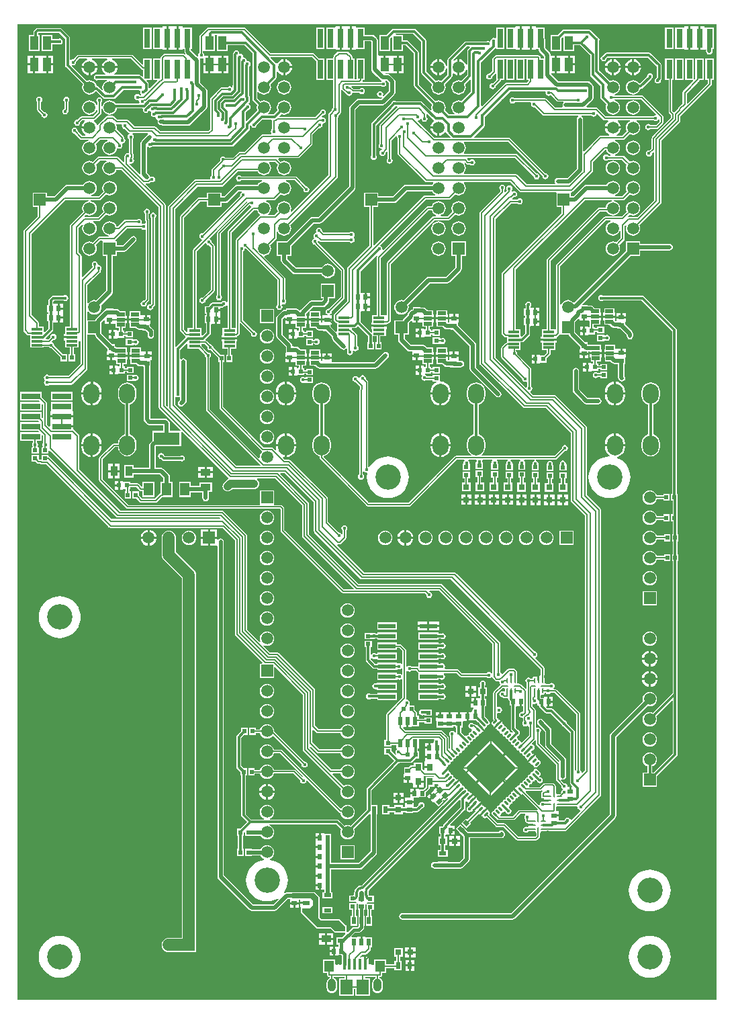
<source format=gtl>
G04*
G04 #@! TF.GenerationSoftware,Altium Limited,Altium Designer,21.0.8 (223)*
G04*
G04 Layer_Physical_Order=1*
G04 Layer_Color=255*
%FSAX25Y25*%
%MOIN*%
G70*
G04*
G04 #@! TF.SameCoordinates,3E0ABAED-EBEF-4259-B410-402A04598C71*
G04*
G04*
G04 #@! TF.FilePolarity,Positive*
G04*
G01*
G75*
%ADD10C,0.00787*%
%ADD12C,0.01181*%
%ADD14C,0.01968*%
%ADD15C,0.00598*%
%ADD19C,0.00800*%
%ADD20C,0.01000*%
%ADD21R,0.01968X0.02362*%
%ADD22R,0.02992X0.09449*%
%ADD23R,0.02362X0.02520*%
G04:AMPARAMS|DCode=24|XSize=9.84mil|YSize=23.62mil|CornerRadius=2.46mil|HoleSize=0mil|Usage=FLASHONLY|Rotation=180.000|XOffset=0mil|YOffset=0mil|HoleType=Round|Shape=RoundedRectangle|*
%AMROUNDEDRECTD24*
21,1,0.00984,0.01870,0,0,180.0*
21,1,0.00492,0.02362,0,0,180.0*
1,1,0.00492,-0.00246,0.00935*
1,1,0.00492,0.00246,0.00935*
1,1,0.00492,0.00246,-0.00935*
1,1,0.00492,-0.00246,-0.00935*
%
%ADD24ROUNDEDRECTD24*%
G04:AMPARAMS|DCode=25|XSize=9.84mil|YSize=23.62mil|CornerRadius=2.46mil|HoleSize=0mil|Usage=FLASHONLY|Rotation=90.000|XOffset=0mil|YOffset=0mil|HoleType=Round|Shape=RoundedRectangle|*
%AMROUNDEDRECTD25*
21,1,0.00984,0.01870,0,0,90.0*
21,1,0.00492,0.02362,0,0,90.0*
1,1,0.00492,0.00935,0.00246*
1,1,0.00492,0.00935,-0.00246*
1,1,0.00492,-0.00935,-0.00246*
1,1,0.00492,-0.00935,0.00246*
%
%ADD25ROUNDEDRECTD25*%
%ADD26R,0.02520X0.02362*%
%ADD27R,0.02362X0.01968*%
%ADD28R,0.03937X0.01850*%
%ADD29R,0.05709X0.01181*%
%ADD30R,0.12992X0.06299*%
%ADD31R,0.04724X0.06299*%
%ADD32R,0.04134X0.06693*%
%ADD33R,0.03150X0.03150*%
%ADD34R,0.08661X0.02362*%
%ADD35R,0.08661X0.02362*%
%ADD36P,0.25055X4X90.0*%
G04:AMPARAMS|DCode=37|XSize=9.84mil|YSize=29.53mil|CornerRadius=0mil|HoleSize=0mil|Usage=FLASHONLY|Rotation=45.000|XOffset=0mil|YOffset=0mil|HoleType=Round|Shape=Round|*
%AMOVALD37*
21,1,0.01968,0.00984,0.00000,0.00000,135.0*
1,1,0.00984,0.00696,-0.00696*
1,1,0.00984,-0.00696,0.00696*
%
%ADD37OVALD37*%

G04:AMPARAMS|DCode=38|XSize=9.84mil|YSize=29.53mil|CornerRadius=0mil|HoleSize=0mil|Usage=FLASHONLY|Rotation=135.000|XOffset=0mil|YOffset=0mil|HoleType=Round|Shape=Round|*
%AMOVALD38*
21,1,0.01968,0.00984,0.00000,0.00000,225.0*
1,1,0.00984,0.00696,0.00696*
1,1,0.00984,-0.00696,-0.00696*
%
%ADD38OVALD38*%

%ADD39R,0.03150X0.03150*%
%ADD40R,0.02362X0.04134*%
%ADD41R,0.03150X0.03543*%
G04:AMPARAMS|DCode=42|XSize=25.2mil|YSize=23.62mil|CornerRadius=0mil|HoleSize=0mil|Usage=FLASHONLY|Rotation=45.000|XOffset=0mil|YOffset=0mil|HoleType=Round|Shape=Rectangle|*
%AMROTATEDRECTD42*
4,1,4,-0.00056,-0.01726,-0.01726,-0.00056,0.00056,0.01726,0.01726,0.00056,-0.00056,-0.01726,0.0*
%
%ADD42ROTATEDRECTD42*%

G04:AMPARAMS|DCode=43|XSize=23.62mil|YSize=19.68mil|CornerRadius=0mil|HoleSize=0mil|Usage=FLASHONLY|Rotation=45.000|XOffset=0mil|YOffset=0mil|HoleType=Round|Shape=Rectangle|*
%AMROTATEDRECTD43*
4,1,4,-0.00139,-0.01531,-0.01531,-0.00139,0.00139,0.01531,0.01531,0.00139,-0.00139,-0.01531,0.0*
%
%ADD43ROTATEDRECTD43*%

%ADD44R,0.02362X0.03543*%
G04:AMPARAMS|DCode=45|XSize=23.62mil|YSize=19.68mil|CornerRadius=0mil|HoleSize=0mil|Usage=FLASHONLY|Rotation=315.000|XOffset=0mil|YOffset=0mil|HoleType=Round|Shape=Rectangle|*
%AMROTATEDRECTD45*
4,1,4,-0.01531,0.00139,-0.00139,0.01531,0.01531,-0.00139,0.00139,-0.01531,-0.01531,0.00139,0.0*
%
%ADD45ROTATEDRECTD45*%

%ADD46R,0.03543X0.02362*%
%ADD47R,0.01890X0.03740*%
%ADD48R,0.05118X0.03543*%
%ADD49R,0.04724X0.05512*%
%ADD51R,0.01575X0.05512*%
%ADD52R,0.03740X0.01890*%
%ADD53R,0.03543X0.05118*%
%ADD54R,0.09449X0.02992*%
%ADD96C,0.01221*%
%ADD97R,0.06102X0.07480*%
%ADD98C,0.00500*%
%ADD99C,0.03937*%
%ADD100C,0.05906*%
%ADD101C,0.01575*%
%ADD102C,0.02362*%
%ADD103R,0.02200X0.00600*%
%ADD104R,0.00600X0.02200*%
%ADD105R,0.05906X0.05906*%
%ADD106R,0.05906X0.05906*%
%ADD107C,0.05906*%
%ADD108C,0.12600*%
%ADD109O,0.07874X0.09843*%
%ADD110O,0.03937X0.06299*%
%ADD111C,0.01772*%
G36*
X0922245Y3588067D02*
X0922245Y3104168D01*
X0575276Y3104168D01*
X0575276Y3588067D01*
X0922245Y3588067D01*
D02*
G37*
%LPC*%
G36*
X0592628Y3582780D02*
X0587294D01*
Y3574888D01*
X0592628D01*
Y3578211D01*
X0595343D01*
X0595621Y3578025D01*
X0596201Y3577910D01*
X0596781Y3578025D01*
X0597272Y3578354D01*
X0597601Y3578845D01*
X0597716Y3579425D01*
X0597601Y3580005D01*
X0597272Y3580496D01*
X0596781Y3580824D01*
X0596201Y3580939D01*
X0595621Y3580824D01*
X0595343Y3580639D01*
X0592628D01*
Y3582780D01*
D02*
G37*
G36*
X0900932Y3586521D02*
X0896740D01*
Y3575872D01*
X0900932D01*
Y3586521D01*
D02*
G37*
G36*
X0830478Y3586921D02*
Y3581197D01*
Y3575472D01*
X0832474D01*
Y3575650D01*
X0832882Y3575872D01*
X0832974Y3575872D01*
X0833874D01*
Y3575570D01*
X0833997Y3574951D01*
X0834347Y3574427D01*
X0836712Y3572063D01*
Y3571166D01*
X0835078D01*
Y3571245D01*
X0835001Y3571633D01*
X0834781Y3571962D01*
X0834320Y3572423D01*
X0833991Y3572643D01*
X0833604Y3572720D01*
X0812995D01*
X0812607Y3572643D01*
X0812278Y3572423D01*
X0811281Y3571426D01*
X0811061Y3571097D01*
X0810984Y3570710D01*
Y3564967D01*
X0809600Y3563583D01*
X0809455Y3563611D01*
X0808876Y3563496D01*
X0808384Y3563168D01*
X0808056Y3562676D01*
X0807940Y3562096D01*
X0808056Y3561517D01*
X0808384Y3561025D01*
X0808876Y3560697D01*
X0809455Y3560582D01*
X0810035Y3560697D01*
X0810527Y3561025D01*
X0810855Y3561517D01*
X0810968Y3562085D01*
X0812381Y3563499D01*
X0812881Y3563292D01*
Y3560530D01*
X0811230Y3558879D01*
X0811162Y3558892D01*
X0810582Y3558777D01*
X0810090Y3558448D01*
X0809762Y3557957D01*
X0809647Y3557377D01*
X0809762Y3556798D01*
X0810090Y3556306D01*
X0810582Y3555978D01*
X0811162Y3555862D01*
X0811741Y3555978D01*
X0812233Y3556306D01*
X0812561Y3556798D01*
X0812677Y3557377D01*
X0812663Y3557446D01*
X0814898Y3559681D01*
X0815118Y3560010D01*
X0815195Y3560398D01*
Y3560518D01*
X0817074D01*
Y3570694D01*
X0817881D01*
Y3560518D01*
X0822074D01*
Y3570694D01*
X0822882D01*
Y3560518D01*
X0827074D01*
Y3570694D01*
X0827882D01*
Y3560518D01*
X0828820D01*
X0828904Y3560018D01*
X0828065Y3559178D01*
X0817855D01*
X0817467Y3559101D01*
X0817138Y3558881D01*
X0805787Y3547530D01*
X0805289Y3547739D01*
Y3569079D01*
X0812381Y3576172D01*
X0812518Y3576159D01*
X0812881Y3576004D01*
Y3575872D01*
X0817074D01*
Y3586521D01*
X0812881D01*
Y3581321D01*
X0812381Y3581054D01*
X0812135Y3581218D01*
X0811555Y3581333D01*
X0810976Y3581218D01*
X0810484Y3580890D01*
X0810156Y3580398D01*
X0810040Y3579818D01*
X0810044Y3579800D01*
X0809594Y3579499D01*
X0809379Y3579643D01*
X0808799Y3579758D01*
X0808220Y3579643D01*
X0807942Y3579457D01*
X0797776D01*
X0797776Y3579457D01*
X0797311Y3579365D01*
X0796917Y3579102D01*
X0796917Y3579102D01*
X0789044Y3571228D01*
X0788780Y3570834D01*
X0788688Y3570370D01*
X0788688Y3570369D01*
Y3567281D01*
X0788305Y3566998D01*
X0788188Y3566990D01*
X0788188Y3566992D01*
X0788084Y3567779D01*
X0787686Y3568741D01*
X0787052Y3569566D01*
X0786227Y3570200D01*
X0785265Y3570598D01*
X0784733Y3570668D01*
Y3566747D01*
Y3562826D01*
X0785265Y3562896D01*
X0786227Y3563295D01*
X0787052Y3563928D01*
X0787686Y3564754D01*
X0788084Y3565715D01*
X0788188Y3566502D01*
X0788188Y3566504D01*
X0788305Y3566497D01*
X0788688Y3566213D01*
Y3562919D01*
X0785738Y3559969D01*
X0785160Y3560209D01*
X0784233Y3560331D01*
X0783306Y3560209D01*
X0782728Y3559969D01*
X0778124Y3564573D01*
Y3579897D01*
X0778124Y3579897D01*
X0778031Y3580362D01*
X0777768Y3580755D01*
X0773122Y3585401D01*
X0772729Y3585664D01*
X0772264Y3585757D01*
X0772264Y3585757D01*
X0761949D01*
X0761949Y3585757D01*
X0761484Y3585664D01*
X0761091Y3585401D01*
X0761091Y3585401D01*
X0758470Y3582780D01*
X0754853D01*
Y3574888D01*
X0760187D01*
Y3581064D01*
X0760887Y3581764D01*
X0761349Y3581573D01*
Y3574888D01*
X0766683D01*
Y3577620D01*
X0767942D01*
X0772074Y3573489D01*
Y3557693D01*
X0772074Y3557693D01*
X0772166Y3557228D01*
X0772429Y3556834D01*
X0781011Y3548252D01*
X0780772Y3547675D01*
X0780650Y3546747D01*
X0780772Y3545820D01*
X0780854Y3545620D01*
X0780431Y3545337D01*
X0776272Y3549495D01*
X0775878Y3549759D01*
X0775414Y3549851D01*
X0775414Y3549851D01*
X0763201D01*
X0762923Y3550037D01*
X0762343Y3550152D01*
X0761764Y3550037D01*
X0761272Y3549708D01*
X0760944Y3549217D01*
X0760879Y3548889D01*
X0751249Y3539259D01*
X0750986Y3538865D01*
X0750893Y3538401D01*
X0750893Y3538401D01*
Y3523117D01*
X0750707Y3522839D01*
X0750592Y3522259D01*
X0750707Y3521679D01*
X0751036Y3521188D01*
X0751527Y3520860D01*
X0752107Y3520744D01*
X0752687Y3520860D01*
X0753178Y3521188D01*
X0753507Y3521679D01*
X0753622Y3522259D01*
X0753507Y3522839D01*
X0753321Y3523117D01*
Y3537898D01*
X0762595Y3547172D01*
X0762923Y3547237D01*
X0763201Y3547423D01*
X0763735D01*
X0763868Y3547197D01*
X0763921Y3546923D01*
X0755328Y3538330D01*
X0755108Y3538001D01*
X0755031Y3537613D01*
Y3528881D01*
X0754973Y3528842D01*
X0754644Y3528350D01*
X0754529Y3527771D01*
X0754644Y3527191D01*
X0754973Y3526700D01*
X0755464Y3526371D01*
X0755926Y3526279D01*
X0756159Y3525948D01*
X0756221Y3525781D01*
X0756170Y3525689D01*
X0755858Y3525627D01*
X0755367Y3525299D01*
X0755038Y3524807D01*
X0754923Y3524228D01*
X0755038Y3523648D01*
X0755367Y3523156D01*
X0755858Y3522828D01*
X0756438Y3522713D01*
X0757018Y3522828D01*
X0757509Y3523156D01*
X0757837Y3523648D01*
X0757953Y3524228D01*
X0757939Y3524296D01*
X0758506Y3524863D01*
X0758968Y3524672D01*
Y3521479D01*
X0758910Y3521441D01*
X0758581Y3520949D01*
X0758466Y3520370D01*
X0758581Y3519790D01*
X0758910Y3519298D01*
X0759401Y3518970D01*
X0759981Y3518855D01*
X0760561Y3518970D01*
X0761052Y3519298D01*
X0761381Y3519790D01*
X0761496Y3520370D01*
X0761381Y3520949D01*
X0761052Y3521441D01*
X0760994Y3521479D01*
Y3530479D01*
X0763080Y3532566D01*
X0763232Y3532544D01*
X0763591Y3532369D01*
X0763681Y3531916D01*
X0764009Y3531424D01*
X0764067Y3531385D01*
Y3523853D01*
X0764144Y3523465D01*
X0764364Y3523137D01*
X0777523Y3509977D01*
X0777852Y3509758D01*
X0778239Y3509681D01*
X0781467D01*
X0781622Y3509180D01*
X0781130Y3508539D01*
X0781057Y3508363D01*
X0768012D01*
X0767394Y3508240D01*
X0766870Y3507890D01*
X0761556Y3502575D01*
X0754360D01*
Y3504513D01*
X0747255D01*
Y3497408D01*
X0749788D01*
Y3478143D01*
X0739222Y3467578D01*
X0739001Y3467247D01*
X0738924Y3466857D01*
Y3450741D01*
X0732651Y3444468D01*
X0732430Y3444137D01*
X0732352Y3443747D01*
Y3441339D01*
X0732430Y3440949D01*
X0732651Y3440618D01*
X0733351Y3439917D01*
X0733682Y3439697D01*
X0733932Y3439647D01*
Y3435650D01*
X0733432Y3435443D01*
X0730739Y3438136D01*
Y3439231D01*
X0731139D01*
Y3440913D01*
X0726619D01*
Y3439853D01*
X0726442Y3439735D01*
X0725942Y3440002D01*
Y3440991D01*
X0722973D01*
X0720005D01*
Y3439566D01*
X0720405D01*
Y3437407D01*
X0722520D01*
X0722973Y3437317D01*
X0723229D01*
X0723859Y3436688D01*
X0724383Y3436338D01*
X0725001Y3436214D01*
X0727019D01*
Y3435852D01*
X0728454D01*
X0731334Y3432973D01*
Y3432362D01*
X0731457Y3431744D01*
X0731807Y3431220D01*
X0736004Y3427023D01*
X0736528Y3426672D01*
X0737147Y3426549D01*
X0737765Y3426672D01*
X0738289Y3427023D01*
X0738524Y3427375D01*
X0739024Y3427223D01*
Y3426180D01*
X0738897Y3425988D01*
X0738781Y3425409D01*
X0738897Y3424829D01*
X0739225Y3424337D01*
X0739716Y3424009D01*
X0740296Y3423894D01*
X0740876Y3424009D01*
X0741367Y3424337D01*
X0741696Y3424829D01*
X0741811Y3425409D01*
X0741717Y3425881D01*
X0741988Y3426141D01*
X0742122Y3426212D01*
X0742472Y3425978D01*
X0743052Y3425862D01*
X0743632Y3425978D01*
X0744123Y3426306D01*
X0744452Y3426797D01*
X0744567Y3427377D01*
X0744452Y3427957D01*
X0744123Y3428448D01*
X0743969Y3428551D01*
Y3433591D01*
X0743969Y3433591D01*
X0743899Y3433942D01*
X0743700Y3434239D01*
X0741174Y3436766D01*
X0741290Y3437168D01*
X0741361Y3437265D01*
X0742697D01*
X0742697Y3437265D01*
X0743162Y3437358D01*
X0743556Y3437621D01*
X0744233Y3438298D01*
X0749322Y3433209D01*
Y3430312D01*
X0748952D01*
Y3426750D01*
X0752120D01*
Y3430312D01*
X0751750D01*
Y3433352D01*
X0753556D01*
Y3430312D01*
X0752889D01*
Y3426750D01*
X0756057D01*
Y3430312D01*
X0755390D01*
Y3433352D01*
X0758163D01*
Y3436889D01*
X0758563D01*
Y3437979D01*
X0754709D01*
X0750854D01*
Y3436889D01*
X0751254D01*
Y3435418D01*
X0750882Y3435166D01*
X0750823Y3435142D01*
X0745447Y3440518D01*
Y3445508D01*
X0745831Y3445787D01*
X0747513D01*
Y3448046D01*
X0748013D01*
Y3448546D01*
X0750194D01*
Y3450306D01*
X0750194D01*
Y3450354D01*
X0750194D01*
Y3452113D01*
X0748013D01*
Y3452613D01*
X0747513D01*
Y3454873D01*
X0745831D01*
X0745447Y3455152D01*
Y3455653D01*
X0745633Y3455931D01*
X0745748Y3456511D01*
X0745633Y3457091D01*
X0745447Y3457369D01*
Y3465457D01*
X0754774Y3474784D01*
X0754802Y3474780D01*
X0754978Y3474249D01*
X0753988Y3473259D01*
X0753767Y3472928D01*
X0753689Y3472538D01*
Y3443607D01*
X0751254D01*
Y3440070D01*
X0750854D01*
Y3438979D01*
X0754709D01*
X0758563D01*
Y3439545D01*
X0759024D01*
X0759414Y3439622D01*
X0759745Y3439843D01*
X0760213Y3440312D01*
X0760434Y3440643D01*
X0760512Y3441033D01*
Y3468946D01*
X0782411Y3490846D01*
X0789351D01*
X0789741Y3490923D01*
X0790072Y3491145D01*
X0792533Y3493606D01*
X0793306Y3493286D01*
X0794233Y3493164D01*
X0795160Y3493286D01*
X0796025Y3493644D01*
X0796767Y3494213D01*
X0797336Y3494955D01*
X0797694Y3495820D01*
X0797817Y3496747D01*
X0797694Y3497675D01*
X0797336Y3498539D01*
X0796767Y3499281D01*
X0796025Y3499850D01*
X0795160Y3500209D01*
X0794233Y3500331D01*
X0793306Y3500209D01*
X0792441Y3499850D01*
X0791699Y3499281D01*
X0791130Y3498539D01*
X0790772Y3497675D01*
X0790650Y3496747D01*
X0790772Y3495820D01*
X0791092Y3495048D01*
X0788929Y3492885D01*
X0785499D01*
X0785400Y3493385D01*
X0786025Y3493644D01*
X0786767Y3494213D01*
X0787336Y3494955D01*
X0787694Y3495820D01*
X0787816Y3496747D01*
X0787694Y3497675D01*
X0787336Y3498539D01*
X0786767Y3499281D01*
X0786025Y3499850D01*
X0785160Y3500209D01*
X0784233Y3500331D01*
X0783306Y3500209D01*
X0782441Y3499850D01*
X0781699Y3499281D01*
X0781130Y3498539D01*
X0780810Y3497767D01*
X0778918D01*
X0778528Y3497689D01*
X0778197Y3497468D01*
X0756781Y3476052D01*
X0756320Y3476298D01*
X0756378Y3476590D01*
X0756263Y3477169D01*
X0755934Y3477661D01*
X0755517Y3477940D01*
X0755349Y3478479D01*
X0777873Y3501003D01*
X0789509D01*
X0789899Y3501081D01*
X0790230Y3501302D01*
X0792533Y3503606D01*
X0793306Y3503286D01*
X0794233Y3503164D01*
X0795160Y3503286D01*
X0796025Y3503644D01*
X0796767Y3504213D01*
X0797336Y3504956D01*
X0797694Y3505820D01*
X0797817Y3506747D01*
X0797694Y3507675D01*
X0797336Y3508539D01*
X0796844Y3509180D01*
X0796999Y3509681D01*
X0819773D01*
X0824285Y3505169D01*
X0824613Y3504950D01*
X0825001Y3504872D01*
X0842427D01*
X0842766Y3504513D01*
X0842766Y3504372D01*
Y3497408D01*
X0845300D01*
Y3494255D01*
X0815756Y3464712D01*
X0815535Y3464381D01*
X0815458Y3463991D01*
Y3434739D01*
X0815535Y3434349D01*
X0815756Y3434018D01*
X0816826Y3432949D01*
X0817157Y3432728D01*
X0817547Y3432650D01*
X0818144D01*
Y3430166D01*
X0817803Y3430098D01*
X0817506Y3429899D01*
X0815632Y3428025D01*
X0815433Y3427728D01*
X0815364Y3427377D01*
Y3423066D01*
X0815433Y3422715D01*
X0815632Y3422417D01*
X0825759Y3412290D01*
X0825723Y3412108D01*
X0825838Y3411528D01*
X0826167Y3411037D01*
X0826658Y3410708D01*
X0827238Y3410593D01*
X0827818Y3410708D01*
X0827911Y3410771D01*
X0828411Y3410503D01*
Y3408529D01*
X0828257Y3408425D01*
X0827994Y3408031D01*
X0827445Y3407872D01*
X0812569Y3422749D01*
Y3491525D01*
X0820243Y3499199D01*
X0823438D01*
X0823477Y3499141D01*
X0823968Y3498812D01*
X0824548Y3498697D01*
X0825128Y3498812D01*
X0825619Y3499141D01*
X0825948Y3499632D01*
X0826063Y3500212D01*
X0825948Y3500792D01*
X0825619Y3501283D01*
X0825128Y3501611D01*
X0824548Y3501727D01*
X0823968Y3501611D01*
X0823477Y3501283D01*
X0823438Y3501225D01*
X0821040D01*
X0820883Y3501615D01*
X0820875Y3501725D01*
X0821457Y3502307D01*
X0821792Y3502240D01*
X0822372Y3502356D01*
X0822863Y3502684D01*
X0823192Y3503175D01*
X0823307Y3503755D01*
X0823192Y3504335D01*
X0822863Y3504826D01*
X0822372Y3505155D01*
X0821792Y3505270D01*
X0821212Y3505155D01*
X0821063Y3505055D01*
X0820522Y3505295D01*
X0820504Y3505420D01*
X0820522Y3505471D01*
X0820829Y3505931D01*
X0820945Y3506511D01*
X0820829Y3507091D01*
X0820501Y3507582D01*
X0820010Y3507911D01*
X0819430Y3508026D01*
X0818850Y3507911D01*
X0818359Y3507582D01*
X0818030Y3507091D01*
X0817915Y3506511D01*
X0818030Y3505931D01*
X0818258Y3505591D01*
X0817400Y3504733D01*
X0816900Y3504940D01*
Y3505795D01*
X0816958Y3505833D01*
X0817286Y3506325D01*
X0817402Y3506905D01*
X0817286Y3507484D01*
X0816958Y3507976D01*
X0816466Y3508304D01*
X0815887Y3508420D01*
X0815307Y3508304D01*
X0814815Y3507976D01*
X0814487Y3507484D01*
X0814372Y3506905D01*
X0814487Y3506325D01*
X0814815Y3505833D01*
X0814873Y3505795D01*
Y3505032D01*
X0804944Y3495103D01*
X0804724Y3494774D01*
X0804647Y3494386D01*
Y3419887D01*
X0804724Y3419499D01*
X0804944Y3419171D01*
X0826194Y3397921D01*
X0826523Y3397701D01*
X0826910Y3397624D01*
X0837514D01*
X0849923Y3385215D01*
Y3351777D01*
X0850000Y3351389D01*
X0850219Y3351060D01*
X0857009Y3344271D01*
Y3232938D01*
X0856999Y3232889D01*
X0857009Y3232840D01*
Y3217965D01*
X0855622Y3216578D01*
X0855162Y3216824D01*
X0855196Y3216999D01*
X0855081Y3217578D01*
X0854753Y3218070D01*
X0854598Y3218173D01*
Y3245960D01*
X0854528Y3246311D01*
X0854330Y3246608D01*
X0854330Y3246608D01*
X0843050Y3257888D01*
X0842753Y3258087D01*
X0842402Y3258157D01*
X0841501D01*
X0841349Y3258656D01*
X0841485Y3258747D01*
X0841813Y3259238D01*
X0841929Y3259818D01*
X0841813Y3260398D01*
X0841485Y3260889D01*
X0840993Y3261218D01*
X0840414Y3261333D01*
X0839834Y3261218D01*
X0839342Y3260889D01*
X0839239Y3260735D01*
X0837955D01*
X0837943Y3260753D01*
X0837663Y3260940D01*
X0837333Y3261006D01*
X0837262D01*
X0837180Y3261063D01*
X0836893Y3261506D01*
X0836916Y3261620D01*
Y3263490D01*
X0836850Y3263820D01*
X0836757Y3263960D01*
Y3265015D01*
X0836821Y3265336D01*
Y3268559D01*
X0836743Y3268946D01*
X0836524Y3269275D01*
X0832291Y3273507D01*
X0832450Y3274049D01*
X0832942Y3274377D01*
X0833270Y3274868D01*
X0833385Y3275448D01*
X0833270Y3276028D01*
X0832942Y3276519D01*
X0832450Y3276848D01*
X0831870Y3276963D01*
X0831802Y3276950D01*
X0792912Y3315839D01*
X0792584Y3316059D01*
X0792196Y3316136D01*
X0747459D01*
X0734028Y3329566D01*
X0734275Y3330027D01*
X0734391Y3330004D01*
X0735178D01*
X0735529Y3330074D01*
X0735826Y3330272D01*
X0738189Y3332634D01*
X0738387Y3332932D01*
X0738457Y3333283D01*
X0738457Y3333283D01*
Y3336833D01*
X0738611Y3336936D01*
X0738940Y3337428D01*
X0739055Y3338007D01*
X0738940Y3338587D01*
X0738611Y3339078D01*
X0738120Y3339407D01*
X0737540Y3339522D01*
X0736960Y3339407D01*
X0736469Y3339078D01*
X0736141Y3338587D01*
X0736025Y3338007D01*
X0736141Y3337428D01*
X0736469Y3336936D01*
X0736623Y3336833D01*
Y3335217D01*
X0736564Y3335194D01*
X0736123Y3335134D01*
X0735855Y3335535D01*
X0735364Y3335863D01*
X0734784Y3335979D01*
X0734602Y3335942D01*
X0729401Y3341143D01*
Y3352653D01*
X0729401Y3352653D01*
X0729331Y3353004D01*
X0729133Y3353301D01*
X0710708Y3371726D01*
X0710410Y3371925D01*
X0710060Y3371995D01*
X0707943D01*
X0706925Y3373013D01*
X0707208Y3373437D01*
X0707216Y3373433D01*
X0708005Y3373330D01*
Y3378727D01*
X0703525D01*
Y3378243D01*
X0703695Y3376955D01*
X0703698Y3376947D01*
X0703274Y3376663D01*
X0702109Y3377829D01*
X0701811Y3378027D01*
X0701460Y3378097D01*
X0697337D01*
X0684531Y3390903D01*
X0677355Y3398080D01*
Y3399118D01*
X0677355Y3420557D01*
X0678022D01*
Y3424119D01*
X0675953D01*
X0672483Y3427589D01*
X0672520Y3427771D01*
X0672404Y3428350D01*
X0672076Y3428842D01*
X0671585Y3429171D01*
X0671005Y3429286D01*
X0670823Y3429250D01*
X0669173Y3430899D01*
X0668875Y3431098D01*
X0668749Y3431123D01*
X0668568Y3431643D01*
X0668569Y3431650D01*
X0670958Y3434039D01*
X0671221Y3434432D01*
X0671313Y3434897D01*
X0671313Y3434897D01*
Y3439209D01*
X0671698Y3439487D01*
X0673379D01*
Y3441747D01*
X0673879D01*
Y3442247D01*
X0676060D01*
Y3444007D01*
X0676060D01*
Y3444015D01*
X0676060D01*
Y3445775D01*
X0673879D01*
Y3446775D01*
X0676060D01*
Y3447510D01*
X0676784D01*
X0676784Y3447510D01*
X0677248Y3447602D01*
X0677642Y3447865D01*
X0677688Y3447911D01*
X0677698Y3447910D01*
X0678277Y3448025D01*
X0678769Y3448353D01*
X0678977Y3448664D01*
X0679477Y3448512D01*
Y3437347D01*
X0677042D01*
Y3433810D01*
X0676642D01*
Y3432719D01*
X0680496D01*
X0684350D01*
Y3433250D01*
X0684412Y3433262D01*
X0684743Y3433483D01*
X0685212Y3433952D01*
X0685433Y3434283D01*
X0685510Y3434673D01*
Y3439608D01*
X0686010Y3439815D01*
X0691180Y3434646D01*
X0691143Y3434464D01*
X0691259Y3433884D01*
X0691587Y3433393D01*
X0692078Y3433064D01*
X0692658Y3432949D01*
X0693238Y3433064D01*
X0693729Y3433393D01*
X0694058Y3433884D01*
X0694173Y3434464D01*
X0694058Y3435043D01*
X0693729Y3435535D01*
X0693238Y3435863D01*
X0692658Y3435979D01*
X0692476Y3435942D01*
X0687305Y3441114D01*
Y3475428D01*
X0687546Y3475589D01*
X0687875Y3476081D01*
X0687990Y3476661D01*
X0688429Y3477016D01*
X0688450Y3477021D01*
X0704340Y3461131D01*
Y3449024D01*
X0704185Y3448921D01*
X0703857Y3448429D01*
X0703742Y3447850D01*
X0703857Y3447270D01*
X0704185Y3446778D01*
X0704677Y3446450D01*
X0705257Y3446335D01*
X0705836Y3446450D01*
X0706328Y3446778D01*
X0706656Y3447270D01*
X0706772Y3447850D01*
X0706656Y3448429D01*
X0706423Y3448779D01*
X0706493Y3448914D01*
X0706753Y3449184D01*
X0707225Y3449091D01*
X0707805Y3449206D01*
X0708296Y3449534D01*
X0708625Y3450026D01*
X0708740Y3450605D01*
X0708625Y3451185D01*
X0708296Y3451677D01*
X0708142Y3451780D01*
Y3461919D01*
X0708072Y3462270D01*
X0707873Y3462567D01*
X0697762Y3472678D01*
X0697941Y3473206D01*
X0698546Y3473286D01*
X0699411Y3473644D01*
X0700153Y3474213D01*
X0700722Y3474956D01*
X0701080Y3475820D01*
X0701202Y3476747D01*
X0701080Y3477675D01*
X0700758Y3478453D01*
X0703611Y3481306D01*
X0703831Y3481635D01*
X0703908Y3482023D01*
Y3485117D01*
X0704408Y3485216D01*
X0704516Y3484956D01*
X0705085Y3484213D01*
X0705827Y3483644D01*
X0706691Y3483286D01*
X0707619Y3483164D01*
X0708546Y3483286D01*
X0709411Y3483644D01*
X0710153Y3484213D01*
X0710722Y3484956D01*
X0711080Y3485820D01*
X0711202Y3486747D01*
X0711080Y3487675D01*
X0710758Y3488453D01*
X0733926Y3511621D01*
X0734145Y3511950D01*
X0734223Y3512338D01*
Y3541621D01*
X0734281Y3541660D01*
X0734609Y3542152D01*
X0734724Y3542731D01*
X0734711Y3542800D01*
X0735500Y3543589D01*
X0735720Y3543918D01*
X0735797Y3544306D01*
Y3555419D01*
X0736276Y3555573D01*
X0736297Y3555573D01*
X0738455Y3553415D01*
X0738457Y3553400D01*
X0738786Y3552909D01*
X0739277Y3552581D01*
X0739857Y3552465D01*
X0740437Y3552581D01*
X0740928Y3552909D01*
X0741257Y3553400D01*
X0741308Y3553659D01*
X0741332Y3553708D01*
X0741825Y3554020D01*
X0741851Y3554023D01*
X0741872Y3554018D01*
X0741872Y3554019D01*
X0745027D01*
X0745131Y3553864D01*
X0745622Y3553536D01*
X0746202Y3553421D01*
X0746782Y3553536D01*
X0747273Y3553864D01*
X0747602Y3554356D01*
X0747717Y3554935D01*
X0747602Y3555515D01*
X0747273Y3556007D01*
X0746782Y3556335D01*
X0746202Y3556450D01*
X0745622Y3556335D01*
X0745131Y3556007D01*
X0745027Y3555852D01*
X0742251D01*
X0741077Y3557027D01*
X0741284Y3557527D01*
X0745552D01*
X0745733Y3557563D01*
X0755657D01*
X0755760Y3557408D01*
X0756252Y3557080D01*
X0756832Y3556964D01*
X0757411Y3557080D01*
X0757903Y3557408D01*
X0758231Y3557900D01*
X0758346Y3558480D01*
X0758231Y3559059D01*
X0757903Y3559551D01*
X0757840Y3559593D01*
X0757991Y3560093D01*
X0758524D01*
X0759546Y3559071D01*
Y3554897D01*
X0756908Y3552259D01*
X0756520Y3552578D01*
X0756656Y3552782D01*
X0756772Y3553362D01*
X0756656Y3553941D01*
X0756328Y3554433D01*
X0755836Y3554761D01*
X0755257Y3554876D01*
X0754677Y3554761D01*
X0754185Y3554433D01*
X0753857Y3553941D01*
X0753742Y3553362D01*
X0753857Y3552782D01*
X0754185Y3552290D01*
X0754677Y3551962D01*
X0755257Y3551846D01*
X0755836Y3551962D01*
X0756041Y3552098D01*
X0756359Y3551710D01*
X0755768Y3551119D01*
X0744626D01*
X0744008Y3550996D01*
X0743484Y3550645D01*
X0740335Y3547496D01*
X0739984Y3546972D01*
X0739861Y3546354D01*
Y3507653D01*
X0724666Y3492457D01*
X0721714D01*
X0721096Y3492334D01*
X0720572Y3491984D01*
X0708887Y3480300D01*
X0704066D01*
Y3473195D01*
X0706004D01*
Y3470881D01*
X0706127Y3470263D01*
X0706477Y3469739D01*
X0711673Y3464542D01*
X0712197Y3464192D01*
X0712815Y3464069D01*
X0726174D01*
X0726247Y3463893D01*
X0726817Y3463151D01*
X0727559Y3462581D01*
X0728423Y3462223D01*
X0729351Y3462101D01*
X0730278Y3462223D01*
X0731142Y3462581D01*
X0731884Y3463151D01*
X0732454Y3463893D01*
X0732812Y3464757D01*
X0732934Y3465685D01*
X0732812Y3466612D01*
X0732454Y3467476D01*
X0731884Y3468218D01*
X0731142Y3468788D01*
X0730278Y3469146D01*
X0729351Y3469268D01*
X0728423Y3469146D01*
X0727559Y3468788D01*
X0726817Y3468218D01*
X0726247Y3467476D01*
X0726174Y3467300D01*
X0713484D01*
X0709234Y3471550D01*
Y3473195D01*
X0711172D01*
Y3478016D01*
X0722383Y3489227D01*
X0725335D01*
X0725953Y3489350D01*
X0726477Y3489700D01*
X0742619Y3505841D01*
X0742969Y3506366D01*
X0743092Y3506984D01*
Y3545685D01*
X0745295Y3547888D01*
X0756437D01*
X0757055Y3548011D01*
X0757579Y3548361D01*
X0762304Y3553086D01*
X0762654Y3553610D01*
X0762777Y3554228D01*
Y3559740D01*
X0762654Y3560358D01*
X0762304Y3560882D01*
X0760335Y3562850D01*
X0759811Y3563200D01*
X0759193Y3563323D01*
X0757545D01*
X0757522Y3563358D01*
X0757790Y3563858D01*
X0760449D01*
X0760587Y3563858D01*
X0760949D01*
X0761087Y3563858D01*
X0763516D01*
Y3568204D01*
Y3572551D01*
X0761087D01*
X0760949Y3572551D01*
X0760587D01*
X0760449Y3572551D01*
X0758020D01*
Y3568204D01*
X0757020D01*
Y3572551D01*
X0754453D01*
X0754115Y3572911D01*
Y3580043D01*
X0753993Y3580661D01*
X0753642Y3581186D01*
X0752489Y3582338D01*
X0751965Y3582689D01*
X0751347Y3582812D01*
X0747704D01*
Y3586521D01*
X0743604D01*
X0743511Y3586521D01*
X0743104Y3586743D01*
Y3586921D01*
X0741107D01*
Y3581197D01*
Y3575472D01*
X0743104D01*
Y3575650D01*
X0743511Y3575872D01*
X0743604Y3575872D01*
X0747704D01*
Y3579581D01*
X0750678D01*
X0750885Y3579374D01*
Y3565572D01*
X0751008Y3564954D01*
X0751358Y3564430D01*
X0753655Y3562133D01*
X0753875Y3561986D01*
X0755295Y3560566D01*
X0755798Y3560230D01*
X0755887Y3559731D01*
X0755586Y3559396D01*
X0746782D01*
X0746515Y3559896D01*
X0746544Y3559940D01*
X0746621Y3560327D01*
Y3560518D01*
X0747704D01*
Y3571166D01*
X0743511D01*
Y3560750D01*
X0742703D01*
Y3571166D01*
X0741621D01*
Y3571632D01*
X0741543Y3572020D01*
X0741324Y3572349D01*
X0739437Y3574236D01*
X0739109Y3574455D01*
X0738721Y3574532D01*
X0734784D01*
X0734396Y3574455D01*
X0734067Y3574236D01*
X0732379Y3572548D01*
X0732160Y3572219D01*
X0732083Y3571831D01*
Y3571166D01*
X0728511D01*
Y3560518D01*
X0731889D01*
X0731891Y3560515D01*
Y3546825D01*
X0731833Y3546786D01*
X0731505Y3546295D01*
X0731389Y3545715D01*
X0731426Y3545530D01*
X0729737Y3543842D01*
X0729518Y3543513D01*
X0729440Y3543125D01*
Y3513230D01*
X0711332Y3495122D01*
X0710908Y3495405D01*
X0711080Y3495820D01*
X0711202Y3496747D01*
X0711080Y3497675D01*
X0710722Y3498539D01*
X0710153Y3499281D01*
X0709411Y3499850D01*
X0708546Y3500209D01*
X0707619Y3500331D01*
X0706691Y3500209D01*
X0705827Y3499850D01*
X0705085Y3499281D01*
X0704516Y3498539D01*
X0704158Y3497675D01*
X0704036Y3496747D01*
X0704158Y3495820D01*
X0704477Y3495048D01*
X0702748Y3493318D01*
X0699807D01*
X0699638Y3493818D01*
X0700153Y3494213D01*
X0700722Y3494955D01*
X0701080Y3495820D01*
X0701202Y3496747D01*
X0701080Y3497675D01*
X0700722Y3498539D01*
X0700153Y3499281D01*
X0699411Y3499850D01*
X0698690Y3500149D01*
X0698790Y3500649D01*
X0702540D01*
X0702930Y3500726D01*
X0703261Y3500948D01*
X0705919Y3503606D01*
X0706691Y3503286D01*
X0707619Y3503164D01*
X0708546Y3503286D01*
X0709411Y3503644D01*
X0710153Y3504213D01*
X0710722Y3504956D01*
X0711080Y3505820D01*
X0711202Y3506747D01*
X0711080Y3507675D01*
X0710722Y3508539D01*
X0710153Y3509281D01*
X0709411Y3509851D01*
X0708546Y3510209D01*
X0708518Y3510212D01*
X0708551Y3510712D01*
X0712751D01*
X0717164Y3506300D01*
X0717128Y3506117D01*
X0717243Y3505537D01*
X0717571Y3505046D01*
X0718063Y3504718D01*
X0718643Y3504602D01*
X0719222Y3504718D01*
X0719714Y3505046D01*
X0720042Y3505537D01*
X0720157Y3506117D01*
X0720042Y3506697D01*
X0719714Y3507188D01*
X0719222Y3507517D01*
X0718643Y3507632D01*
X0718460Y3507596D01*
X0713779Y3512278D01*
X0713482Y3512476D01*
X0713131Y3512546D01*
X0686352D01*
X0686249Y3512700D01*
X0685758Y3513029D01*
X0685178Y3513144D01*
X0684598Y3513029D01*
X0684107Y3512700D01*
X0683778Y3512209D01*
X0683663Y3511629D01*
X0683778Y3511049D01*
X0684107Y3510558D01*
X0684598Y3510229D01*
X0685178Y3510114D01*
X0685758Y3510229D01*
X0686249Y3510558D01*
X0686352Y3510712D01*
X0696687D01*
X0696720Y3510212D01*
X0696691Y3510209D01*
X0695827Y3509851D01*
X0695085Y3509281D01*
X0694516Y3508539D01*
X0694443Y3508363D01*
X0684272D01*
X0683653Y3508240D01*
X0683130Y3507890D01*
X0677815Y3502575D01*
X0676525D01*
Y3504513D01*
X0669420D01*
Y3501980D01*
X0665414D01*
X0665024Y3501902D01*
X0664693Y3501681D01*
X0656189Y3493178D01*
X0655968Y3492847D01*
X0655891Y3492457D01*
Y3436354D01*
X0655968Y3435963D01*
X0656189Y3435633D01*
X0658355Y3433467D01*
X0658645Y3433273D01*
X0658694Y3433205D01*
X0658794Y3432715D01*
X0654014Y3427935D01*
X0653974Y3427936D01*
X0653514Y3428091D01*
Y3496328D01*
X0664750Y3507564D01*
X0676771D01*
X0677159Y3507641D01*
X0677487Y3507861D01*
X0684573Y3514947D01*
X0694522D01*
X0695085Y3514214D01*
X0695827Y3513644D01*
X0696691Y3513286D01*
X0697619Y3513164D01*
X0698546Y3513286D01*
X0699411Y3513644D01*
X0700153Y3514214D01*
X0700722Y3514956D01*
X0701080Y3515820D01*
X0701202Y3516747D01*
X0701080Y3517675D01*
X0700722Y3518539D01*
X0700237Y3519171D01*
X0700401Y3519671D01*
X0703262D01*
X0704480Y3518453D01*
X0704158Y3517675D01*
X0704036Y3516747D01*
X0704158Y3515820D01*
X0704516Y3514956D01*
X0705085Y3514214D01*
X0705827Y3513644D01*
X0706691Y3513286D01*
X0707619Y3513164D01*
X0708546Y3513286D01*
X0709411Y3513644D01*
X0710153Y3514214D01*
X0710722Y3514956D01*
X0711080Y3515820D01*
X0711202Y3516747D01*
X0711080Y3517675D01*
X0710722Y3518539D01*
X0710153Y3519281D01*
X0709411Y3519851D01*
X0708546Y3520209D01*
X0707619Y3520331D01*
X0706691Y3520209D01*
X0705913Y3519886D01*
X0704709Y3521090D01*
X0704775Y3521384D01*
X0704916Y3521590D01*
X0714467D01*
X0714818Y3521660D01*
X0715116Y3521859D01*
X0721431Y3528174D01*
X0721629Y3528471D01*
X0721699Y3528822D01*
X0721699Y3528822D01*
Y3533259D01*
X0724978Y3536538D01*
X0725160Y3536502D01*
X0725740Y3536617D01*
X0726231Y3536945D01*
X0726560Y3537437D01*
X0726675Y3538017D01*
X0726598Y3538407D01*
X0726872Y3538799D01*
X0726977Y3538868D01*
X0727490Y3538970D01*
X0727982Y3539298D01*
X0728310Y3539790D01*
X0728425Y3540369D01*
X0728310Y3540949D01*
X0727982Y3541441D01*
X0727490Y3541769D01*
X0726910Y3541884D01*
X0726558Y3541814D01*
X0726312Y3542275D01*
X0726842Y3542805D01*
X0726910Y3542791D01*
X0727490Y3542907D01*
X0727982Y3543235D01*
X0728310Y3543727D01*
X0728425Y3544306D01*
X0728310Y3544886D01*
X0727982Y3545378D01*
X0727490Y3545706D01*
X0726910Y3545821D01*
X0726331Y3545706D01*
X0725839Y3545378D01*
X0725511Y3544886D01*
X0725395Y3544306D01*
X0725409Y3544238D01*
X0723256Y3542085D01*
X0705327D01*
X0705135Y3542547D01*
X0706114Y3543525D01*
X0706691Y3543286D01*
X0707619Y3543164D01*
X0708546Y3543286D01*
X0709411Y3543644D01*
X0710153Y3544213D01*
X0710722Y3544955D01*
X0711080Y3545820D01*
X0711202Y3546747D01*
X0711080Y3547675D01*
X0710722Y3548539D01*
X0710153Y3549281D01*
X0709411Y3549850D01*
X0708546Y3550209D01*
X0707619Y3550331D01*
X0706691Y3550209D01*
X0705827Y3549850D01*
X0705085Y3549281D01*
X0704516Y3548539D01*
X0704158Y3547675D01*
X0704036Y3546747D01*
X0704158Y3545820D01*
X0704397Y3545242D01*
X0702431Y3543276D01*
X0699753D01*
X0699583Y3543776D01*
X0700153Y3544213D01*
X0700722Y3544955D01*
X0701080Y3545820D01*
X0701202Y3546747D01*
X0701080Y3547675D01*
X0700722Y3548539D01*
X0700153Y3549281D01*
X0699411Y3549850D01*
X0698546Y3550209D01*
X0697619Y3550331D01*
X0696691Y3550209D01*
X0695827Y3549850D01*
X0695811Y3549838D01*
X0694423Y3551226D01*
Y3554255D01*
X0694923Y3554425D01*
X0695085Y3554213D01*
X0695827Y3553644D01*
X0696691Y3553286D01*
X0697619Y3553164D01*
X0698546Y3553286D01*
X0699411Y3553644D01*
X0700153Y3554213D01*
X0700722Y3554956D01*
X0701080Y3555820D01*
X0701202Y3556747D01*
X0701080Y3557675D01*
X0700841Y3558252D01*
X0703477Y3560888D01*
X0703477Y3560888D01*
X0703740Y3561282D01*
X0703832Y3561747D01*
X0703832Y3561747D01*
Y3564368D01*
X0704332Y3564537D01*
X0704800Y3563928D01*
X0705625Y3563295D01*
X0706587Y3562896D01*
X0707119Y3562826D01*
Y3566747D01*
Y3570668D01*
X0706587Y3570598D01*
X0705625Y3570200D01*
X0704800Y3569566D01*
X0704166Y3568741D01*
X0704114Y3568615D01*
X0703550Y3568559D01*
X0703477Y3568669D01*
X0703477Y3568669D01*
X0700831Y3571315D01*
X0701038Y3571815D01*
X0721566D01*
X0723511Y3569870D01*
Y3560518D01*
X0727704D01*
Y3571166D01*
X0724808D01*
X0722594Y3573380D01*
X0722297Y3573579D01*
X0721946Y3573648D01*
X0700912D01*
X0688462Y3586098D01*
X0688165Y3586296D01*
X0687814Y3586366D01*
X0669942D01*
X0669591Y3586296D01*
X0669294Y3586098D01*
X0669294Y3586098D01*
X0665791Y3582595D01*
X0665593Y3582298D01*
X0665523Y3581947D01*
Y3573746D01*
X0665368Y3573643D01*
X0665040Y3573152D01*
X0664925Y3572572D01*
X0664979Y3572300D01*
X0664518Y3572054D01*
X0661360Y3575212D01*
Y3575872D01*
X0661840D01*
Y3586521D01*
X0657740D01*
X0657648Y3586521D01*
X0657240Y3586743D01*
Y3586921D01*
X0655244D01*
Y3581197D01*
Y3575472D01*
X0657240D01*
Y3575643D01*
X0657648Y3575872D01*
X0658129Y3575603D01*
Y3574543D01*
X0658252Y3573925D01*
X0658510Y3573539D01*
X0658149Y3573178D01*
X0658006Y3573274D01*
X0657618Y3573351D01*
X0648170D01*
X0647782Y3573274D01*
X0647453Y3573055D01*
X0646540Y3572141D01*
X0646320Y3571812D01*
X0646243Y3571425D01*
Y3571166D01*
X0642648D01*
Y3560518D01*
X0644499D01*
X0644691Y3560056D01*
X0640790Y3556155D01*
X0640328Y3556347D01*
Y3558494D01*
X0640328Y3558494D01*
X0640236Y3558958D01*
X0639973Y3559352D01*
X0639973Y3559352D01*
X0639269Y3560056D01*
X0639461Y3560518D01*
X0641840D01*
Y3571166D01*
X0637648D01*
Y3568274D01*
X0637186Y3568082D01*
X0632676Y3572593D01*
X0632379Y3572791D01*
X0632028Y3572861D01*
X0605650D01*
X0605650Y3572861D01*
X0605299Y3572791D01*
X0605002Y3572593D01*
X0605002Y3572593D01*
X0603076Y3570667D01*
X0602894Y3570704D01*
X0602314Y3570588D01*
X0601852Y3570279D01*
X0601694Y3570313D01*
X0601352Y3570455D01*
Y3581314D01*
X0601352Y3581314D01*
X0601260Y3581779D01*
X0600996Y3582173D01*
X0600996Y3582173D01*
X0597374Y3585795D01*
X0596980Y3586058D01*
X0596516Y3586150D01*
X0596516Y3586150D01*
X0585177D01*
X0584713Y3586058D01*
X0584319Y3585795D01*
X0584319Y3585795D01*
X0583532Y3585007D01*
X0583268Y3584613D01*
X0583176Y3584149D01*
X0583176Y3584149D01*
Y3582780D01*
X0580798D01*
Y3574888D01*
X0586132D01*
Y3582780D01*
X0585604D01*
Y3583646D01*
X0585680Y3583723D01*
X0596013D01*
X0598924Y3580812D01*
Y3567614D01*
X0598924Y3567614D01*
X0599017Y3567149D01*
X0599280Y3566756D01*
X0607783Y3558252D01*
X0607543Y3557675D01*
X0607421Y3556747D01*
X0607543Y3555820D01*
X0607901Y3554956D01*
X0608471Y3554213D01*
X0609213Y3553644D01*
X0610077Y3553286D01*
X0611005Y3553164D01*
X0611932Y3553286D01*
X0612796Y3553644D01*
X0613539Y3554213D01*
X0613865Y3554638D01*
X0614508Y3554676D01*
X0617784Y3551401D01*
X0617784Y3551401D01*
X0618178Y3551138D01*
X0618642Y3551045D01*
X0622973D01*
X0622973Y3551045D01*
X0623437Y3551138D01*
X0623831Y3551401D01*
X0627806Y3555376D01*
X0635521D01*
X0635764Y3555214D01*
X0635855Y3555195D01*
X0636286Y3554995D01*
X0636171Y3554415D01*
X0636286Y3553836D01*
X0636591Y3553379D01*
X0636551Y3553199D01*
X0636411Y3552879D01*
X0635894D01*
X0635855Y3552937D01*
X0635363Y3553265D01*
X0634784Y3553381D01*
X0634204Y3553265D01*
X0633712Y3552937D01*
X0633384Y3552445D01*
X0633269Y3551866D01*
X0633384Y3551286D01*
X0633712Y3550794D01*
X0634204Y3550466D01*
X0634784Y3550351D01*
X0635229Y3550439D01*
X0635566Y3550197D01*
X0635665Y3550066D01*
X0635631Y3549897D01*
X0635746Y3549318D01*
X0635792Y3549249D01*
X0635525Y3548749D01*
X0623947D01*
X0623539Y3549281D01*
X0622796Y3549850D01*
X0621932Y3550209D01*
X0621005Y3550331D01*
X0620077Y3550209D01*
X0619213Y3549850D01*
X0618471Y3549281D01*
X0617901Y3548539D01*
X0617543Y3547675D01*
X0617421Y3546747D01*
X0617543Y3545820D01*
X0617901Y3544955D01*
X0618471Y3544213D01*
X0619213Y3543644D01*
X0620077Y3543286D01*
X0621005Y3543164D01*
X0621932Y3543286D01*
X0622796Y3543644D01*
X0623539Y3544213D01*
X0624108Y3544955D01*
X0624466Y3545820D01*
X0624532Y3546321D01*
X0637236D01*
X0637575Y3545821D01*
X0637510Y3545492D01*
X0637625Y3544912D01*
X0637953Y3544421D01*
X0638445Y3544093D01*
X0639025Y3543977D01*
X0639604Y3544093D01*
X0640096Y3544421D01*
X0640424Y3544912D01*
X0640472Y3545152D01*
X0640993Y3545209D01*
X0641234Y3544847D01*
X0641502Y3544669D01*
X0641693Y3544054D01*
X0641693Y3544054D01*
X0641577Y3543474D01*
X0641693Y3542894D01*
X0642021Y3542403D01*
X0642513Y3542074D01*
X0643092Y3541959D01*
X0643485Y3542037D01*
X0643698Y3542047D01*
X0644022Y3541706D01*
X0644067Y3541478D01*
X0644395Y3540987D01*
X0644653Y3540815D01*
X0644876Y3540323D01*
X0644871Y3540152D01*
X0644773Y3539661D01*
X0644896Y3539043D01*
X0645246Y3538519D01*
X0645770Y3538169D01*
X0646388Y3538046D01*
X0646753D01*
X0647158Y3537775D01*
X0647776Y3537652D01*
X0659981D01*
X0660599Y3537775D01*
X0661123Y3538125D01*
X0668997Y3545999D01*
X0669347Y3546523D01*
X0669470Y3547141D01*
Y3555015D01*
X0669347Y3555634D01*
X0668997Y3556157D01*
X0665927Y3559228D01*
Y3569976D01*
X0665804Y3570594D01*
X0665731Y3570703D01*
X0665824Y3570910D01*
X0666043Y3571136D01*
X0666440Y3571057D01*
X0666945Y3571157D01*
X0667443Y3570946D01*
X0667445Y3570945D01*
Y3568704D01*
X0670012D01*
Y3572551D01*
X0667972D01*
X0667955Y3572572D01*
X0667839Y3573152D01*
X0667511Y3573643D01*
X0667356Y3573746D01*
Y3574860D01*
X0667845Y3574888D01*
Y3574888D01*
X0673179D01*
Y3582746D01*
X0674341D01*
Y3574888D01*
X0679675D01*
Y3577620D01*
X0687991D01*
X0691995Y3573616D01*
Y3550724D01*
X0691995Y3550724D01*
X0692087Y3550259D01*
X0692351Y3549865D01*
X0694270Y3547946D01*
X0694158Y3547675D01*
X0694035Y3546747D01*
X0694158Y3545820D01*
X0694397Y3545242D01*
X0689031Y3539877D01*
X0688569Y3540068D01*
Y3544328D01*
X0689721Y3545480D01*
X0690049Y3545545D01*
X0690540Y3545873D01*
X0690868Y3546365D01*
X0690984Y3546944D01*
X0690868Y3547524D01*
X0690540Y3548016D01*
X0690149Y3548277D01*
X0689992Y3548826D01*
X0690218Y3549053D01*
X0690218Y3549053D01*
X0690481Y3549446D01*
X0690574Y3549911D01*
Y3551742D01*
X0690574Y3551742D01*
X0690481Y3552206D01*
X0690218Y3552600D01*
X0690218Y3552600D01*
X0690112Y3552707D01*
Y3566939D01*
X0690461Y3567172D01*
X0690790Y3567664D01*
X0690905Y3568244D01*
X0690790Y3568823D01*
X0690461Y3569315D01*
X0689970Y3569643D01*
X0689533Y3569730D01*
X0689262Y3569931D01*
X0689060Y3570203D01*
X0688973Y3570639D01*
X0688645Y3571131D01*
X0688154Y3571460D01*
X0687717Y3571546D01*
X0687445Y3571748D01*
X0687244Y3572019D01*
X0687157Y3572456D01*
X0686829Y3572947D01*
X0686337Y3573276D01*
X0685901Y3573362D01*
X0685629Y3573564D01*
X0685428Y3573835D01*
X0685341Y3574272D01*
X0685013Y3574763D01*
X0684521Y3575092D01*
X0683941Y3575207D01*
X0683362Y3575092D01*
X0682870Y3574763D01*
X0682542Y3574272D01*
X0682475Y3573935D01*
X0682226Y3573563D01*
X0682134Y3573098D01*
X0682134Y3573098D01*
Y3558089D01*
X0682074Y3557788D01*
X0682074Y3557788D01*
Y3557048D01*
X0681852Y3556918D01*
X0681574Y3556840D01*
X0681151Y3557122D01*
X0680571Y3557238D01*
X0679991Y3557122D01*
X0679500Y3556794D01*
X0679465Y3556742D01*
X0676755D01*
X0676365Y3556665D01*
X0676034Y3556444D01*
X0671204Y3551614D01*
X0670983Y3551283D01*
X0670905Y3550893D01*
Y3535957D01*
X0670001Y3535053D01*
X0646213D01*
X0644033Y3537232D01*
X0643703Y3537453D01*
X0643312Y3537531D01*
X0633238D01*
X0630466Y3540303D01*
X0630135Y3540524D01*
X0629745Y3540601D01*
X0624970D01*
X0623301Y3542271D01*
X0622970Y3542492D01*
X0622579Y3542570D01*
X0619824D01*
X0619433Y3542492D01*
X0619103Y3542271D01*
X0615559Y3538728D01*
X0615338Y3538397D01*
X0614785Y3538181D01*
X0614676Y3538213D01*
X0614457Y3538741D01*
X0613824Y3539566D01*
X0613253Y3540004D01*
X0613384Y3540534D01*
X0613560Y3540569D01*
X0613891Y3540790D01*
X0616607Y3543507D01*
X0616828Y3543838D01*
X0616906Y3544228D01*
Y3549185D01*
X0616957Y3549220D01*
X0617286Y3549711D01*
X0617401Y3550291D01*
X0617286Y3550871D01*
X0616957Y3551362D01*
X0616466Y3551690D01*
X0615886Y3551806D01*
X0615306Y3551690D01*
X0614815Y3551362D01*
X0614487Y3550871D01*
X0614371Y3550291D01*
X0614487Y3549711D01*
X0614815Y3549220D01*
X0614866Y3549185D01*
Y3548014D01*
X0614366Y3547915D01*
X0614108Y3548539D01*
X0613539Y3549281D01*
X0612796Y3549850D01*
X0611932Y3550209D01*
X0611005Y3550331D01*
X0610077Y3550209D01*
X0609213Y3549850D01*
X0608471Y3549281D01*
X0607901Y3548539D01*
X0607543Y3547675D01*
X0607421Y3546747D01*
X0607543Y3545820D01*
X0607901Y3544955D01*
X0608471Y3544213D01*
X0609213Y3543644D01*
X0610077Y3543286D01*
X0611005Y3543164D01*
X0611932Y3543286D01*
X0612796Y3543644D01*
X0613539Y3544213D01*
X0614108Y3544955D01*
X0614366Y3545580D01*
X0614866Y3545480D01*
Y3544650D01*
X0612747Y3542531D01*
X0607186D01*
X0606796Y3542453D01*
X0606465Y3542232D01*
X0604924Y3540691D01*
X0604863Y3540703D01*
X0604283Y3540588D01*
X0603792Y3540260D01*
X0603463Y3539768D01*
X0603348Y3539188D01*
X0603463Y3538609D01*
X0603792Y3538117D01*
X0604283Y3537789D01*
X0604863Y3537673D01*
X0605443Y3537789D01*
X0605934Y3538117D01*
X0606263Y3538609D01*
X0606378Y3539188D01*
X0606366Y3539249D01*
X0607608Y3540492D01*
X0608570D01*
X0608740Y3539992D01*
X0608186Y3539566D01*
X0607552Y3538741D01*
X0607154Y3537779D01*
X0607084Y3537247D01*
X0611005D01*
Y3536247D01*
X0607084D01*
X0607154Y3535715D01*
X0607552Y3534754D01*
X0608186Y3533928D01*
X0608932Y3533355D01*
X0608891Y3533048D01*
X0608797Y3532855D01*
X0607520D01*
X0605185Y3535190D01*
X0605197Y3535251D01*
X0605082Y3535831D01*
X0604753Y3536322D01*
X0604262Y3536651D01*
X0603682Y3536766D01*
X0603102Y3536651D01*
X0602611Y3536322D01*
X0602282Y3535831D01*
X0602167Y3535251D01*
X0602282Y3534671D01*
X0602611Y3534180D01*
X0603102Y3533852D01*
X0603682Y3533736D01*
X0603743Y3533748D01*
X0606376Y3531115D01*
X0606707Y3530894D01*
X0607097Y3530816D01*
X0610646D01*
X0610676Y3530792D01*
X0610657Y3530540D01*
X0610525Y3530267D01*
X0610077Y3530209D01*
X0609213Y3529851D01*
X0608471Y3529281D01*
X0607901Y3528539D01*
X0607543Y3527675D01*
X0607421Y3526747D01*
X0607543Y3525820D01*
X0607901Y3524956D01*
X0608471Y3524213D01*
X0609213Y3523644D01*
X0610077Y3523286D01*
X0611005Y3523164D01*
X0611932Y3523286D01*
X0612796Y3523644D01*
X0613539Y3524213D01*
X0614108Y3524956D01*
X0614466Y3525820D01*
X0614588Y3526747D01*
X0614466Y3527675D01*
X0614144Y3528453D01*
X0616385Y3530695D01*
X0619995D01*
X0620077Y3530209D01*
X0619213Y3529851D01*
X0618471Y3529281D01*
X0617901Y3528539D01*
X0617543Y3527675D01*
X0617421Y3526747D01*
X0617543Y3525820D01*
X0617901Y3524956D01*
X0618471Y3524213D01*
X0619213Y3523644D01*
X0620077Y3523286D01*
X0621005Y3523164D01*
X0621932Y3523286D01*
X0622796Y3523644D01*
X0623539Y3524213D01*
X0624108Y3524956D01*
X0624466Y3525820D01*
X0624541Y3526388D01*
X0625075Y3526618D01*
X0625327Y3526450D01*
X0625907Y3526335D01*
X0626486Y3526450D01*
X0626978Y3526779D01*
X0627306Y3527270D01*
X0627422Y3527850D01*
X0627314Y3528391D01*
X0627312Y3528439D01*
X0627583Y3528915D01*
X0627874Y3528973D01*
X0628365Y3529301D01*
X0628694Y3529793D01*
X0628809Y3530373D01*
X0628694Y3530952D01*
X0628365Y3531444D01*
X0628275Y3531504D01*
Y3531828D01*
X0628198Y3532216D01*
X0627978Y3532545D01*
X0624494Y3536029D01*
X0624588Y3536747D01*
X0624466Y3537675D01*
X0624288Y3538104D01*
X0624432Y3538358D01*
X0624640Y3538562D01*
X0626855D01*
X0627131Y3538062D01*
X0627038Y3537598D01*
X0627154Y3537018D01*
X0627482Y3536526D01*
X0627974Y3536198D01*
X0628514Y3536090D01*
X0630181Y3534424D01*
X0630510Y3534204D01*
X0630897Y3534127D01*
X0631075D01*
X0631124Y3533627D01*
X0630888Y3533580D01*
X0630396Y3533252D01*
X0630068Y3532760D01*
X0629952Y3532181D01*
X0630068Y3531601D01*
X0630396Y3531109D01*
X0630621Y3530959D01*
Y3524511D01*
X0630234Y3524194D01*
X0630069Y3524227D01*
X0629489Y3524112D01*
X0628998Y3523783D01*
X0628669Y3523292D01*
X0628613Y3523009D01*
X0628604Y3523000D01*
X0628555Y3522968D01*
X0628336Y3522639D01*
X0628259Y3522251D01*
Y3519862D01*
X0627797Y3519671D01*
X0625280Y3522188D01*
X0624951Y3522408D01*
X0624563Y3522485D01*
X0615729D01*
X0615341Y3522408D01*
X0615013Y3522188D01*
X0612711Y3519886D01*
X0611932Y3520209D01*
X0611005Y3520331D01*
X0610077Y3520209D01*
X0609213Y3519851D01*
X0608471Y3519281D01*
X0607901Y3518539D01*
X0607543Y3517675D01*
X0607421Y3516747D01*
X0607543Y3515820D01*
X0607901Y3514956D01*
X0608471Y3514214D01*
X0609213Y3513644D01*
X0610077Y3513286D01*
X0611005Y3513164D01*
X0611932Y3513286D01*
X0612796Y3513644D01*
X0613539Y3514214D01*
X0614108Y3514956D01*
X0614466Y3515820D01*
X0614588Y3516747D01*
X0614466Y3517675D01*
X0614144Y3518453D01*
X0616149Y3520459D01*
X0619374D01*
X0619474Y3519958D01*
X0619213Y3519851D01*
X0618471Y3519281D01*
X0617901Y3518539D01*
X0617543Y3517675D01*
X0617421Y3516747D01*
X0617543Y3515820D01*
X0617901Y3514956D01*
X0618471Y3514214D01*
X0619213Y3513644D01*
X0620077Y3513286D01*
X0621005Y3513164D01*
X0621932Y3513286D01*
X0622796Y3513644D01*
X0623539Y3514214D01*
X0624108Y3514956D01*
X0624431Y3515734D01*
X0626884D01*
X0645360Y3497258D01*
Y3398071D01*
X0645438Y3397684D01*
X0645657Y3397355D01*
X0656267Y3386745D01*
X0656060Y3386245D01*
X0650967D01*
Y3389976D01*
X0650843Y3390594D01*
X0650493Y3391118D01*
X0649706Y3391905D01*
X0649182Y3392255D01*
X0648564Y3392378D01*
X0641331D01*
X0641124Y3392585D01*
Y3417998D01*
X0641368D01*
Y3421377D01*
X0641769D01*
Y3423058D01*
X0639509D01*
Y3423558D01*
X0639009D01*
Y3425739D01*
X0637249D01*
Y3425739D01*
X0637065Y3425625D01*
X0636565Y3425797D01*
Y3427721D01*
X0631428D01*
Y3425562D01*
X0631028D01*
Y3424137D01*
X0633997D01*
Y3423137D01*
X0631028D01*
Y3421712D01*
X0631428D01*
Y3419553D01*
X0633544D01*
X0633997Y3419463D01*
X0634253D01*
X0634882Y3418834D01*
X0635406Y3418483D01*
X0636024Y3418360D01*
X0637649D01*
Y3417998D01*
X0637893D01*
Y3391916D01*
X0638016Y3391298D01*
X0638367Y3390774D01*
X0639520Y3389621D01*
X0640044Y3389271D01*
X0640662Y3389148D01*
X0647736D01*
Y3386245D01*
X0642255D01*
Y3381571D01*
X0642107Y3381472D01*
X0641122Y3380488D01*
X0640772Y3379964D01*
X0640649Y3379346D01*
Y3367969D01*
X0633022D01*
Y3369513D01*
X0628279D01*
Y3363195D01*
X0633022D01*
Y3364738D01*
X0645926D01*
X0647736Y3362929D01*
Y3361048D01*
X0646389D01*
Y3355515D01*
X0646208Y3355479D01*
X0645879Y3355259D01*
X0643420Y3352800D01*
X0637164D01*
X0635581Y3354383D01*
Y3356316D01*
X0632413D01*
Y3352753D01*
X0634345D01*
X0636028Y3351070D01*
X0636357Y3350851D01*
X0636745Y3350774D01*
X0643839D01*
X0644227Y3350851D01*
X0644556Y3351070D01*
X0647015Y3353529D01*
X0647383D01*
X0647481Y3353549D01*
X0652313D01*
Y3361048D01*
X0650967D01*
Y3363598D01*
X0650843Y3364216D01*
X0650493Y3364740D01*
X0647738Y3367496D01*
X0647213Y3367846D01*
X0646595Y3367969D01*
X0643880D01*
Y3378677D01*
X0643918Y3378715D01*
X0647186D01*
X0647342Y3378746D01*
X0656447D01*
Y3385858D01*
X0656947Y3386065D01*
X0679988Y3363024D01*
X0679984Y3362682D01*
X0679908Y3362449D01*
X0679559Y3362305D01*
X0679022Y3361893D01*
X0677834Y3360705D01*
X0677423Y3360168D01*
X0677164Y3359544D01*
X0677075Y3358873D01*
X0677164Y3358203D01*
X0677423Y3357578D01*
X0677834Y3357042D01*
X0678371Y3356630D01*
X0678996Y3356371D01*
X0679666Y3356282D01*
X0680337Y3356371D01*
X0680962Y3356630D01*
X0681498Y3357042D01*
X0681927Y3357470D01*
X0692699D01*
X0693370Y3357559D01*
X0693995Y3357817D01*
X0694531Y3358229D01*
X0694943Y3358766D01*
X0695202Y3359391D01*
X0695290Y3360061D01*
X0695202Y3360732D01*
X0694943Y3361356D01*
X0694531Y3361893D01*
X0694201Y3362147D01*
X0694370Y3362647D01*
X0703200D01*
X0716620Y3349226D01*
Y3334126D01*
X0716697Y3333738D01*
X0716917Y3333410D01*
X0742155Y3308172D01*
X0741964Y3307710D01*
X0737244D01*
X0707748Y3337206D01*
Y3347850D01*
X0707748Y3347850D01*
X0707679Y3348201D01*
X0707480Y3348498D01*
X0707480Y3348498D01*
X0706692Y3349285D01*
X0706395Y3349484D01*
X0706044Y3349554D01*
X0703095D01*
X0702668Y3349730D01*
X0702668Y3350054D01*
Y3356836D01*
X0695562D01*
Y3350054D01*
X0695562Y3349730D01*
X0695135Y3349554D01*
X0630440D01*
X0617591Y3362403D01*
Y3372379D01*
X0623523Y3378311D01*
X0625169D01*
Y3378243D01*
X0625325Y3377059D01*
X0625782Y3375955D01*
X0626509Y3375008D01*
X0627457Y3374280D01*
X0628560Y3373823D01*
X0629745Y3373667D01*
X0630929Y3373823D01*
X0632033Y3374280D01*
X0632981Y3375008D01*
X0633708Y3375955D01*
X0634165Y3377059D01*
X0634321Y3378243D01*
Y3380212D01*
X0634165Y3381396D01*
X0633708Y3382500D01*
X0632981Y3383448D01*
X0632033Y3384175D01*
X0630959Y3384620D01*
Y3399426D01*
X0632033Y3399871D01*
X0632981Y3400598D01*
X0633708Y3401546D01*
X0634165Y3402650D01*
X0634321Y3403834D01*
Y3405803D01*
X0634165Y3406987D01*
X0633708Y3408091D01*
X0632981Y3409038D01*
X0632033Y3409766D01*
X0630929Y3410223D01*
X0629745Y3410379D01*
X0628560Y3410223D01*
X0627457Y3409766D01*
X0626509Y3409038D01*
X0625782Y3408091D01*
X0625325Y3406987D01*
X0625169Y3405803D01*
Y3403834D01*
X0625325Y3402650D01*
X0625782Y3401546D01*
X0626509Y3400598D01*
X0627457Y3399871D01*
X0628531Y3399426D01*
Y3384620D01*
X0627457Y3384175D01*
X0626509Y3383448D01*
X0625782Y3382500D01*
X0625325Y3381396D01*
X0625169Y3380212D01*
Y3380145D01*
X0623143D01*
X0623143Y3380145D01*
X0622792Y3380075D01*
X0622495Y3379876D01*
X0622495Y3379876D01*
X0616026Y3373407D01*
X0615827Y3373109D01*
X0615757Y3372758D01*
Y3362023D01*
X0615827Y3361672D01*
X0616026Y3361375D01*
X0629412Y3347989D01*
X0629709Y3347790D01*
X0630060Y3347720D01*
X0630060Y3347720D01*
X0705664D01*
X0705915Y3347470D01*
Y3336826D01*
X0705984Y3336475D01*
X0706183Y3336178D01*
X0736216Y3306145D01*
X0736216Y3306145D01*
X0736514Y3305946D01*
X0736865Y3305876D01*
X0777430D01*
X0778187Y3305119D01*
X0778151Y3304936D01*
X0778266Y3304356D01*
X0778595Y3303865D01*
X0779086Y3303537D01*
X0779666Y3303421D01*
X0780246Y3303537D01*
X0780737Y3303865D01*
X0781066Y3304356D01*
X0781181Y3304936D01*
X0781066Y3305516D01*
X0780737Y3306007D01*
X0780246Y3306336D01*
X0779756Y3306433D01*
X0779640Y3306573D01*
X0779809Y3306993D01*
X0779894Y3307073D01*
X0784449D01*
X0810936Y3280586D01*
Y3266140D01*
X0810436Y3265988D01*
X0810265Y3266244D01*
X0809773Y3266572D01*
X0809194Y3266687D01*
X0808614Y3266572D01*
X0808123Y3266244D01*
X0808084Y3266186D01*
X0796068D01*
X0794396Y3267857D01*
X0794067Y3268077D01*
X0793680Y3268154D01*
X0787452D01*
X0787185Y3268654D01*
X0787365Y3268924D01*
X0787480Y3269503D01*
X0787365Y3270083D01*
X0787037Y3270575D01*
X0786545Y3270903D01*
X0785965Y3271018D01*
X0785386Y3270903D01*
X0785152Y3270747D01*
X0784164D01*
Y3271343D01*
X0774302D01*
Y3269621D01*
X0774198Y3269516D01*
X0773802Y3269287D01*
X0773558Y3269335D01*
X0770934D01*
X0770895Y3269393D01*
X0770403Y3269722D01*
X0769824Y3269837D01*
X0769244Y3269722D01*
X0768752Y3269393D01*
X0768260Y3269556D01*
Y3277417D01*
X0768260Y3277417D01*
X0768190Y3277768D01*
X0767992Y3278065D01*
X0767992Y3278065D01*
X0765846Y3280210D01*
X0765549Y3280409D01*
X0765198Y3280479D01*
X0763691D01*
Y3281343D01*
X0753830D01*
Y3277781D01*
X0763691D01*
Y3278645D01*
X0764818D01*
X0766427Y3277037D01*
Y3270502D01*
X0765927Y3270350D01*
X0765777Y3270575D01*
X0765285Y3270903D01*
X0764706Y3271018D01*
X0764191Y3270916D01*
X0763946Y3270999D01*
X0763691Y3271135D01*
Y3271343D01*
X0753830D01*
Y3270776D01*
X0752905D01*
X0750565Y3273116D01*
Y3273736D01*
X0751065Y3273880D01*
X0751311Y3273511D01*
X0751803Y3273182D01*
X0752383Y3273067D01*
X0752962Y3273182D01*
X0753330Y3273428D01*
X0753749Y3273272D01*
X0753830Y3273206D01*
Y3272781D01*
X0763691D01*
Y3276344D01*
X0753830D01*
Y3275957D01*
X0753749Y3275892D01*
X0753330Y3275736D01*
X0752962Y3275982D01*
X0752383Y3276097D01*
X0751803Y3275982D01*
X0751311Y3275653D01*
X0751065Y3275285D01*
X0750565Y3275428D01*
Y3279021D01*
X0751132D01*
Y3282190D01*
X0747570D01*
Y3279021D01*
X0748137D01*
Y3272614D01*
X0748137Y3272614D01*
X0748230Y3272149D01*
X0748493Y3271755D01*
X0751544Y3268704D01*
X0751544Y3268704D01*
X0751938Y3268441D01*
X0752402Y3268348D01*
X0753830D01*
Y3267781D01*
X0763691D01*
Y3267871D01*
X0763946Y3268007D01*
X0764191Y3268090D01*
X0764706Y3267988D01*
X0765285Y3268104D01*
X0765777Y3268432D01*
X0765927Y3268656D01*
X0766427Y3268504D01*
Y3265696D01*
X0766244Y3265573D01*
X0765927Y3265475D01*
X0765521Y3265745D01*
X0764942Y3265861D01*
X0764362Y3265745D01*
X0764191Y3265631D01*
X0763691Y3265899D01*
Y3266343D01*
X0753830D01*
Y3262781D01*
X0763691D01*
Y3262793D01*
X0764191Y3263060D01*
X0764362Y3262946D01*
X0764942Y3262831D01*
X0765521Y3262946D01*
X0765927Y3263217D01*
X0766244Y3263118D01*
X0766427Y3262995D01*
Y3254017D01*
X0758545Y3246136D01*
X0758347Y3245838D01*
X0758277Y3245487D01*
Y3232977D01*
X0757413D01*
Y3229809D01*
X0760975D01*
Y3230378D01*
X0763397D01*
Y3228628D01*
X0763434D01*
X0763586Y3228128D01*
X0763359Y3227976D01*
X0763030Y3227485D01*
X0762915Y3226905D01*
X0763030Y3226325D01*
X0763202Y3226069D01*
X0762813Y3225750D01*
X0760975Y3227588D01*
Y3229040D01*
X0757413D01*
Y3225872D01*
X0759258D01*
X0762320Y3222810D01*
X0748918Y3209409D01*
X0748655Y3209015D01*
X0748562Y3208550D01*
X0748562Y3208550D01*
Y3198447D01*
X0740620Y3190505D01*
X0740042Y3190744D01*
X0739115Y3190866D01*
X0738188Y3190744D01*
X0737610Y3190505D01*
X0734918Y3193196D01*
X0734524Y3193459D01*
X0734060Y3193552D01*
X0734060Y3193552D01*
X0700698D01*
X0700598Y3194052D01*
X0700907Y3194179D01*
X0701649Y3194749D01*
X0702218Y3195491D01*
X0702576Y3196355D01*
X0702698Y3197283D01*
X0702576Y3198210D01*
X0702218Y3199074D01*
X0701649Y3199817D01*
X0700907Y3200386D01*
X0700042Y3200744D01*
X0699115Y3200866D01*
X0698187Y3200744D01*
X0697323Y3200386D01*
X0696581Y3199817D01*
X0696012Y3199074D01*
X0695654Y3198210D01*
X0695532Y3197283D01*
X0695654Y3196355D01*
X0696012Y3195491D01*
X0696581Y3194749D01*
X0697323Y3194179D01*
X0697632Y3194052D01*
X0697532Y3193552D01*
X0691429D01*
X0688754Y3196227D01*
Y3215439D01*
X0689124D01*
Y3219001D01*
X0687475D01*
X0686391Y3220085D01*
Y3234040D01*
X0687869Y3235518D01*
X0689518D01*
Y3239080D01*
X0686349D01*
Y3237431D01*
X0684319Y3235401D01*
X0684056Y3235007D01*
X0683963Y3234543D01*
X0683964Y3234543D01*
Y3219582D01*
X0683963Y3219582D01*
X0684056Y3219118D01*
X0684319Y3218724D01*
X0685955Y3217088D01*
Y3215439D01*
X0686326D01*
Y3195724D01*
X0686326Y3195724D01*
X0686418Y3195260D01*
X0686681Y3194866D01*
X0689209Y3192338D01*
X0685794Y3188922D01*
X0684342D01*
Y3185360D01*
X0684712D01*
Y3179001D01*
X0684342D01*
Y3175439D01*
X0687510D01*
Y3179001D01*
X0687140D01*
Y3185360D01*
X0687510D01*
Y3187021D01*
X0687889Y3187334D01*
X0687904Y3187332D01*
X0688248Y3187141D01*
X0688279Y3186985D01*
Y3185360D01*
X0691447D01*
Y3185526D01*
X0695997D01*
X0696012Y3185491D01*
X0696581Y3184749D01*
X0697323Y3184179D01*
X0698187Y3183821D01*
X0699115Y3183699D01*
X0700042Y3183821D01*
X0700907Y3184179D01*
X0701649Y3184749D01*
X0702218Y3185491D01*
X0702576Y3186355D01*
X0702698Y3187283D01*
X0702576Y3188210D01*
X0702218Y3189074D01*
X0701649Y3189816D01*
X0700907Y3190386D01*
X0700332Y3190624D01*
X0700432Y3191124D01*
X0733557D01*
X0735893Y3188788D01*
X0735654Y3188210D01*
X0735532Y3187283D01*
X0735654Y3186355D01*
X0736012Y3185491D01*
X0736581Y3184749D01*
X0737323Y3184179D01*
X0738188Y3183821D01*
X0739115Y3183699D01*
X0740042Y3183821D01*
X0740907Y3184179D01*
X0741649Y3184749D01*
X0742218Y3185491D01*
X0742576Y3186355D01*
X0742698Y3187283D01*
X0742576Y3188210D01*
X0742337Y3188788D01*
X0749903Y3196354D01*
X0750365Y3196163D01*
Y3195990D01*
X0750531D01*
Y3177849D01*
X0744588Y3171906D01*
X0730975D01*
Y3172150D01*
X0730789D01*
Y3173155D01*
X0730975D01*
Y3176875D01*
X0730789D01*
Y3177880D01*
X0730975D01*
Y3181599D01*
X0730789D01*
Y3182604D01*
X0730975D01*
Y3186324D01*
X0727595D01*
Y3186724D01*
X0725914D01*
Y3184464D01*
X0725414D01*
Y3183964D01*
X0723233D01*
Y3182204D01*
X0723233D01*
Y3181999D01*
X0723233D01*
Y3180239D01*
X0725414D01*
Y3179239D01*
X0723233D01*
Y3177480D01*
X0723233D01*
Y3177275D01*
X0723233D01*
Y3175515D01*
X0725414D01*
Y3174515D01*
X0723233D01*
Y3172755D01*
X0723233D01*
Y3172550D01*
X0723233D01*
Y3170791D01*
X0725414D01*
Y3169791D01*
X0723233D01*
Y3168031D01*
X0723233D01*
Y3167826D01*
X0723233D01*
Y3166066D01*
X0725414D01*
Y3165066D01*
X0723233D01*
Y3163306D01*
X0723233D01*
Y3163102D01*
X0723233D01*
Y3161342D01*
X0725414D01*
Y3160842D01*
X0725914D01*
Y3158582D01*
X0727559D01*
Y3157505D01*
X0726684D01*
Y3154416D01*
X0728800D01*
X0729154Y3154345D01*
X0729508Y3154416D01*
X0731624D01*
Y3157505D01*
X0730789D01*
Y3158982D01*
X0730975D01*
Y3162702D01*
X0730789D01*
Y3163706D01*
X0730975D01*
Y3167426D01*
X0730789D01*
Y3168431D01*
X0730975D01*
Y3168675D01*
X0745257D01*
X0745875Y3168798D01*
X0746399Y3169148D01*
X0753289Y3176038D01*
X0753639Y3176562D01*
X0753762Y3177180D01*
Y3195990D01*
X0753928D01*
Y3200733D01*
X0750990D01*
Y3208047D01*
X0764288Y3221346D01*
X0764616Y3221411D01*
X0764894Y3221597D01*
X0770335D01*
X0770335Y3221597D01*
X0770800Y3221689D01*
X0771194Y3221952D01*
X0773066Y3223824D01*
X0774518D01*
Y3227386D01*
X0774010D01*
Y3228628D01*
X0774439D01*
Y3233468D01*
X0781951D01*
X0782014Y3233391D01*
X0782172Y3232968D01*
X0781928Y3232603D01*
X0781813Y3232023D01*
X0781827Y3231948D01*
X0781417Y3231448D01*
X0780166D01*
Y3229188D01*
X0779666D01*
Y3228688D01*
X0777485D01*
Y3226928D01*
X0777485D01*
Y3226920D01*
X0777485D01*
Y3225161D01*
X0779666D01*
Y3224161D01*
X0777485D01*
Y3222754D01*
X0777387Y3222295D01*
X0777387Y3221942D01*
Y3220023D01*
X0779961D01*
Y3219023D01*
X0777387D01*
Y3218287D01*
X0776925Y3218096D01*
X0776428Y3218593D01*
Y3221894D01*
X0772078D01*
Y3220543D01*
X0770946D01*
X0770555Y3220465D01*
X0770225Y3220244D01*
X0769454Y3219473D01*
X0767176D01*
Y3216094D01*
X0766776D01*
Y3214413D01*
X0769036D01*
Y3213913D01*
X0769536D01*
Y3211731D01*
X0771178D01*
X0771296Y3211731D01*
X0771678Y3211446D01*
Y3209468D01*
X0773753D01*
Y3212239D01*
X0774253D01*
Y3212740D01*
X0776828D01*
Y3214700D01*
X0776828Y3214809D01*
X0776975Y3214947D01*
X0777375Y3215178D01*
X0777383Y3215176D01*
X0781990D01*
X0782017Y3215111D01*
X0781684Y3214611D01*
X0781642Y3214611D01*
X0777787D01*
Y3211163D01*
X0777767Y3211065D01*
Y3209637D01*
X0776541Y3208410D01*
X0774603D01*
Y3208810D01*
X0772922D01*
Y3206550D01*
X0772422D01*
Y3206050D01*
X0770241D01*
Y3204361D01*
X0767524D01*
Y3202680D01*
X0772044D01*
Y3204291D01*
X0774603D01*
Y3204691D01*
X0777983D01*
Y3206968D01*
X0779508Y3208493D01*
X0779729Y3208824D01*
X0779806Y3209214D01*
Y3209868D01*
X0782136D01*
Y3211220D01*
X0784067D01*
X0784258Y3210758D01*
X0783598Y3210098D01*
X0785140Y3208555D01*
X0784433Y3207848D01*
X0782891Y3209390D01*
X0781646Y3208146D01*
X0781769Y3208023D01*
X0780611Y3206865D01*
X0782014Y3205461D01*
X0781660Y3205108D01*
X0782014Y3204754D01*
X0780471Y3203212D01*
X0781521Y3202163D01*
X0781579Y3202221D01*
X0782064Y3202185D01*
X0784305Y3199944D01*
X0786824Y3202463D01*
X0786377Y3202910D01*
X0786912Y3203445D01*
X0787403Y3202954D01*
X0788700Y3204251D01*
X0788781Y3204235D01*
X0788946Y3203693D01*
X0746446Y3161192D01*
X0746118Y3160867D01*
X0746104Y3160873D01*
X0746103Y3160873D01*
X0746099Y3160872D01*
X0746005Y3160852D01*
X0745626Y3160803D01*
X0745064Y3160729D01*
X0744188Y3160366D01*
X0743436Y3159788D01*
X0742859Y3159036D01*
X0742496Y3158160D01*
X0742435Y3157694D01*
X0742372Y3157220D01*
X0742372Y3157220D01*
X0742380Y3156723D01*
Y3156457D01*
X0742373Y3156340D01*
X0741947Y3155866D01*
X0741893Y3155851D01*
X0739893D01*
Y3152683D01*
X0743347D01*
X0743602Y3152243D01*
X0743440Y3151946D01*
X0743342Y3151926D01*
X0743233Y3151914D01*
X0743060Y3151914D01*
X0739893D01*
Y3148746D01*
X0741245D01*
Y3145792D01*
X0740720D01*
Y3140852D01*
X0743810D01*
Y3145792D01*
X0743284D01*
Y3148746D01*
X0743455D01*
X0743455Y3151450D01*
X0743541Y3151559D01*
X0743646Y3151649D01*
X0744068Y3151669D01*
X0744145Y3151604D01*
Y3148628D01*
X0744590D01*
Y3145792D01*
X0744460D01*
Y3143301D01*
X0744433Y3143165D01*
Y3140601D01*
X0743962Y3140130D01*
X0742107D01*
X0741566Y3140023D01*
X0741107Y3139716D01*
X0739244Y3137853D01*
X0738594Y3137900D01*
X0738505Y3138007D01*
Y3140369D01*
X0738455Y3140489D01*
Y3140969D01*
X0738174D01*
X0735165Y3143978D01*
X0734873Y3144099D01*
X0734705Y3144168D01*
X0726195Y3144168D01*
X0725198Y3145166D01*
Y3154936D01*
X0725007Y3155396D01*
X0723038Y3157365D01*
X0722579Y3157555D01*
X0711478Y3157555D01*
X0711357Y3157505D01*
X0710877D01*
Y3157339D01*
X0708800D01*
X0708182Y3157216D01*
X0708079Y3157147D01*
X0707710Y3157502D01*
X0708364Y3158570D01*
X0708988Y3160075D01*
X0709368Y3161659D01*
X0709496Y3163283D01*
X0709368Y3164907D01*
X0708988Y3166491D01*
X0708364Y3167995D01*
X0707513Y3169384D01*
X0706455Y3170623D01*
X0705217Y3171681D01*
X0703828Y3172532D01*
X0702323Y3173155D01*
X0700739Y3173536D01*
X0700672Y3173541D01*
X0700592Y3174049D01*
X0700907Y3174179D01*
X0701649Y3174749D01*
X0702218Y3175491D01*
X0702576Y3176355D01*
X0702698Y3177283D01*
X0702576Y3178210D01*
X0702218Y3179074D01*
X0701649Y3179816D01*
X0700907Y3180386D01*
X0700042Y3180744D01*
X0699115Y3180866D01*
X0698187Y3180744D01*
X0697323Y3180386D01*
X0696581Y3179816D01*
X0696012Y3179074D01*
X0695913Y3178835D01*
X0691447D01*
Y3179001D01*
X0688279D01*
Y3177376D01*
X0688248Y3177220D01*
X0688279Y3177064D01*
Y3175439D01*
X0691447D01*
Y3175604D01*
X0695965D01*
X0696012Y3175491D01*
X0696581Y3174749D01*
X0697323Y3174179D01*
X0697638Y3174049D01*
X0697558Y3173541D01*
X0697491Y3173536D01*
X0695907Y3173155D01*
X0694402Y3172532D01*
X0693013Y3171681D01*
X0691775Y3170623D01*
X0690717Y3169384D01*
X0689866Y3167995D01*
X0689242Y3166491D01*
X0688862Y3164907D01*
X0688734Y3163283D01*
X0688862Y3161659D01*
X0689242Y3160075D01*
X0689866Y3158570D01*
X0690717Y3157181D01*
X0691775Y3155942D01*
X0693013Y3154884D01*
X0694402Y3154033D01*
X0695907Y3153410D01*
X0697491Y3153030D01*
X0699115Y3152902D01*
X0700739Y3153030D01*
X0702323Y3153410D01*
X0703828Y3154033D01*
X0704578Y3154493D01*
X0704889Y3154098D01*
X0702225Y3151433D01*
X0692146D01*
X0677738Y3165841D01*
Y3331314D01*
X0677615Y3331932D01*
X0677265Y3332457D01*
X0676741Y3332806D01*
X0676123Y3332930D01*
X0675505Y3332806D01*
X0674981Y3332457D01*
X0674828Y3332227D01*
X0674328Y3332379D01*
Y3332782D01*
X0670875D01*
Y3329330D01*
X0674008D01*
X0674328Y3329330D01*
X0674508Y3328904D01*
Y3165173D01*
X0674630Y3164554D01*
X0674981Y3164030D01*
X0690335Y3148676D01*
X0690859Y3148326D01*
X0691477Y3148203D01*
X0702894D01*
X0703513Y3148326D01*
X0704037Y3148676D01*
X0708367Y3153007D01*
X0709469Y3154108D01*
X0710477D01*
Y3152444D01*
X0714997D01*
Y3153893D01*
X0715654D01*
Y3152720D01*
X0718525D01*
Y3151720D01*
X0715654D01*
Y3150275D01*
X0715658D01*
X0716054Y3150025D01*
Y3149545D01*
X0716005Y3149425D01*
Y3147535D01*
X0716054Y3147416D01*
Y3146935D01*
X0716336D01*
X0723755Y3139516D01*
X0724214Y3139326D01*
X0730775Y3139326D01*
X0732553Y3137548D01*
X0733013Y3137358D01*
X0737855D01*
X0737962Y3137268D01*
X0738009Y3136618D01*
X0736455Y3135064D01*
X0733712D01*
Y3131502D01*
X0734669D01*
Y3130848D01*
X0734485Y3130424D01*
X0732804D01*
Y3128164D01*
Y3125905D01*
X0734485D01*
Y3126305D01*
X0735943D01*
X0736126Y3126122D01*
Y3121712D01*
X0736006Y3121599D01*
X0735742Y3121446D01*
X0735653Y3121427D01*
X0735446Y3121565D01*
X0734674Y3121719D01*
X0733902Y3121565D01*
X0733522Y3121311D01*
X0733022Y3121578D01*
Y3124139D01*
X0727098D01*
Y3117427D01*
X0729040D01*
Y3116472D01*
X0729118Y3116081D01*
X0729339Y3115751D01*
X0729670Y3115530D01*
X0730060Y3115452D01*
X0730320D01*
Y3114776D01*
X0730044Y3114662D01*
X0729507Y3114250D01*
X0729096Y3113714D01*
X0728837Y3113089D01*
X0728749Y3112419D01*
Y3110056D01*
X0728837Y3109386D01*
X0729096Y3108761D01*
X0729507Y3108224D01*
X0730044Y3107813D01*
X0730669Y3107554D01*
X0731339Y3107466D01*
X0732010Y3107554D01*
X0732635Y3107813D01*
X0733171Y3108224D01*
X0733583Y3108761D01*
X0733842Y3109386D01*
X0733930Y3110056D01*
Y3112419D01*
X0733842Y3113089D01*
X0733583Y3113714D01*
X0733171Y3114250D01*
X0732635Y3114662D01*
X0732359Y3114776D01*
Y3115452D01*
X0737603D01*
Y3114788D01*
X0734972D01*
Y3106108D01*
X0742274D01*
Y3109428D01*
X0743043D01*
Y3106108D01*
X0750345D01*
Y3114788D01*
X0747772D01*
Y3115452D01*
X0752958D01*
Y3114776D01*
X0752682Y3114662D01*
X0752145Y3114250D01*
X0751734Y3113714D01*
X0751475Y3113089D01*
X0751386Y3112419D01*
Y3110056D01*
X0751475Y3109386D01*
X0751734Y3108761D01*
X0752145Y3108224D01*
X0752682Y3107813D01*
X0753307Y3107554D01*
X0753977Y3107466D01*
X0754648Y3107554D01*
X0755272Y3107813D01*
X0755809Y3108224D01*
X0756221Y3108761D01*
X0756480Y3109386D01*
X0756568Y3110056D01*
Y3112419D01*
X0756480Y3113089D01*
X0756221Y3113714D01*
X0755809Y3114250D01*
X0755272Y3114662D01*
X0754997Y3114776D01*
Y3115452D01*
X0755257D01*
X0755647Y3115530D01*
X0755978Y3115751D01*
X0756199Y3116081D01*
X0756276Y3116472D01*
Y3117427D01*
X0758219D01*
Y3119763D01*
X0762334D01*
Y3118706D01*
X0765896D01*
Y3123450D01*
X0765331D01*
Y3125399D01*
X0766487D01*
Y3129749D01*
X0762137D01*
Y3125399D01*
X0763292D01*
Y3123450D01*
X0762334D01*
Y3121802D01*
X0758219D01*
Y3124139D01*
X0752294D01*
Y3121563D01*
X0751794Y3121295D01*
X0751391Y3121565D01*
X0750619Y3121719D01*
X0750064Y3121608D01*
X0749564Y3121931D01*
Y3125424D01*
X0748276D01*
Y3121668D01*
X0747276D01*
Y3125424D01*
X0745989D01*
Y3125024D01*
X0745354D01*
X0745162Y3125486D01*
X0746230Y3126554D01*
X0747894D01*
X0748285Y3126632D01*
X0748616Y3126853D01*
X0750466Y3128703D01*
X0750687Y3129034D01*
X0750765Y3129424D01*
Y3130222D01*
X0751290D01*
Y3135162D01*
X0748450D01*
X0748200Y3135162D01*
X0747950Y3135559D01*
Y3135562D01*
X0746505D01*
Y3132692D01*
X0745505D01*
Y3135562D01*
X0744060D01*
Y3135559D01*
X0743810Y3135162D01*
X0743560Y3135162D01*
X0741261D01*
X0741054Y3135662D01*
X0742693Y3137301D01*
X0744548D01*
X0745089Y3137409D01*
X0745548Y3137716D01*
X0746847Y3139015D01*
X0747154Y3139474D01*
X0747262Y3140015D01*
Y3140852D01*
X0747550D01*
Y3145792D01*
X0747419D01*
Y3148628D01*
X0747865D01*
Y3151607D01*
X0748009Y3151682D01*
X0748467Y3151476D01*
X0748545Y3151396D01*
X0748545Y3151301D01*
Y3148578D01*
X0749016D01*
Y3145792D01*
X0748200D01*
Y3140852D01*
X0751290D01*
Y3145792D01*
X0751055D01*
Y3148578D01*
X0752107D01*
Y3151746D01*
X0748987Y3151746D01*
X0748818Y3151746D01*
X0748813Y3151748D01*
X0748587Y3151807D01*
X0748528Y3152022D01*
X0748901Y3152515D01*
X0752107D01*
Y3155683D01*
X0750038D01*
X0749960Y3155744D01*
X0749630Y3156167D01*
X0749630Y3157220D01*
X0749637Y3157220D01*
X0749572Y3157718D01*
X0749517Y3158154D01*
X0749519Y3158159D01*
X0749840Y3158519D01*
X0794606Y3203284D01*
X0795106Y3203077D01*
Y3199496D01*
X0786910Y3191300D01*
X0786647Y3190907D01*
X0786555Y3190442D01*
X0786252Y3190064D01*
X0784578D01*
Y3186344D01*
X0785165D01*
Y3184985D01*
X0784224D01*
Y3180635D01*
X0785185D01*
Y3178528D01*
X0784027D01*
Y3174966D01*
X0788770D01*
Y3178528D01*
X0787612D01*
Y3180635D01*
X0788573D01*
Y3184985D01*
X0787593D01*
Y3185618D01*
X0787957Y3185944D01*
X0789639D01*
Y3188204D01*
X0790139D01*
Y3188704D01*
X0792320D01*
Y3190464D01*
X0790160D01*
X0789969Y3190926D01*
X0797178Y3198135D01*
X0797178Y3198135D01*
X0797441Y3198529D01*
X0797534Y3198993D01*
Y3202243D01*
X0798034Y3202479D01*
X0798343Y3202272D01*
X0798817Y3202178D01*
X0798911Y3201704D01*
X0798958Y3201634D01*
X0800659Y3203335D01*
X0802361Y3205037D01*
X0802291Y3205083D01*
X0801817Y3205178D01*
X0801722Y3205652D01*
X0801676Y3205722D01*
X0799974Y3204020D01*
X0799267Y3204728D01*
X0800968Y3206429D01*
X0800899Y3206475D01*
X0800317Y3206591D01*
X0799966Y3206825D01*
X0799954Y3206888D01*
X0799712Y3207249D01*
X0799351Y3207491D01*
X0798925Y3207575D01*
X0798646Y3207854D01*
X0798561Y3208280D01*
X0798320Y3208641D01*
X0797959Y3208882D01*
X0797533Y3208967D01*
X0797254Y3209246D01*
X0797170Y3209672D01*
X0796928Y3210033D01*
X0796567Y3210274D01*
X0796141Y3210359D01*
X0795862Y3210637D01*
X0795778Y3211064D01*
X0795536Y3211425D01*
X0795175Y3211666D01*
X0795113Y3211679D01*
X0794878Y3212029D01*
X0794763Y3212612D01*
X0794716Y3212681D01*
X0793014Y3210980D01*
X0792307Y3211687D01*
X0794009Y3213388D01*
X0793939Y3213435D01*
X0793357Y3213551D01*
X0793006Y3213785D01*
X0792994Y3213847D01*
X0792752Y3214209D01*
X0792391Y3214450D01*
X0791965Y3214535D01*
X0791687Y3214813D01*
X0791602Y3215239D01*
X0791360Y3215601D01*
X0790999Y3215842D01*
X0790573Y3215927D01*
X0790295Y3216205D01*
X0790210Y3216631D01*
X0789968Y3216993D01*
X0789607Y3217234D01*
X0789545Y3217246D01*
X0789311Y3217597D01*
X0789195Y3218179D01*
X0789148Y3218249D01*
X0787447Y3216547D01*
X0786740Y3217255D01*
X0788441Y3218956D01*
X0788371Y3219003D01*
X0788328Y3219011D01*
X0788263Y3219290D01*
X0788275Y3219532D01*
X0788577Y3219733D01*
X0788818Y3220094D01*
X0788903Y3220520D01*
X0789181Y3220798D01*
X0789607Y3220884D01*
X0789968Y3221125D01*
X0790210Y3221486D01*
X0790295Y3221912D01*
X0790573Y3222190D01*
X0790999Y3222275D01*
X0791360Y3222517D01*
X0791602Y3222878D01*
X0791687Y3223304D01*
X0791965Y3223582D01*
X0792391Y3223667D01*
X0792752Y3223909D01*
X0792994Y3224270D01*
X0793079Y3224696D01*
X0793357Y3224974D01*
X0793783Y3225059D01*
X0794144Y3225301D01*
X0794386Y3225662D01*
X0794471Y3226088D01*
X0794749Y3226366D01*
X0795175Y3226451D01*
X0795536Y3226693D01*
X0795778Y3227054D01*
X0795862Y3227480D01*
X0796141Y3227758D01*
X0796567Y3227843D01*
X0796928Y3228085D01*
X0797170Y3228446D01*
X0797254Y3228872D01*
X0797533Y3229150D01*
X0797959Y3229235D01*
X0798320Y3229477D01*
X0798561Y3229838D01*
X0798646Y3230264D01*
X0798925Y3230542D01*
X0799351Y3230627D01*
X0799712Y3230869D01*
X0799954Y3231230D01*
X0800038Y3231656D01*
X0800317Y3231934D01*
X0800743Y3232019D01*
X0801104Y3232260D01*
X0801345Y3232622D01*
X0801430Y3233048D01*
X0801709Y3233326D01*
X0802135Y3233411D01*
X0802496Y3233652D01*
X0802737Y3234013D01*
X0802822Y3234439D01*
X0803101Y3234718D01*
X0803527Y3234803D01*
X0803888Y3235044D01*
X0804129Y3235405D01*
X0804214Y3235831D01*
X0804492Y3236110D01*
X0804919Y3236195D01*
X0805280Y3236436D01*
X0805521Y3236797D01*
X0805534Y3236860D01*
X0805884Y3237094D01*
X0806467Y3237210D01*
X0806536Y3237256D01*
X0804835Y3238958D01*
X0803133Y3240659D01*
X0803123Y3240643D01*
X0802928Y3240541D01*
X0802612Y3240446D01*
X0802434Y3240624D01*
X0802137Y3240823D01*
X0801786Y3240892D01*
X0801707D01*
X0801604Y3241047D01*
X0801112Y3241375D01*
X0800532Y3241491D01*
X0799953Y3241375D01*
X0799461Y3241047D01*
X0799133Y3240556D01*
X0799017Y3239976D01*
X0799133Y3239396D01*
X0799461Y3238905D01*
X0799953Y3238576D01*
X0800532Y3238461D01*
X0800763Y3238507D01*
X0800958Y3238036D01*
X0800921Y3238011D01*
X0800680Y3237650D01*
X0800595Y3237223D01*
X0800317Y3236945D01*
X0799891Y3236860D01*
X0799529Y3236619D01*
X0799288Y3236258D01*
X0799203Y3235831D01*
X0798925Y3235553D01*
X0798499Y3235468D01*
X0798137Y3235227D01*
X0797993Y3235011D01*
X0797426Y3234871D01*
X0795777Y3236520D01*
X0795711Y3236848D01*
X0795526Y3237127D01*
Y3239140D01*
X0796172D01*
Y3241998D01*
X0796501Y3242361D01*
X0798182D01*
Y3244621D01*
Y3246881D01*
X0796501D01*
Y3246881D01*
X0794812D01*
Y3244700D01*
X0793812D01*
Y3246881D01*
X0792052D01*
Y3246881D01*
X0792005D01*
Y3246881D01*
X0790245D01*
Y3244700D01*
X0789245D01*
Y3246881D01*
X0787485D01*
Y3246881D01*
X0787398D01*
Y3246881D01*
X0785639D01*
Y3244700D01*
X0785139D01*
Y3244200D01*
X0782879D01*
Y3242519D01*
X0783279D01*
Y3239140D01*
X0786998D01*
Y3239140D01*
X0787346Y3239425D01*
X0787442Y3239405D01*
X0787537Y3239425D01*
X0787885Y3239140D01*
Y3239140D01*
X0791605D01*
Y3239706D01*
X0792452D01*
Y3239140D01*
X0793098D01*
Y3237127D01*
X0792912Y3236848D01*
X0792910Y3236839D01*
X0792386Y3236764D01*
X0792155Y3237110D01*
X0791663Y3237438D01*
X0791083Y3237553D01*
X0790504Y3237438D01*
X0790012Y3237110D01*
X0789684Y3236618D01*
X0789569Y3236039D01*
X0789684Y3235459D01*
X0790012Y3234967D01*
X0790070Y3234929D01*
Y3228918D01*
X0789570Y3228668D01*
X0789358Y3228828D01*
Y3234000D01*
X0789288Y3234351D01*
X0789089Y3234648D01*
X0786206Y3237531D01*
X0785909Y3237730D01*
X0785558Y3237799D01*
X0767824D01*
X0766632Y3238992D01*
X0766883Y3239448D01*
X0768418D01*
Y3242515D01*
X0769418D01*
Y3239448D01*
X0771099D01*
Y3239848D01*
X0774439D01*
Y3241697D01*
X0777413D01*
Y3241029D01*
X0780975D01*
Y3244198D01*
X0777413D01*
Y3243530D01*
X0774439D01*
Y3245182D01*
X0773575D01*
Y3246314D01*
X0773505Y3246665D01*
X0773307Y3246962D01*
X0772392Y3247877D01*
Y3250143D01*
X0770090D01*
X0769823Y3250643D01*
X0769963Y3250853D01*
X0770079Y3251432D01*
X0769963Y3252012D01*
X0769635Y3252504D01*
X0769143Y3252832D01*
X0768564Y3252947D01*
X0768372Y3253121D01*
X0768354Y3253146D01*
X0768210Y3253387D01*
X0768260Y3253637D01*
X0768260Y3253637D01*
Y3267088D01*
X0768752Y3267251D01*
X0769244Y3266922D01*
X0769824Y3266807D01*
X0770403Y3266922D01*
X0770895Y3267251D01*
X0770934Y3267309D01*
X0773139D01*
X0774023Y3266425D01*
X0774302Y3266238D01*
Y3262781D01*
X0784164D01*
Y3263260D01*
X0784975D01*
X0785386Y3262986D01*
X0785965Y3262870D01*
X0786545Y3262986D01*
X0787037Y3263314D01*
X0787365Y3263805D01*
X0787480Y3264385D01*
X0787365Y3264965D01*
X0787037Y3265456D01*
X0786780Y3265628D01*
X0786932Y3266128D01*
X0793260D01*
X0794932Y3264456D01*
X0795260Y3264236D01*
X0795648Y3264159D01*
X0808084D01*
X0808123Y3264101D01*
X0808614Y3263773D01*
X0809194Y3263657D01*
X0809773Y3263773D01*
X0810265Y3264101D01*
X0810436Y3264357D01*
X0810664Y3264352D01*
X0810957Y3264238D01*
X0811013Y3263958D01*
X0811233Y3263630D01*
X0812374Y3262488D01*
X0812703Y3262268D01*
X0813091Y3262191D01*
X0814142D01*
X0814459Y3261805D01*
X0814440Y3261708D01*
X0814555Y3261128D01*
X0814883Y3260637D01*
X0814920Y3260267D01*
X0811639Y3256986D01*
X0811440Y3256689D01*
X0811370Y3256338D01*
Y3243351D01*
X0811440Y3243000D01*
X0811511Y3242894D01*
X0810804Y3242187D01*
X0810563Y3241825D01*
X0810478Y3241399D01*
X0810563Y3240973D01*
X0810804Y3240612D01*
X0811165Y3240371D01*
X0811228Y3240358D01*
X0811462Y3240007D01*
X0811578Y3239425D01*
X0811624Y3239355D01*
X0813326Y3241057D01*
X0815027Y3242759D01*
X0814958Y3242805D01*
X0814375Y3242921D01*
X0814025Y3243155D01*
X0814012Y3243217D01*
X0813771Y3243579D01*
X0813410Y3243820D01*
X0813204Y3243861D01*
Y3246217D01*
X0813614Y3246503D01*
X0813704Y3246487D01*
X0814272Y3246374D01*
X0814852Y3246489D01*
X0815344Y3246818D01*
X0815672Y3247309D01*
X0815787Y3247889D01*
X0815672Y3248469D01*
X0815344Y3248960D01*
X0814852Y3249289D01*
X0814272Y3249404D01*
X0813704Y3249291D01*
X0813614Y3249274D01*
X0813204Y3249561D01*
Y3255958D01*
X0816226Y3258980D01*
X0816282D01*
X0816471Y3258854D01*
X0816801Y3258788D01*
X0816872D01*
X0816955Y3258731D01*
X0817241Y3258289D01*
X0817218Y3258175D01*
Y3257143D01*
X0816718Y3256876D01*
X0816466Y3257045D01*
X0815886Y3257160D01*
X0815306Y3257045D01*
X0814815Y3256717D01*
X0814487Y3256225D01*
X0814371Y3255645D01*
X0814487Y3255066D01*
X0814815Y3254574D01*
X0815306Y3254245D01*
X0815886Y3254130D01*
X0816011Y3254155D01*
X0816222Y3253944D01*
X0816550Y3253725D01*
X0816938Y3253648D01*
X0818327D01*
X0818582Y3253698D01*
X0818968Y3253479D01*
X0819082Y3253369D01*
Y3253125D01*
X0819082Y3253125D01*
X0819174Y3252661D01*
X0819437Y3252267D01*
X0819577Y3252127D01*
Y3250124D01*
X0820145D01*
Y3238519D01*
X0820145Y3238519D01*
X0820237Y3238055D01*
X0820500Y3237661D01*
X0821356Y3236805D01*
X0821287Y3236684D01*
X0820759Y3236622D01*
X0820692Y3236645D01*
X0820369Y3236860D01*
X0819943Y3236945D01*
X0819665Y3237223D01*
X0819580Y3237650D01*
X0819339Y3238011D01*
X0818977Y3238252D01*
X0818551Y3238337D01*
X0818273Y3238615D01*
X0818188Y3239042D01*
X0817947Y3239403D01*
X0817585Y3239644D01*
X0817159Y3239729D01*
X0816881Y3240007D01*
X0816796Y3240434D01*
X0816555Y3240795D01*
X0816193Y3241036D01*
X0816131Y3241048D01*
X0815897Y3241399D01*
X0815781Y3241982D01*
X0815734Y3242051D01*
X0814033Y3240350D01*
X0812331Y3238648D01*
X0812401Y3238602D01*
X0812983Y3238486D01*
X0813334Y3238252D01*
X0813346Y3238189D01*
X0813588Y3237828D01*
X0813949Y3237587D01*
X0814375Y3237502D01*
X0814654Y3237223D01*
X0814738Y3236797D01*
X0814980Y3236436D01*
X0815341Y3236195D01*
X0815767Y3236110D01*
X0816046Y3235831D01*
X0816130Y3235405D01*
X0816372Y3235044D01*
X0816733Y3234803D01*
X0817159Y3234718D01*
X0817438Y3234439D01*
X0817522Y3234013D01*
X0817764Y3233652D01*
X0818125Y3233411D01*
X0818551Y3233326D01*
X0818830Y3233048D01*
X0818914Y3232622D01*
X0819156Y3232260D01*
X0819517Y3232019D01*
X0819943Y3231934D01*
X0820222Y3231656D01*
X0820306Y3231230D01*
X0820548Y3230869D01*
X0820909Y3230627D01*
X0821335Y3230542D01*
X0821613Y3230264D01*
X0821698Y3229838D01*
X0821940Y3229477D01*
X0822301Y3229235D01*
X0822727Y3229150D01*
X0823005Y3228872D01*
X0823090Y3228446D01*
X0823332Y3228085D01*
X0823693Y3227843D01*
X0824119Y3227758D01*
X0824397Y3227480D01*
X0824482Y3227054D01*
X0824723Y3226693D01*
X0825085Y3226451D01*
X0825511Y3226366D01*
X0825789Y3226088D01*
X0825874Y3225662D01*
X0826115Y3225301D01*
X0826477Y3225059D01*
X0826903Y3224974D01*
X0827181Y3224696D01*
X0827266Y3224270D01*
X0827507Y3223909D01*
X0827869Y3223667D01*
X0827931Y3223655D01*
X0828165Y3223304D01*
X0828281Y3222722D01*
X0828328Y3222652D01*
X0830029Y3224353D01*
X0831731Y3226055D01*
X0831661Y3226102D01*
X0831079Y3226217D01*
X0830728Y3226452D01*
X0830715Y3226514D01*
X0830474Y3226875D01*
X0830342Y3226964D01*
X0830234Y3227563D01*
X0830435Y3227764D01*
X0830955Y3227868D01*
X0831446Y3228196D01*
X0831774Y3228687D01*
X0831890Y3229267D01*
X0831774Y3229847D01*
X0831446Y3230338D01*
X0830955Y3230667D01*
X0830743Y3230709D01*
X0830579Y3231251D01*
X0832186Y3232858D01*
X0832337Y3232843D01*
X0832686Y3232689D01*
Y3230999D01*
X0832756Y3230648D01*
X0832954Y3230351D01*
X0842528Y3220777D01*
Y3213283D01*
X0842598Y3212932D01*
X0842797Y3212635D01*
X0845284Y3210148D01*
X0845247Y3209966D01*
X0845363Y3209386D01*
X0845691Y3208894D01*
X0845812Y3208814D01*
X0845786Y3208230D01*
X0845523Y3208055D01*
X0845195Y3207563D01*
X0845080Y3206984D01*
X0845116Y3206802D01*
X0844446Y3206132D01*
X0844441Y3206124D01*
X0843278D01*
X0843164Y3206101D01*
X0842721Y3206388D01*
X0842664Y3206470D01*
Y3206541D01*
X0842598Y3206871D01*
X0842472Y3207060D01*
Y3209937D01*
X0842402Y3210287D01*
X0842204Y3210585D01*
X0842204Y3210585D01*
X0841534Y3211254D01*
X0841237Y3211453D01*
X0840886Y3211523D01*
X0836792D01*
X0836441Y3211453D01*
X0836143Y3211254D01*
X0834404Y3209515D01*
X0829414D01*
X0829410Y3209518D01*
X0829192Y3210015D01*
X0829323Y3210211D01*
X0829408Y3210637D01*
X0829687Y3210916D01*
X0830113Y3211000D01*
X0830474Y3211242D01*
X0830715Y3211603D01*
X0830800Y3212029D01*
X0831079Y3212308D01*
X0831505Y3212392D01*
X0831866Y3212634D01*
X0832066Y3212933D01*
X0832276Y3213020D01*
X0832633Y3213073D01*
X0833126Y3212580D01*
X0833148Y3212467D01*
X0833477Y3211975D01*
X0833968Y3211647D01*
X0834548Y3211531D01*
X0835128Y3211647D01*
X0835619Y3211975D01*
X0835948Y3212467D01*
X0836063Y3213047D01*
X0835948Y3213626D01*
X0835619Y3214118D01*
X0835128Y3214446D01*
X0834586Y3214554D01*
X0834410Y3214730D01*
X0834517Y3215329D01*
X0834650Y3215418D01*
X0834891Y3215779D01*
X0834976Y3216205D01*
X0834891Y3216631D01*
X0834650Y3216993D01*
X0833258Y3218385D01*
X0832897Y3218626D01*
X0832471Y3218711D01*
X0832044Y3218626D01*
X0831683Y3218385D01*
X0831442Y3218023D01*
X0831357Y3217597D01*
X0831079Y3217319D01*
X0830653Y3217234D01*
X0830291Y3216993D01*
X0830050Y3216631D01*
X0829965Y3216205D01*
X0829687Y3215927D01*
X0829261Y3215842D01*
X0828899Y3215601D01*
X0828658Y3215239D01*
X0828573Y3214813D01*
X0828295Y3214535D01*
X0827869Y3214450D01*
X0827507Y3214209D01*
X0827266Y3213847D01*
X0827181Y3213421D01*
X0826903Y3213143D01*
X0826477Y3213058D01*
X0826115Y3212817D01*
X0825874Y3212455D01*
X0825789Y3212029D01*
X0825511Y3211751D01*
X0825085Y3211666D01*
X0824723Y3211425D01*
X0824482Y3211064D01*
X0824397Y3210637D01*
X0824119Y3210359D01*
X0823693Y3210274D01*
X0823332Y3210033D01*
X0823090Y3209672D01*
X0823078Y3209609D01*
X0822727Y3209375D01*
X0822145Y3209259D01*
X0822075Y3209212D01*
X0823776Y3207511D01*
X0825478Y3205810D01*
X0825507Y3205854D01*
X0825583Y3205929D01*
X0826010Y3206058D01*
X0833464Y3198604D01*
X0833218Y3198143D01*
X0833051Y3198176D01*
X0824548D01*
X0824547Y3198176D01*
X0824197Y3198106D01*
X0823899Y3197908D01*
X0823899Y3197908D01*
X0821097Y3195105D01*
X0815008D01*
X0814925Y3195216D01*
X0814913Y3195261D01*
X0815066Y3195866D01*
X0815163Y3195931D01*
X0815404Y3196292D01*
X0815489Y3196718D01*
X0815767Y3196996D01*
X0816193Y3197081D01*
X0816555Y3197323D01*
X0816636Y3197444D01*
X0817177Y3197554D01*
X0817527Y3197307D01*
X0817558Y3197152D01*
X0817886Y3196660D01*
X0818378Y3196332D01*
X0818958Y3196217D01*
X0819537Y3196332D01*
X0820029Y3196660D01*
X0820357Y3197152D01*
X0820472Y3197732D01*
X0820357Y3198311D01*
X0820029Y3198803D01*
X0819537Y3199131D01*
X0819393Y3199160D01*
X0819153Y3199501D01*
X0819264Y3200056D01*
X0819339Y3200106D01*
X0819580Y3200468D01*
X0819665Y3200894D01*
X0819943Y3201172D01*
X0820369Y3201257D01*
X0820730Y3201498D01*
X0820972Y3201860D01*
X0821057Y3202286D01*
X0821335Y3202564D01*
X0821761Y3202649D01*
X0822122Y3202890D01*
X0822364Y3203252D01*
X0822449Y3203678D01*
X0822727Y3203956D01*
X0823153Y3204041D01*
X0823514Y3204282D01*
X0823756Y3204644D01*
X0823768Y3204706D01*
X0824119Y3204940D01*
X0824701Y3205056D01*
X0824771Y3205103D01*
X0823069Y3206804D01*
X0821368Y3208505D01*
X0821321Y3208436D01*
X0821206Y3207854D01*
X0820971Y3207503D01*
X0820909Y3207491D01*
X0820548Y3207249D01*
X0820306Y3206888D01*
X0820222Y3206462D01*
X0819943Y3206183D01*
X0819517Y3206099D01*
X0819156Y3205857D01*
X0818914Y3205496D01*
X0818830Y3205070D01*
X0818551Y3204791D01*
X0818125Y3204707D01*
X0817764Y3204465D01*
X0817522Y3204104D01*
X0817438Y3203678D01*
X0817159Y3203399D01*
X0816733Y3203315D01*
X0816372Y3203073D01*
X0816130Y3202712D01*
X0816046Y3202286D01*
X0815767Y3202007D01*
X0815341Y3201923D01*
X0814980Y3201681D01*
X0814738Y3201320D01*
X0814654Y3200894D01*
X0814375Y3200615D01*
X0813949Y3200531D01*
X0813588Y3200289D01*
X0813346Y3199928D01*
X0813262Y3199502D01*
X0812983Y3199224D01*
X0812557Y3199139D01*
X0812196Y3198897D01*
X0811955Y3198536D01*
X0811870Y3198110D01*
X0811591Y3197832D01*
X0811165Y3197747D01*
X0810804Y3197505D01*
X0810563Y3197144D01*
X0810478Y3196718D01*
X0810563Y3196292D01*
X0810804Y3195931D01*
X0812196Y3194539D01*
X0812557Y3194297D01*
X0812755Y3194258D01*
X0813473Y3193540D01*
X0813770Y3193341D01*
X0814121Y3193272D01*
X0821477D01*
X0821828Y3193341D01*
X0822125Y3193540D01*
X0824927Y3196342D01*
X0827219D01*
X0827370Y3195843D01*
X0827256Y3195766D01*
X0826927Y3195275D01*
X0826812Y3194695D01*
X0826927Y3194115D01*
X0827256Y3193624D01*
X0827308Y3193588D01*
Y3192810D01*
X0827386Y3192423D01*
X0827445Y3192333D01*
X0827562Y3192051D01*
X0827844Y3191935D01*
X0827934Y3191875D01*
X0828321Y3191797D01*
X0828577Y3191848D01*
X0828700Y3191767D01*
X0828951Y3191361D01*
X0828948Y3191342D01*
X0831103D01*
Y3190342D01*
X0828948D01*
X0828958Y3190290D01*
X0828802Y3190036D01*
X0828277Y3189879D01*
X0827697Y3189995D01*
X0827117Y3189879D01*
X0826626Y3189551D01*
X0826297Y3189059D01*
X0826182Y3188480D01*
X0826297Y3187900D01*
X0826626Y3187409D01*
X0827117Y3187080D01*
X0827697Y3186965D01*
X0828277Y3187080D01*
X0828768Y3187409D01*
X0829097Y3187900D01*
X0829108Y3187957D01*
X0829649D01*
X0829838Y3187831D01*
X0830168Y3187765D01*
X0832038D01*
X0832151Y3187787D01*
X0832595Y3187501D01*
X0832651Y3187419D01*
Y3187348D01*
X0832717Y3187018D01*
X0832843Y3186829D01*
Y3185513D01*
X0832357Y3185027D01*
X0823864D01*
X0817558Y3191333D01*
X0817261Y3191532D01*
X0816910Y3191601D01*
X0813690D01*
X0809408Y3195883D01*
X0809456Y3195931D01*
X0809697Y3196292D01*
X0809782Y3196718D01*
X0809697Y3197144D01*
X0809456Y3197505D01*
X0809094Y3197747D01*
X0809032Y3197759D01*
X0808798Y3198110D01*
X0808682Y3198692D01*
X0808635Y3198762D01*
X0806934Y3197061D01*
X0805233Y3195359D01*
X0805302Y3195312D01*
X0805884Y3195197D01*
X0806235Y3194962D01*
X0806248Y3194900D01*
X0806489Y3194539D01*
X0806850Y3194297D01*
X0807276Y3194213D01*
X0807703Y3194297D01*
X0808064Y3194539D01*
X0808111Y3194586D01*
X0812661Y3190036D01*
X0812661Y3190036D01*
X0812959Y3189837D01*
X0813310Y3189768D01*
X0816530D01*
X0822836Y3183461D01*
X0822836Y3183461D01*
X0823134Y3183263D01*
X0823485Y3183193D01*
X0823485Y3183193D01*
X0832736D01*
X0833087Y3183263D01*
X0833385Y3183461D01*
X0834408Y3184485D01*
X0834408Y3184485D01*
X0834607Y3184782D01*
X0834677Y3185133D01*
X0834677Y3185133D01*
Y3186829D01*
X0834803Y3187018D01*
X0834869Y3187348D01*
Y3187419D01*
X0834926Y3187501D01*
X0835369Y3187787D01*
X0835483Y3187765D01*
X0837353D01*
X0837683Y3187831D01*
X0837823Y3187924D01*
X0838879D01*
X0839199Y3187860D01*
X0847131D01*
X0847519Y3187938D01*
X0847847Y3188157D01*
X0864635Y3204944D01*
X0864854Y3205273D01*
X0864931Y3205661D01*
Y3347132D01*
X0864854Y3347520D01*
X0864635Y3347849D01*
X0857845Y3354639D01*
Y3388077D01*
X0857768Y3388465D01*
X0857548Y3388794D01*
X0842629Y3403712D01*
X0842300Y3403932D01*
X0841913Y3404009D01*
X0831309D01*
X0829846Y3405471D01*
X0830005Y3406020D01*
X0830399Y3406283D01*
X0830728Y3406775D01*
X0830843Y3407354D01*
X0830728Y3407934D01*
X0830399Y3408425D01*
X0830245Y3408529D01*
Y3417085D01*
X0830245Y3417085D01*
X0830175Y3417436D01*
X0829976Y3417734D01*
X0823271Y3424439D01*
X0823307Y3424621D01*
X0823192Y3425201D01*
X0822863Y3425692D01*
X0822709Y3425796D01*
Y3426383D01*
X0825053D01*
Y3430297D01*
X0825729D01*
X0825729Y3430297D01*
X0826193Y3430389D01*
X0826587Y3430652D01*
X0829320Y3433385D01*
X0829320Y3433385D01*
X0829583Y3433779D01*
X0829676Y3434244D01*
Y3438028D01*
X0830044Y3438346D01*
X0831725D01*
Y3440606D01*
X0832225D01*
Y3441105D01*
X0834406D01*
Y3442865D01*
X0834422Y3442894D01*
X0834422D01*
Y3444654D01*
X0832241D01*
Y3445153D01*
X0831741D01*
Y3447414D01*
X0830060D01*
X0829942Y3447865D01*
Y3447954D01*
X0829950Y3447960D01*
X0830278Y3448451D01*
X0830394Y3449031D01*
X0830278Y3449611D01*
X0829950Y3450102D01*
X0829459Y3450430D01*
X0828879Y3450546D01*
X0828299Y3450430D01*
X0827808Y3450102D01*
X0827479Y3449611D01*
X0827364Y3449031D01*
X0827479Y3448451D01*
X0827514Y3448399D01*
Y3447013D01*
X0826681D01*
Y3443294D01*
X0827248D01*
Y3442465D01*
X0826665D01*
Y3438746D01*
X0827248D01*
Y3434747D01*
X0825553Y3433051D01*
X0825053Y3433258D01*
Y3436638D01*
X0822618D01*
Y3466525D01*
X0856860Y3500767D01*
X0870331D01*
X0870364Y3500267D01*
X0869920Y3500209D01*
X0869056Y3499850D01*
X0868313Y3499281D01*
X0867744Y3498539D01*
X0867386Y3497675D01*
X0867310Y3497098D01*
X0863839D01*
X0863449Y3497020D01*
X0863118Y3496799D01*
X0838200Y3471881D01*
X0837979Y3471550D01*
X0837902Y3471160D01*
Y3436638D01*
X0835467D01*
Y3433101D01*
X0835067D01*
Y3432011D01*
X0838921D01*
X0842776D01*
Y3432690D01*
X0842963Y3432728D01*
X0843294Y3432949D01*
X0844363Y3434018D01*
X0844432Y3434121D01*
X0844932Y3434100D01*
X0845006Y3434100D01*
X0848910D01*
X0848961Y3433846D01*
X0849311Y3433322D01*
X0854578Y3428055D01*
Y3426881D01*
X0854178D01*
Y3425200D01*
X0856438D01*
X0858698D01*
Y3425762D01*
X0859375D01*
Y3425318D01*
X0862343D01*
X0865312D01*
Y3426743D01*
X0864912D01*
Y3428902D01*
X0862796D01*
X0862343Y3428992D01*
X0858789D01*
X0858353Y3429079D01*
X0858298D01*
Y3430260D01*
X0856941D01*
X0852068Y3435133D01*
Y3435685D01*
X0852037Y3435841D01*
Y3439465D01*
X0852068Y3439621D01*
Y3440251D01*
X0853716Y3441899D01*
X0854178Y3441707D01*
Y3440944D01*
X0855938D01*
Y3443125D01*
X0856938D01*
Y3440944D01*
X0858698D01*
Y3440944D01*
X0858932Y3441041D01*
X0859381Y3440887D01*
Y3440054D01*
X0859362Y3439956D01*
Y3438094D01*
X0859008Y3437741D01*
X0858791D01*
X0858422Y3438058D01*
Y3438141D01*
X0856938D01*
Y3435960D01*
Y3433779D01*
X0858422D01*
Y3433861D01*
X0858791Y3434179D01*
X0858922Y3434179D01*
X0861959D01*
Y3435340D01*
X0862924D01*
Y3434769D01*
X0866487D01*
Y3437938D01*
X0862924D01*
Y3437367D01*
X0861959D01*
Y3437741D01*
X0861388D01*
Y3438962D01*
X0864518D01*
Y3441121D01*
X0864918D01*
Y3442546D01*
X0861950D01*
Y3443546D01*
X0864918D01*
Y3444972D01*
X0864518D01*
Y3447131D01*
X0862403D01*
X0861950Y3447221D01*
X0861780D01*
X0860954Y3448047D01*
X0860430Y3448397D01*
X0859812Y3448520D01*
X0858298D01*
Y3448686D01*
X0855723D01*
X0855532Y3449148D01*
X0879579Y3473195D01*
X0884400D01*
Y3475841D01*
X0898957D01*
X0899575Y3475964D01*
X0900099Y3476314D01*
X0900449Y3476838D01*
X0900572Y3477456D01*
X0900449Y3478074D01*
X0900099Y3478598D01*
X0899575Y3478949D01*
X0898957Y3479071D01*
X0884400D01*
Y3480300D01*
X0877295D01*
Y3475479D01*
X0851740Y3449924D01*
X0851201Y3449949D01*
X0851018Y3450187D01*
X0850276Y3450756D01*
X0849412Y3451114D01*
X0848485Y3451236D01*
X0847557Y3451114D01*
X0846693Y3450756D01*
X0845951Y3450187D01*
X0845381Y3449445D01*
X0845162Y3448916D01*
X0844662Y3449015D01*
Y3467821D01*
X0867430Y3490589D01*
X0869532D01*
X0869631Y3490089D01*
X0869056Y3489851D01*
X0868313Y3489281D01*
X0867744Y3488539D01*
X0867386Y3487675D01*
X0867264Y3486747D01*
X0867386Y3485820D01*
X0867744Y3484956D01*
X0868313Y3484213D01*
X0869056Y3483644D01*
X0869920Y3483286D01*
X0870847Y3483164D01*
X0871775Y3483286D01*
X0872639Y3483644D01*
X0873381Y3484213D01*
X0873951Y3484956D01*
X0874215Y3485595D01*
X0874715Y3485495D01*
Y3482048D01*
X0872553Y3479886D01*
X0871775Y3480209D01*
X0870847Y3480331D01*
X0869920Y3480209D01*
X0869056Y3479851D01*
X0868313Y3479281D01*
X0867744Y3478539D01*
X0867386Y3477675D01*
X0867264Y3476747D01*
X0867386Y3475820D01*
X0867744Y3474955D01*
X0868313Y3474213D01*
X0869056Y3473644D01*
X0869920Y3473286D01*
X0870847Y3473164D01*
X0871775Y3473286D01*
X0872639Y3473644D01*
X0873381Y3474213D01*
X0873951Y3474955D01*
X0874309Y3475820D01*
X0874431Y3476747D01*
X0874309Y3477675D01*
X0873986Y3478453D01*
X0876445Y3480912D01*
X0876665Y3481241D01*
X0876742Y3481628D01*
Y3488060D01*
X0877190Y3488509D01*
X0877614Y3488225D01*
X0877386Y3487675D01*
X0877264Y3486747D01*
X0877386Y3485820D01*
X0877744Y3484956D01*
X0878313Y3484213D01*
X0879056Y3483644D01*
X0879920Y3483286D01*
X0880847Y3483164D01*
X0881775Y3483286D01*
X0882639Y3483644D01*
X0883381Y3484213D01*
X0883951Y3484956D01*
X0884309Y3485820D01*
X0884431Y3486747D01*
X0884309Y3487675D01*
X0883986Y3488453D01*
X0894555Y3499022D01*
X0894775Y3499351D01*
X0894852Y3499739D01*
Y3530186D01*
X0904004Y3539338D01*
X0904224Y3539667D01*
X0904301Y3540055D01*
Y3542391D01*
X0919552Y3557642D01*
X0919772Y3557971D01*
X0919849Y3558359D01*
Y3560518D01*
X0920932D01*
Y3571166D01*
X0916740D01*
Y3560518D01*
X0917823D01*
Y3558778D01*
X0907912Y3548868D01*
X0907450Y3549059D01*
Y3553808D01*
X0913502Y3559860D01*
X0913722Y3560189D01*
X0913787Y3560518D01*
X0915932D01*
Y3571166D01*
X0911740D01*
Y3561001D01*
X0911362Y3560695D01*
X0910932Y3560878D01*
Y3571166D01*
X0906740D01*
Y3560518D01*
X0910587D01*
X0910794Y3560018D01*
X0905721Y3554944D01*
X0905501Y3554616D01*
X0905424Y3554228D01*
Y3548742D01*
X0903359Y3546677D01*
X0903139Y3546348D01*
X0903067Y3545985D01*
X0901186Y3544103D01*
X0900268Y3545021D01*
Y3560518D01*
X0900932D01*
Y3571166D01*
X0896740D01*
Y3560518D01*
X0898434D01*
Y3544642D01*
X0898504Y3544291D01*
X0898702Y3543994D01*
X0899691Y3543005D01*
Y3541691D01*
X0891616Y3533616D01*
X0891417Y3533319D01*
X0891405Y3533259D01*
X0890323Y3532177D01*
X0890124Y3531879D01*
X0890054Y3531528D01*
Y3526543D01*
X0888903Y3525392D01*
X0888721Y3525428D01*
X0888141Y3525312D01*
X0887650Y3524984D01*
X0887321Y3524493D01*
X0887206Y3523913D01*
X0887321Y3523333D01*
X0887650Y3522842D01*
X0888141Y3522513D01*
X0888721Y3522398D01*
X0889301Y3522513D01*
X0889792Y3522842D01*
X0890120Y3523333D01*
X0890236Y3523913D01*
X0890199Y3524095D01*
X0890789Y3524685D01*
X0891251Y3524493D01*
Y3500711D01*
X0882789Y3492249D01*
X0878498D01*
X0878470Y3492279D01*
X0878255Y3492713D01*
X0879148Y3493606D01*
X0879920Y3493286D01*
X0880847Y3493164D01*
X0881775Y3493286D01*
X0882639Y3493644D01*
X0883381Y3494213D01*
X0883951Y3494955D01*
X0884309Y3495820D01*
X0884431Y3496747D01*
X0884309Y3497675D01*
X0883951Y3498539D01*
X0883381Y3499281D01*
X0882639Y3499850D01*
X0881775Y3500209D01*
X0880847Y3500331D01*
X0879920Y3500209D01*
X0879056Y3499850D01*
X0878313Y3499281D01*
X0877744Y3498539D01*
X0877386Y3497675D01*
X0877264Y3496747D01*
X0877386Y3495820D01*
X0877706Y3495048D01*
X0875286Y3492628D01*
X0867008D01*
X0866618Y3492551D01*
X0866287Y3492330D01*
X0842922Y3468964D01*
X0842700Y3468634D01*
X0842623Y3468243D01*
Y3437036D01*
X0842376Y3436638D01*
X0839941D01*
Y3470737D01*
X0864262Y3495058D01*
X0867701D01*
X0867744Y3494955D01*
X0868313Y3494213D01*
X0869056Y3493644D01*
X0869920Y3493286D01*
X0870847Y3493164D01*
X0871775Y3493286D01*
X0872639Y3493644D01*
X0873381Y3494213D01*
X0873951Y3494955D01*
X0874309Y3495820D01*
X0874431Y3496747D01*
X0874309Y3497675D01*
X0873951Y3498539D01*
X0873381Y3499281D01*
X0872639Y3499850D01*
X0871775Y3500209D01*
X0871331Y3500267D01*
X0871363Y3500767D01*
X0875887D01*
X0876277Y3500845D01*
X0876608Y3501066D01*
X0879148Y3503606D01*
X0879920Y3503286D01*
X0880847Y3503164D01*
X0881775Y3503286D01*
X0882639Y3503644D01*
X0883381Y3504213D01*
X0883951Y3504956D01*
X0884309Y3505820D01*
X0884431Y3506747D01*
X0884309Y3507675D01*
X0883951Y3508539D01*
X0883381Y3509281D01*
X0882639Y3509851D01*
X0881775Y3510209D01*
X0880847Y3510331D01*
X0879920Y3510209D01*
X0879056Y3509851D01*
X0878313Y3509281D01*
X0877744Y3508539D01*
X0877386Y3507675D01*
X0877264Y3506747D01*
X0877386Y3505820D01*
X0877706Y3505048D01*
X0875464Y3502806D01*
X0871868D01*
X0871775Y3503286D01*
X0872639Y3503644D01*
X0873381Y3504213D01*
X0873951Y3504956D01*
X0874309Y3505820D01*
X0874431Y3506747D01*
X0874309Y3507675D01*
X0873951Y3508539D01*
X0873381Y3509281D01*
X0872639Y3509851D01*
X0871775Y3510209D01*
X0870847Y3510331D01*
X0869920Y3510209D01*
X0869056Y3509851D01*
X0868313Y3509281D01*
X0867744Y3508539D01*
X0867671Y3508363D01*
X0857658D01*
X0857039Y3508240D01*
X0856515Y3507890D01*
X0851201Y3502575D01*
X0849872D01*
Y3504372D01*
X0849872Y3504513D01*
X0850209Y3504872D01*
X0850597Y3504950D01*
X0850925Y3505169D01*
X0860598Y3514842D01*
X0860818Y3515171D01*
X0860895Y3515558D01*
Y3519636D01*
X0866875Y3525616D01*
X0867470D01*
X0867744Y3524955D01*
X0868313Y3524213D01*
X0869056Y3523644D01*
X0869696Y3523378D01*
X0869597Y3522879D01*
X0868571D01*
X0868533Y3522937D01*
X0868041Y3523265D01*
X0867461Y3523380D01*
X0866882Y3523265D01*
X0866390Y3522937D01*
X0866062Y3522445D01*
X0865946Y3521865D01*
X0866062Y3521286D01*
X0866390Y3520794D01*
X0866882Y3520466D01*
X0867461Y3520351D01*
X0868041Y3520466D01*
X0868533Y3520794D01*
X0868571Y3520852D01*
X0875309D01*
X0877708Y3518453D01*
X0877386Y3517675D01*
X0877264Y3516747D01*
X0877386Y3515820D01*
X0877744Y3514956D01*
X0878313Y3514214D01*
X0879056Y3513644D01*
X0879920Y3513286D01*
X0880847Y3513164D01*
X0881775Y3513286D01*
X0882639Y3513644D01*
X0883381Y3514214D01*
X0883951Y3514956D01*
X0884309Y3515820D01*
X0884431Y3516747D01*
X0884309Y3517675D01*
X0883951Y3518539D01*
X0883381Y3519281D01*
X0882639Y3519851D01*
X0881775Y3520209D01*
X0880847Y3520331D01*
X0879920Y3520209D01*
X0879141Y3519886D01*
X0876446Y3522582D01*
X0876117Y3522802D01*
X0875729Y3522879D01*
X0872098D01*
X0871998Y3523378D01*
X0872639Y3523644D01*
X0873381Y3524213D01*
X0873951Y3524955D01*
X0874309Y3525820D01*
X0874431Y3526747D01*
X0874309Y3527675D01*
X0873951Y3528539D01*
X0873381Y3529281D01*
X0872639Y3529851D01*
X0871775Y3530209D01*
X0871856Y3530695D01*
X0875808D01*
X0876196Y3530772D01*
X0876524Y3530991D01*
X0879141Y3533608D01*
X0879920Y3533286D01*
X0880847Y3533164D01*
X0881775Y3533286D01*
X0882639Y3533644D01*
X0883381Y3534213D01*
X0883951Y3534956D01*
X0884309Y3535820D01*
X0884431Y3536747D01*
X0884309Y3537675D01*
X0883951Y3538539D01*
X0883381Y3539281D01*
X0882639Y3539851D01*
X0882488Y3539913D01*
X0882588Y3540413D01*
X0890922D01*
X0890957Y3540361D01*
X0891448Y3540033D01*
X0892028Y3539918D01*
X0892608Y3540033D01*
X0893099Y3540361D01*
X0893427Y3540853D01*
X0893446Y3540944D01*
X0893946Y3540895D01*
Y3539647D01*
X0892270Y3537971D01*
X0889572D01*
X0889469Y3538125D01*
X0888977Y3538454D01*
X0888397Y3538569D01*
X0887818Y3538454D01*
X0887326Y3538125D01*
X0886998Y3537634D01*
X0886882Y3537054D01*
X0886998Y3536474D01*
X0887326Y3535983D01*
X0887818Y3535654D01*
X0888397Y3535539D01*
X0888977Y3535654D01*
X0889469Y3535983D01*
X0889572Y3536137D01*
X0892649D01*
X0893000Y3536207D01*
X0893298Y3536406D01*
X0895511Y3538619D01*
X0895511Y3538619D01*
X0895710Y3538916D01*
X0895779Y3539267D01*
X0895779Y3539267D01*
Y3542220D01*
X0895710Y3542571D01*
X0895511Y3542868D01*
X0895511Y3542868D01*
X0885983Y3552396D01*
X0885686Y3552595D01*
X0885335Y3552664D01*
X0871678D01*
X0871592Y3552758D01*
X0871775Y3553286D01*
X0872639Y3553644D01*
X0873381Y3554213D01*
X0873951Y3554956D01*
X0874309Y3555820D01*
X0874431Y3556747D01*
X0874309Y3557675D01*
X0873951Y3558539D01*
X0873381Y3559281D01*
X0872639Y3559851D01*
X0871775Y3560209D01*
X0870847Y3560331D01*
X0869920Y3560209D01*
X0869342Y3559969D01*
X0863950Y3565361D01*
Y3579721D01*
X0864042Y3579857D01*
X0864157Y3580437D01*
X0864042Y3581017D01*
X0863713Y3581508D01*
X0863222Y3581837D01*
X0862829Y3581915D01*
X0859717Y3585027D01*
X0859323Y3585290D01*
X0858858Y3585383D01*
X0858858Y3585382D01*
X0846575D01*
X0846575Y3585383D01*
X0846111Y3585290D01*
X0845717Y3585027D01*
X0845717Y3585027D01*
X0843470Y3582780D01*
X0839853D01*
Y3574888D01*
X0845187D01*
Y3581064D01*
X0845887Y3581764D01*
X0846349Y3581573D01*
Y3574888D01*
X0851683D01*
Y3577620D01*
X0854556D01*
X0859554Y3572623D01*
Y3562902D01*
X0859554Y3562902D01*
X0859647Y3562437D01*
X0859910Y3562043D01*
X0864554Y3557399D01*
Y3551826D01*
X0864554Y3551826D01*
X0864647Y3551362D01*
X0864910Y3550968D01*
X0867625Y3548252D01*
X0867386Y3547675D01*
X0867264Y3546747D01*
X0867386Y3545820D01*
X0867744Y3544955D01*
X0868313Y3544213D01*
X0869056Y3543644D01*
X0869920Y3543286D01*
X0870847Y3543164D01*
X0871775Y3543286D01*
X0872639Y3543644D01*
X0873381Y3544213D01*
X0873951Y3544955D01*
X0874309Y3545820D01*
X0874431Y3546747D01*
X0874309Y3547675D01*
X0873951Y3548539D01*
X0873381Y3549281D01*
X0872639Y3549850D01*
X0871775Y3550209D01*
X0871591Y3550737D01*
X0871677Y3550831D01*
X0884955D01*
X0892403Y3543383D01*
X0892157Y3542922D01*
X0892028Y3542947D01*
X0891448Y3542832D01*
X0890957Y3542504D01*
X0890922Y3542452D01*
X0867214D01*
X0863221Y3546445D01*
X0862890Y3546666D01*
X0862500Y3546743D01*
X0857850D01*
X0857643Y3547243D01*
X0860729Y3550330D01*
X0861079Y3550854D01*
X0861202Y3551472D01*
Y3556984D01*
X0861079Y3557602D01*
X0860729Y3558126D01*
X0859548Y3559307D01*
X0859024Y3559657D01*
X0858406Y3559780D01*
X0843721D01*
X0840143Y3563358D01*
X0840350Y3563858D01*
X0842020D01*
Y3568204D01*
Y3572551D01*
X0839942D01*
Y3572732D01*
X0839819Y3573350D01*
X0839469Y3573874D01*
X0837105Y3576239D01*
Y3580685D01*
X0837074Y3580841D01*
Y3586521D01*
X0832974D01*
X0832882Y3586521D01*
X0832474Y3586743D01*
Y3586921D01*
X0830478D01*
D02*
G37*
G36*
X0727704Y3586521D02*
X0723511D01*
Y3575872D01*
X0727704D01*
Y3586521D01*
D02*
G37*
G36*
X0641840D02*
X0637648D01*
Y3575872D01*
X0641840D01*
Y3586521D01*
D02*
G37*
G36*
X0735107Y3586921D02*
X0733111D01*
Y3586743D01*
X0732703Y3586521D01*
X0732611Y3586521D01*
X0728511D01*
Y3575872D01*
X0732611D01*
X0732703Y3575872D01*
X0733111Y3575650D01*
Y3575472D01*
X0735107D01*
Y3581197D01*
Y3586921D01*
D02*
G37*
G36*
X0824477D02*
X0822482D01*
Y3586743D01*
X0822074Y3586521D01*
X0821982Y3586521D01*
X0817881D01*
Y3575872D01*
X0821982D01*
X0822074Y3575872D01*
X0822482Y3575650D01*
Y3575472D01*
X0824477D01*
Y3581197D01*
Y3586921D01*
D02*
G37*
G36*
X0649244D02*
X0647248D01*
Y3586743D01*
X0646840Y3586521D01*
X0646748Y3586521D01*
X0642648D01*
Y3575872D01*
X0646748D01*
X0646840Y3575872D01*
X0647248Y3575650D01*
Y3575472D01*
X0649244D01*
Y3581197D01*
Y3586921D01*
D02*
G37*
G36*
X0908336D02*
X0906340D01*
Y3586743D01*
X0905932Y3586521D01*
X0905840Y3586521D01*
X0901740D01*
Y3575872D01*
X0905840D01*
X0905932Y3575872D01*
X0906340Y3575650D01*
Y3575472D01*
X0908336D01*
Y3581197D01*
Y3586921D01*
D02*
G37*
G36*
X0911340Y3586921D02*
X0910840Y3586921D01*
X0909336D01*
Y3581197D01*
Y3575472D01*
X0910840D01*
X0911332Y3575472D01*
X0911832Y3575472D01*
X0913336D01*
Y3581197D01*
Y3586921D01*
X0911340D01*
D02*
G37*
G36*
X0827481D02*
X0826982Y3586921D01*
X0825478D01*
Y3581197D01*
Y3575472D01*
X0826982D01*
X0827474Y3575472D01*
X0827974Y3575472D01*
X0829478D01*
Y3581197D01*
Y3586921D01*
X0827481D01*
D02*
G37*
G36*
X0738111D02*
X0737611Y3586921D01*
X0736107D01*
Y3581197D01*
Y3575472D01*
X0737611D01*
X0738103Y3575472D01*
X0738603Y3575472D01*
X0740107D01*
Y3581197D01*
Y3586921D01*
X0738603D01*
X0738111Y3586921D01*
D02*
G37*
G36*
X0652248D02*
X0651748Y3586921D01*
X0650244D01*
Y3581197D01*
Y3575472D01*
X0651748D01*
X0652240Y3575472D01*
X0652740Y3575472D01*
X0654244D01*
Y3581197D01*
Y3586921D01*
X0652740D01*
X0652248Y3586921D01*
D02*
G37*
G36*
X0914336Y3586921D02*
Y3581197D01*
Y3575472D01*
X0916332D01*
Y3575476D01*
X0916783Y3575767D01*
X0916900Y3575724D01*
X0917142Y3575500D01*
Y3575280D01*
X0917027Y3574700D01*
X0917150Y3574082D01*
X0917500Y3573558D01*
X0918024Y3573208D01*
X0918642Y3573085D01*
X0919260Y3573208D01*
X0919784Y3573558D01*
X0919899Y3573673D01*
X0920250Y3574197D01*
X0920373Y3574816D01*
Y3575872D01*
X0920932D01*
Y3586521D01*
X0916832D01*
X0916740Y3586521D01*
X0916332Y3586743D01*
Y3586921D01*
X0914336D01*
D02*
G37*
G36*
X0590461Y3572551D02*
Y3568704D01*
X0593028D01*
Y3572551D01*
X0590461D01*
D02*
G37*
G36*
X0849516D02*
Y3568704D01*
X0852083D01*
Y3572551D01*
X0849516D01*
D02*
G37*
G36*
X0764516D02*
Y3568704D01*
X0767083D01*
Y3572551D01*
X0764516D01*
D02*
G37*
G36*
X0582965D02*
X0580398D01*
Y3568704D01*
X0582965D01*
Y3572551D01*
D02*
G37*
G36*
X0677508D02*
Y3568704D01*
X0680075D01*
Y3572551D01*
X0677508D01*
D02*
G37*
G36*
X0783733Y3570668D02*
X0783201Y3570598D01*
X0782240Y3570200D01*
X0781414Y3569566D01*
X0780780Y3568741D01*
X0780382Y3567779D01*
X0780312Y3567247D01*
X0783733D01*
Y3570668D01*
D02*
G37*
G36*
X0708119Y3570668D02*
Y3567247D01*
X0711540D01*
X0711470Y3567779D01*
X0711072Y3568741D01*
X0710438Y3569566D01*
X0709612Y3570200D01*
X0708651Y3570598D01*
X0708119Y3570668D01*
D02*
G37*
G36*
X0881347D02*
Y3567247D01*
X0884768D01*
X0884698Y3567779D01*
X0884300Y3568741D01*
X0883666Y3569566D01*
X0882841Y3570200D01*
X0881879Y3570598D01*
X0881347Y3570668D01*
D02*
G37*
G36*
X0871347D02*
Y3567247D01*
X0874768D01*
X0874698Y3567779D01*
X0874300Y3568741D01*
X0873666Y3569566D01*
X0872841Y3570200D01*
X0871879Y3570598D01*
X0871347Y3570668D01*
D02*
G37*
G36*
X0880347Y3570668D02*
X0879815Y3570598D01*
X0878854Y3570200D01*
X0878028Y3569566D01*
X0877394Y3568741D01*
X0876996Y3567779D01*
X0876926Y3567247D01*
X0880347D01*
Y3570668D01*
D02*
G37*
G36*
X0870347D02*
X0869815Y3570598D01*
X0868854Y3570200D01*
X0868028Y3569566D01*
X0867395Y3568741D01*
X0866996Y3567779D01*
X0866926Y3567247D01*
X0870347D01*
Y3570668D01*
D02*
G37*
G36*
X0852083Y3567704D02*
X0849516D01*
Y3563858D01*
X0852083D01*
Y3567704D01*
D02*
G37*
G36*
X0767083D02*
X0764516D01*
Y3563858D01*
X0767083D01*
Y3567704D01*
D02*
G37*
G36*
X0680075Y3567704D02*
X0677508D01*
Y3563858D01*
X0680075D01*
Y3567704D01*
D02*
G37*
G36*
X0593028Y3567704D02*
X0590461D01*
Y3563858D01*
X0593028D01*
Y3567704D01*
D02*
G37*
G36*
X0670012Y3567704D02*
X0667445D01*
Y3563858D01*
X0670012D01*
Y3567704D01*
D02*
G37*
G36*
X0582965D02*
X0580398D01*
Y3563858D01*
X0582965D01*
Y3567704D01*
D02*
G37*
G36*
X0845949Y3572551D02*
X0845587D01*
X0845449Y3572551D01*
X0843020D01*
Y3568204D01*
Y3563858D01*
X0845449D01*
X0845587Y3563858D01*
X0845949D01*
X0846087Y3563858D01*
X0848516D01*
Y3568204D01*
Y3572551D01*
X0846087D01*
X0845949Y3572551D01*
D02*
G37*
G36*
X0673941D02*
X0673579D01*
X0673441Y3572551D01*
X0671012D01*
Y3568204D01*
Y3563858D01*
X0673441D01*
X0673579Y3563858D01*
X0673941D01*
X0674079Y3563858D01*
X0676508D01*
Y3568204D01*
Y3572551D01*
X0674079D01*
X0673941Y3572551D01*
D02*
G37*
G36*
X0586894D02*
X0586532D01*
X0586394Y3572551D01*
X0583965D01*
Y3568204D01*
Y3563858D01*
X0586394D01*
X0586532Y3563858D01*
X0586894D01*
X0587032Y3563858D01*
X0589461D01*
Y3568204D01*
Y3572551D01*
X0587032D01*
X0586894Y3572551D01*
D02*
G37*
G36*
X0783733Y3566247D02*
X0780312D01*
X0780382Y3565715D01*
X0780780Y3564754D01*
X0781414Y3563928D01*
X0782240Y3563295D01*
X0783201Y3562896D01*
X0783733Y3562826D01*
Y3566247D01*
D02*
G37*
G36*
X0880347Y3566247D02*
X0876926D01*
X0876996Y3565715D01*
X0877394Y3564754D01*
X0878028Y3563928D01*
X0878854Y3563295D01*
X0879815Y3562896D01*
X0880347Y3562826D01*
Y3566247D01*
D02*
G37*
G36*
X0870347D02*
X0866926D01*
X0866996Y3565715D01*
X0867395Y3564754D01*
X0868028Y3563928D01*
X0868854Y3563295D01*
X0869815Y3562896D01*
X0870347Y3562826D01*
Y3566247D01*
D02*
G37*
G36*
X0884768D02*
X0881347D01*
Y3562826D01*
X0881879Y3562896D01*
X0882841Y3563295D01*
X0883666Y3563928D01*
X0884300Y3564754D01*
X0884698Y3565715D01*
X0884768Y3566247D01*
D02*
G37*
G36*
X0874768D02*
X0871347D01*
Y3562826D01*
X0871879Y3562896D01*
X0872841Y3563295D01*
X0873666Y3563928D01*
X0874300Y3564754D01*
X0874698Y3565715D01*
X0874768Y3566247D01*
D02*
G37*
G36*
X0711540Y3566247D02*
X0708119D01*
Y3562826D01*
X0708651Y3562896D01*
X0709612Y3563295D01*
X0710438Y3563928D01*
X0711072Y3564754D01*
X0711470Y3565715D01*
X0711540Y3566247D01*
D02*
G37*
G36*
X0905932Y3571166D02*
X0901740D01*
Y3560518D01*
X0905932D01*
Y3571166D01*
D02*
G37*
G36*
X0889224Y3563726D02*
X0888644Y3563611D01*
X0888153Y3563282D01*
X0887824Y3562791D01*
X0887709Y3562211D01*
X0887742Y3562043D01*
X0884418Y3558718D01*
X0884352Y3558693D01*
X0883784Y3558757D01*
X0883381Y3559281D01*
X0882639Y3559851D01*
X0881775Y3560209D01*
X0880847Y3560331D01*
X0879920Y3560209D01*
X0879056Y3559851D01*
X0878313Y3559281D01*
X0877744Y3558539D01*
X0877386Y3557675D01*
X0877264Y3556747D01*
X0877386Y3555820D01*
X0877744Y3554956D01*
X0878313Y3554213D01*
X0879056Y3553644D01*
X0879920Y3553286D01*
X0880847Y3553164D01*
X0881775Y3553286D01*
X0882639Y3553644D01*
X0883381Y3554213D01*
X0883951Y3554956D01*
X0884309Y3555820D01*
X0884665Y3556035D01*
X0885129Y3556128D01*
X0885523Y3556391D01*
X0889969Y3560837D01*
X0889969Y3560837D01*
X0890073Y3560991D01*
X0890295Y3561140D01*
X0890623Y3561632D01*
X0890739Y3562211D01*
X0890623Y3562791D01*
X0890295Y3563282D01*
X0889804Y3563611D01*
X0889224Y3563726D01*
D02*
G37*
G36*
X0888721Y3573946D02*
X0888721Y3573946D01*
X0867855D01*
X0867390Y3573853D01*
X0866996Y3573590D01*
X0866996Y3573590D01*
X0866028Y3572622D01*
X0865700Y3572557D01*
X0865209Y3572228D01*
X0864880Y3571737D01*
X0864765Y3571157D01*
X0864880Y3570577D01*
X0865209Y3570086D01*
X0865700Y3569757D01*
X0866280Y3569642D01*
X0866860Y3569757D01*
X0867351Y3570086D01*
X0867679Y3570577D01*
X0867745Y3570905D01*
X0868357Y3571518D01*
X0888218D01*
X0892625Y3567111D01*
Y3561637D01*
X0892534Y3561545D01*
X0892472Y3561533D01*
X0891980Y3561205D01*
X0891652Y3560713D01*
X0891537Y3560133D01*
X0891652Y3559554D01*
X0891980Y3559062D01*
X0892472Y3558734D01*
X0893051Y3558619D01*
X0893631Y3558734D01*
X0894123Y3559062D01*
X0894451Y3559554D01*
X0894566Y3560133D01*
X0894565Y3560143D01*
X0894697Y3560275D01*
X0894697Y3560276D01*
X0894960Y3560669D01*
X0895053Y3561134D01*
Y3567614D01*
X0895053Y3567614D01*
X0894960Y3568078D01*
X0894697Y3568472D01*
X0889579Y3573590D01*
X0889185Y3573853D01*
X0888721Y3573946D01*
D02*
G37*
G36*
X0707619Y3560331D02*
X0706691Y3560209D01*
X0705827Y3559851D01*
X0705085Y3559281D01*
X0704516Y3558539D01*
X0704158Y3557675D01*
X0704036Y3556747D01*
X0704158Y3555820D01*
X0704516Y3554956D01*
X0705085Y3554213D01*
X0705827Y3553644D01*
X0706691Y3553286D01*
X0707619Y3553164D01*
X0708546Y3553286D01*
X0709411Y3553644D01*
X0710153Y3554213D01*
X0710722Y3554956D01*
X0711080Y3555820D01*
X0711202Y3556747D01*
X0711080Y3557675D01*
X0710722Y3558539D01*
X0710153Y3559281D01*
X0709411Y3559851D01*
X0708546Y3560209D01*
X0707619Y3560331D01*
D02*
G37*
G36*
X0599547Y3552081D02*
X0598968Y3551966D01*
X0598476Y3551638D01*
X0598148Y3551146D01*
X0598033Y3550566D01*
X0598148Y3549987D01*
X0598476Y3549495D01*
X0598528Y3549461D01*
Y3546240D01*
X0598417Y3546218D01*
X0597925Y3545890D01*
X0597597Y3545398D01*
X0597481Y3544818D01*
X0597597Y3544239D01*
X0597925Y3543747D01*
X0598417Y3543419D01*
X0598996Y3543303D01*
X0599576Y3543419D01*
X0600068Y3543747D01*
X0600396Y3544239D01*
X0600511Y3544818D01*
X0600433Y3545211D01*
X0600490Y3545296D01*
X0600567Y3545686D01*
Y3549461D01*
X0600619Y3549495D01*
X0600947Y3549987D01*
X0601062Y3550566D01*
X0600947Y3551146D01*
X0600619Y3551638D01*
X0600127Y3551966D01*
X0599547Y3552081D01*
D02*
G37*
G36*
X0880847Y3550331D02*
X0879920Y3550209D01*
X0879056Y3549850D01*
X0878313Y3549281D01*
X0877744Y3548539D01*
X0877386Y3547675D01*
X0877264Y3546747D01*
X0877386Y3545820D01*
X0877744Y3544955D01*
X0878313Y3544213D01*
X0879056Y3543644D01*
X0879920Y3543286D01*
X0880847Y3543164D01*
X0881775Y3543286D01*
X0882639Y3543644D01*
X0883381Y3544213D01*
X0883951Y3544955D01*
X0884309Y3545820D01*
X0884431Y3546747D01*
X0884309Y3547675D01*
X0883951Y3548539D01*
X0883381Y3549281D01*
X0882639Y3549850D01*
X0881775Y3550209D01*
X0880847Y3550331D01*
D02*
G37*
G36*
X0586044Y3552121D02*
X0585464Y3552005D01*
X0584972Y3551677D01*
X0584644Y3551186D01*
X0584529Y3550606D01*
X0584644Y3550026D01*
X0584972Y3549535D01*
X0585024Y3549500D01*
Y3545646D01*
X0585102Y3545256D01*
X0585323Y3544925D01*
X0587190Y3543058D01*
X0587178Y3542997D01*
X0587293Y3542418D01*
X0587621Y3541926D01*
X0588113Y3541598D01*
X0588692Y3541483D01*
X0589272Y3541598D01*
X0589764Y3541926D01*
X0590092Y3542418D01*
X0590207Y3542997D01*
X0590092Y3543577D01*
X0589764Y3544069D01*
X0589272Y3544397D01*
X0588692Y3544513D01*
X0588631Y3544500D01*
X0587063Y3546069D01*
Y3549500D01*
X0587115Y3549535D01*
X0587443Y3550026D01*
X0587559Y3550606D01*
X0587443Y3551186D01*
X0587115Y3551677D01*
X0586623Y3552005D01*
X0586044Y3552121D01*
D02*
G37*
G36*
X0880847Y3530331D02*
X0879920Y3530209D01*
X0879056Y3529851D01*
X0878313Y3529281D01*
X0877744Y3528539D01*
X0877386Y3527675D01*
X0877264Y3526747D01*
X0877386Y3525820D01*
X0877744Y3524955D01*
X0878313Y3524213D01*
X0879056Y3523644D01*
X0879920Y3523286D01*
X0880847Y3523164D01*
X0881775Y3523286D01*
X0882639Y3523644D01*
X0883381Y3524213D01*
X0883951Y3524955D01*
X0884309Y3525820D01*
X0884431Y3526747D01*
X0884309Y3527675D01*
X0883951Y3528539D01*
X0883381Y3529281D01*
X0882639Y3529851D01*
X0881775Y3530209D01*
X0880847Y3530331D01*
D02*
G37*
G36*
X0870847Y3520331D02*
X0869920Y3520209D01*
X0869056Y3519851D01*
X0868313Y3519281D01*
X0867744Y3518539D01*
X0867386Y3517675D01*
X0867264Y3516747D01*
X0867386Y3515820D01*
X0867744Y3514956D01*
X0868313Y3514214D01*
X0869056Y3513644D01*
X0869920Y3513286D01*
X0870847Y3513164D01*
X0871775Y3513286D01*
X0872639Y3513644D01*
X0873381Y3514214D01*
X0873951Y3514956D01*
X0874309Y3515820D01*
X0874431Y3516747D01*
X0874309Y3517675D01*
X0873951Y3518539D01*
X0873381Y3519281D01*
X0872639Y3519851D01*
X0871775Y3520209D01*
X0870847Y3520331D01*
D02*
G37*
G36*
X0621005Y3510331D02*
X0620077Y3510209D01*
X0619213Y3509851D01*
X0618471Y3509281D01*
X0617901Y3508539D01*
X0617543Y3507675D01*
X0617421Y3506747D01*
X0617543Y3505820D01*
X0617863Y3505048D01*
X0615622Y3502806D01*
X0612025D01*
X0611932Y3503286D01*
X0612796Y3503644D01*
X0613539Y3504213D01*
X0614108Y3504956D01*
X0614466Y3505820D01*
X0614588Y3506747D01*
X0614466Y3507675D01*
X0614108Y3508539D01*
X0613539Y3509281D01*
X0612796Y3509851D01*
X0611932Y3510209D01*
X0611005Y3510331D01*
X0610077Y3510209D01*
X0609213Y3509851D01*
X0608471Y3509281D01*
X0607901Y3508539D01*
X0607828Y3508363D01*
X0600020D01*
X0599402Y3508240D01*
X0598877Y3507890D01*
X0593564Y3502575D01*
X0589872D01*
Y3504513D01*
X0582766D01*
Y3497408D01*
X0585300D01*
Y3492900D01*
X0578473Y3486073D01*
X0578252Y3485743D01*
X0578174Y3485352D01*
Y3436275D01*
X0578252Y3435884D01*
X0578473Y3435554D01*
X0579969Y3434058D01*
X0580300Y3433837D01*
X0580690Y3433759D01*
X0581451D01*
Y3431620D01*
Y3427683D01*
X0588360D01*
Y3427956D01*
X0590854D01*
X0590957Y3427802D01*
X0591448Y3427474D01*
X0592028Y3427358D01*
X0592210Y3427395D01*
X0596704Y3422901D01*
Y3420832D01*
X0599872D01*
Y3424395D01*
X0597804D01*
X0593507Y3428691D01*
X0593543Y3428873D01*
X0593428Y3429453D01*
X0593099Y3429945D01*
X0592608Y3430273D01*
X0592468Y3430301D01*
X0592303Y3430843D01*
X0592870Y3431410D01*
X0593052Y3431374D01*
X0593632Y3431490D01*
X0594123Y3431818D01*
X0594452Y3432309D01*
X0594567Y3432889D01*
X0594452Y3433469D01*
X0594123Y3433960D01*
X0593632Y3434289D01*
X0593052Y3434404D01*
X0592472Y3434289D01*
X0591981Y3433960D01*
X0591652Y3433469D01*
X0591537Y3432889D01*
X0591573Y3432707D01*
X0590625Y3431759D01*
X0589436D01*
X0589228Y3432259D01*
X0592729Y3435759D01*
X0592729Y3435759D01*
X0592992Y3436153D01*
X0593085Y3436618D01*
X0593085Y3436618D01*
Y3439917D01*
X0593469Y3440196D01*
X0595150D01*
Y3442456D01*
X0595650D01*
Y3442956D01*
X0597831D01*
Y3444716D01*
X0597831D01*
Y3444724D01*
X0597831D01*
Y3446483D01*
X0595650D01*
Y3446983D01*
X0595151D01*
Y3449243D01*
X0593469D01*
X0593085Y3449522D01*
Y3450496D01*
X0593555Y3450967D01*
X0598100D01*
X0598378Y3450781D01*
X0598957Y3450665D01*
X0599537Y3450781D01*
X0600029Y3451109D01*
X0600357Y3451601D01*
X0600472Y3452180D01*
X0600357Y3452760D01*
X0600029Y3453252D01*
X0599537Y3453580D01*
X0598957Y3453695D01*
X0598378Y3453580D01*
X0598100Y3453394D01*
X0593052D01*
X0592587Y3453302D01*
X0592194Y3453039D01*
X0592194Y3453039D01*
X0591012Y3451858D01*
X0590749Y3451464D01*
X0590657Y3450999D01*
X0590657Y3450999D01*
Y3448843D01*
X0590090D01*
Y3445124D01*
X0590657D01*
Y3444316D01*
X0590090D01*
Y3440596D01*
X0590657D01*
Y3437120D01*
X0588822Y3435286D01*
X0588360Y3435477D01*
Y3437938D01*
X0585925D01*
Y3439813D01*
X0585848Y3440203D01*
X0585627Y3440534D01*
X0582201Y3443959D01*
Y3483965D01*
X0599004Y3500767D01*
X0610489D01*
X0610521Y3500267D01*
X0610077Y3500209D01*
X0609213Y3499850D01*
X0608471Y3499281D01*
X0607901Y3498539D01*
X0607543Y3497675D01*
X0607421Y3496747D01*
X0607543Y3495820D01*
X0607863Y3495048D01*
X0601508Y3488692D01*
X0601287Y3488361D01*
X0601209Y3487971D01*
Y3437938D01*
X0598774D01*
Y3434401D01*
X0598374D01*
Y3433310D01*
X0602228D01*
Y3432310D01*
X0598374D01*
Y3431220D01*
X0598774D01*
Y3427683D01*
X0601308D01*
Y3424395D01*
X0600641D01*
Y3420832D01*
X0603809D01*
Y3424395D01*
X0603142D01*
Y3427683D01*
X0605683D01*
Y3430866D01*
X0605863Y3431047D01*
X0606034Y3431103D01*
X0606473Y3430792D01*
Y3419799D01*
X0600504Y3413830D01*
X0591008D01*
X0590974Y3413882D01*
X0590482Y3414210D01*
X0589902Y3414325D01*
X0589323Y3414210D01*
X0588831Y3413882D01*
X0588503Y3413390D01*
X0588387Y3412810D01*
X0588503Y3412231D01*
X0588750Y3411860D01*
X0588800Y3411526D01*
X0588750Y3411192D01*
X0588503Y3410822D01*
X0588387Y3410242D01*
X0588503Y3409662D01*
X0588831Y3409171D01*
X0589323Y3408842D01*
X0589902Y3408727D01*
X0590482Y3408842D01*
X0590974Y3409171D01*
X0591008Y3409222D01*
X0601990D01*
X0602380Y3409300D01*
X0602711Y3409521D01*
X0609655Y3416465D01*
X0609876Y3416796D01*
X0609954Y3417186D01*
Y3434100D01*
X0613759D01*
Y3433913D01*
X0613882Y3433295D01*
X0614232Y3432771D01*
X0619932Y3427071D01*
Y3425897D01*
X0619532D01*
Y3424216D01*
X0621792D01*
Y3423716D01*
X0622292D01*
Y3421535D01*
X0624052D01*
X0624342Y3421155D01*
Y3419553D01*
X0625993D01*
Y3418685D01*
X0625640Y3418332D01*
X0625326Y3418332D01*
X0624958Y3418649D01*
Y3418732D01*
X0623473D01*
Y3416550D01*
Y3414369D01*
X0624958D01*
Y3414452D01*
X0625326Y3414769D01*
X0625457Y3414769D01*
X0628495D01*
Y3415634D01*
X0629460D01*
Y3414966D01*
X0633022D01*
Y3418135D01*
X0629460D01*
Y3417467D01*
X0628495D01*
Y3418332D01*
X0627827D01*
Y3419553D01*
X0629479D01*
Y3421712D01*
X0629879D01*
Y3423137D01*
X0626910D01*
Y3424137D01*
X0629879D01*
Y3425562D01*
X0629479D01*
Y3427721D01*
X0627363D01*
X0626910Y3427811D01*
X0624566D01*
X0624326Y3427972D01*
X0623707Y3428095D01*
X0623652D01*
Y3429276D01*
X0622295D01*
X0616990Y3434582D01*
Y3435685D01*
X0616959Y3435841D01*
Y3439465D01*
X0616990Y3439621D01*
Y3440172D01*
X0618283Y3441465D01*
X0618745Y3441274D01*
Y3439251D01*
X0620505D01*
Y3441433D01*
X0621505D01*
Y3439251D01*
X0623265D01*
Y3439251D01*
X0623448Y3439493D01*
X0623948Y3439329D01*
Y3437466D01*
X0625600D01*
Y3436402D01*
X0625246Y3436048D01*
X0624932Y3436048D01*
X0624564Y3436366D01*
Y3436448D01*
X0623079D01*
Y3434267D01*
Y3432086D01*
X0624564D01*
Y3432169D01*
X0624932Y3432486D01*
X0625064Y3432486D01*
X0628101D01*
Y3433350D01*
X0629066D01*
Y3432683D01*
X0632628D01*
Y3435851D01*
X0629066D01*
Y3435184D01*
X0628101D01*
Y3436048D01*
X0627433D01*
Y3437466D01*
X0629085D01*
Y3439625D01*
X0629485D01*
Y3441050D01*
X0626516D01*
Y3442051D01*
X0629485D01*
Y3443476D01*
X0629085D01*
Y3445634D01*
X0626969D01*
X0626516Y3445725D01*
X0626260D01*
X0625631Y3446354D01*
X0625107Y3446704D01*
X0624489Y3446827D01*
X0622865D01*
Y3446993D01*
X0619145D01*
Y3446708D01*
X0619127Y3446704D01*
X0618603Y3446354D01*
X0614232Y3441983D01*
X0613882Y3441459D01*
X0613832Y3441206D01*
X0609954D01*
Y3445494D01*
X0610454Y3445664D01*
X0610872Y3445119D01*
X0611614Y3444550D01*
X0612478Y3444192D01*
X0613406Y3444070D01*
X0614333Y3444192D01*
X0615198Y3444550D01*
X0615940Y3445119D01*
X0616509Y3445861D01*
X0616867Y3446725D01*
X0616989Y3447653D01*
X0616867Y3448581D01*
X0616794Y3448757D01*
X0622147Y3454110D01*
X0622497Y3454634D01*
X0622620Y3455252D01*
Y3473195D01*
X0624557D01*
Y3475132D01*
X0628169D01*
X0628787Y3475255D01*
X0629312Y3475605D01*
X0633957Y3480251D01*
X0634307Y3480775D01*
X0634431Y3481393D01*
X0634307Y3482011D01*
X0633957Y3482536D01*
X0633433Y3482885D01*
X0632815Y3483009D01*
X0632197Y3482885D01*
X0631673Y3482536D01*
X0627500Y3478363D01*
X0624557D01*
Y3480300D01*
X0624036D01*
X0623980Y3480381D01*
X0624004Y3480991D01*
X0629613Y3486600D01*
X0636824D01*
X0636863Y3486542D01*
X0637354Y3486214D01*
X0637934Y3486098D01*
X0638401Y3486191D01*
X0638901Y3485917D01*
Y3451688D01*
X0638116Y3450903D01*
X0637934Y3450940D01*
X0637354Y3450824D01*
X0636863Y3450496D01*
X0636534Y3450004D01*
X0636419Y3449424D01*
X0636534Y3448845D01*
X0636863Y3448353D01*
X0637354Y3448025D01*
X0637934Y3447910D01*
X0638514Y3448025D01*
X0639005Y3448353D01*
X0639333Y3448845D01*
X0639449Y3449424D01*
X0639413Y3449606D01*
X0640466Y3450660D01*
X0640664Y3450957D01*
X0640734Y3451308D01*
X0640734Y3451308D01*
Y3490624D01*
X0640734Y3490624D01*
X0640664Y3490974D01*
X0640466Y3491272D01*
X0640466Y3491272D01*
X0640425Y3491312D01*
Y3493919D01*
X0640580Y3494022D01*
X0640908Y3494514D01*
X0641024Y3495094D01*
X0640908Y3495673D01*
X0640580Y3496165D01*
X0640088Y3496493D01*
X0639509Y3496609D01*
X0638929Y3496493D01*
X0638437Y3496165D01*
X0638109Y3495673D01*
X0637994Y3495094D01*
X0638109Y3494514D01*
X0638437Y3494022D01*
X0638592Y3493919D01*
Y3490932D01*
X0638662Y3490582D01*
X0638860Y3490284D01*
X0638901Y3490244D01*
Y3489310D01*
X0638401Y3489035D01*
X0637934Y3489128D01*
X0637354Y3489013D01*
X0637287Y3488968D01*
X0636926Y3489328D01*
X0636971Y3489396D01*
X0637087Y3489976D01*
X0636971Y3490556D01*
X0636643Y3491047D01*
X0636151Y3491375D01*
X0635572Y3491491D01*
X0634992Y3491375D01*
X0634500Y3491047D01*
X0634462Y3490989D01*
X0628799D01*
X0628411Y3490912D01*
X0628083Y3490692D01*
X0625151Y3487761D01*
X0624431D01*
X0624108Y3488539D01*
X0623539Y3489281D01*
X0622796Y3489851D01*
X0621932Y3490208D01*
X0621005Y3490331D01*
X0620077Y3490208D01*
X0619213Y3489851D01*
X0618471Y3489281D01*
X0617901Y3488539D01*
X0617543Y3487675D01*
X0617421Y3486747D01*
X0617543Y3485820D01*
X0617901Y3484956D01*
X0618471Y3484213D01*
X0619213Y3483644D01*
X0620077Y3483286D01*
X0620570Y3483221D01*
X0620537Y3482721D01*
X0615965D01*
X0615578Y3482644D01*
X0615249Y3482424D01*
X0612711Y3479886D01*
X0611932Y3480209D01*
X0611005Y3480331D01*
X0610077Y3480209D01*
X0609213Y3479851D01*
X0608471Y3479281D01*
X0607901Y3478539D01*
X0607543Y3477675D01*
X0607421Y3476747D01*
X0607543Y3475820D01*
X0607901Y3474956D01*
X0608471Y3474213D01*
X0609213Y3473644D01*
X0610077Y3473286D01*
X0611005Y3473164D01*
X0611932Y3473286D01*
X0612796Y3473644D01*
X0613539Y3474213D01*
X0614108Y3474956D01*
X0614466Y3475820D01*
X0614588Y3476747D01*
X0614466Y3477675D01*
X0614144Y3478453D01*
X0616385Y3480695D01*
X0617198D01*
X0617452Y3480300D01*
X0617452Y3480195D01*
Y3473195D01*
X0619389D01*
Y3455921D01*
X0614510Y3451041D01*
X0614333Y3451114D01*
X0613406Y3451236D01*
X0612478Y3451114D01*
X0611614Y3450756D01*
X0610872Y3450187D01*
X0610454Y3449642D01*
X0609954Y3449812D01*
Y3458585D01*
X0616214Y3464845D01*
X0616435Y3465176D01*
X0616512Y3465566D01*
Y3466035D01*
X0616564Y3466070D01*
X0616892Y3466561D01*
X0617008Y3467141D01*
X0616892Y3467721D01*
X0616564Y3468212D01*
X0616073Y3468541D01*
X0615493Y3468656D01*
X0615163Y3469100D01*
X0615076Y3469537D01*
X0614748Y3470028D01*
X0614256Y3470357D01*
X0613677Y3470472D01*
X0613097Y3470357D01*
X0612605Y3470028D01*
X0612277Y3469537D01*
X0612162Y3468957D01*
X0612277Y3468377D01*
X0612489Y3468060D01*
Y3467637D01*
X0607563Y3462710D01*
X0607101Y3462902D01*
Y3473088D01*
X0607023Y3473478D01*
X0606802Y3473809D01*
X0605764Y3474847D01*
Y3486994D01*
X0607396Y3488626D01*
X0607820Y3488343D01*
X0607543Y3487675D01*
X0607421Y3486747D01*
X0607543Y3485820D01*
X0607901Y3484956D01*
X0608471Y3484213D01*
X0609213Y3483644D01*
X0610077Y3483286D01*
X0611005Y3483164D01*
X0611932Y3483286D01*
X0612796Y3483644D01*
X0613539Y3484213D01*
X0614108Y3484956D01*
X0614466Y3485820D01*
X0614588Y3486747D01*
X0614466Y3487675D01*
X0614108Y3488539D01*
X0613539Y3489281D01*
X0612921Y3489755D01*
X0613071Y3490255D01*
X0615532D01*
X0615922Y3490333D01*
X0616253Y3490554D01*
X0619305Y3493606D01*
X0620077Y3493286D01*
X0621005Y3493164D01*
X0621932Y3493286D01*
X0622796Y3493644D01*
X0623539Y3494213D01*
X0624108Y3494955D01*
X0624466Y3495820D01*
X0624588Y3496747D01*
X0624466Y3497675D01*
X0624108Y3498539D01*
X0623539Y3499281D01*
X0622796Y3499850D01*
X0621932Y3500209D01*
X0621005Y3500331D01*
X0620077Y3500209D01*
X0619213Y3499850D01*
X0618471Y3499281D01*
X0617901Y3498539D01*
X0617543Y3497675D01*
X0617421Y3496747D01*
X0617543Y3495820D01*
X0617863Y3495048D01*
X0615110Y3492294D01*
X0608701D01*
X0608543Y3492529D01*
X0608479Y3492780D01*
X0609305Y3493606D01*
X0610077Y3493286D01*
X0611005Y3493164D01*
X0611932Y3493286D01*
X0612796Y3493644D01*
X0613539Y3494213D01*
X0614108Y3494955D01*
X0614466Y3495820D01*
X0614588Y3496747D01*
X0614466Y3497675D01*
X0614108Y3498539D01*
X0613539Y3499281D01*
X0612796Y3499850D01*
X0611932Y3500209D01*
X0611488Y3500267D01*
X0611521Y3500767D01*
X0616044D01*
X0616434Y3500845D01*
X0616765Y3501066D01*
X0619305Y3503606D01*
X0620077Y3503286D01*
X0621005Y3503164D01*
X0621932Y3503286D01*
X0622796Y3503644D01*
X0623539Y3504213D01*
X0624108Y3504956D01*
X0624466Y3505820D01*
X0624588Y3506747D01*
X0624466Y3507675D01*
X0624108Y3508539D01*
X0623539Y3509281D01*
X0622796Y3509851D01*
X0621932Y3510209D01*
X0621005Y3510331D01*
D02*
G37*
G36*
X0794233Y3490331D02*
X0793306Y3490208D01*
X0792441Y3489851D01*
X0791699Y3489281D01*
X0791130Y3488539D01*
X0790772Y3487675D01*
X0790650Y3486747D01*
X0790772Y3485820D01*
X0791130Y3484956D01*
X0791699Y3484213D01*
X0792441Y3483644D01*
X0793306Y3483286D01*
X0794233Y3483164D01*
X0795160Y3483286D01*
X0796025Y3483644D01*
X0796767Y3484213D01*
X0797336Y3484956D01*
X0797694Y3485820D01*
X0797817Y3486747D01*
X0797694Y3487675D01*
X0797336Y3488539D01*
X0796767Y3489281D01*
X0796025Y3489851D01*
X0795160Y3490208D01*
X0794233Y3490331D01*
D02*
G37*
G36*
X0784233D02*
X0783306Y3490208D01*
X0782441Y3489851D01*
X0781699Y3489281D01*
X0781130Y3488539D01*
X0780772Y3487675D01*
X0780650Y3486747D01*
X0780772Y3485820D01*
X0781130Y3484956D01*
X0781699Y3484213D01*
X0782441Y3483644D01*
X0783306Y3483286D01*
X0784233Y3483164D01*
X0785160Y3483286D01*
X0786025Y3483644D01*
X0786767Y3484213D01*
X0787336Y3484956D01*
X0787694Y3485820D01*
X0787816Y3486747D01*
X0787694Y3487675D01*
X0787336Y3488539D01*
X0786767Y3489281D01*
X0786025Y3489851D01*
X0785160Y3490208D01*
X0784233Y3490331D01*
D02*
G37*
G36*
X0724942Y3487160D02*
X0724362Y3487045D01*
X0723871Y3486716D01*
X0723542Y3486225D01*
X0723427Y3485645D01*
X0723542Y3485065D01*
X0723306Y3484518D01*
X0723141Y3484486D01*
X0722649Y3484157D01*
X0722321Y3483666D01*
X0722206Y3483086D01*
X0722321Y3482506D01*
X0722524Y3482202D01*
X0722360Y3481684D01*
X0722335Y3481654D01*
X0722278Y3481643D01*
X0721786Y3481315D01*
X0721458Y3480824D01*
X0721343Y3480244D01*
X0721458Y3479664D01*
X0721786Y3479173D01*
X0722278Y3478844D01*
X0722858Y3478729D01*
X0722875Y3478732D01*
X0723018Y3478518D01*
X0735796Y3465740D01*
Y3452824D01*
X0729922Y3446950D01*
X0729740Y3446986D01*
X0729160Y3446871D01*
X0728668Y3446542D01*
X0728340Y3446051D01*
X0728225Y3445471D01*
X0728340Y3444891D01*
X0728668Y3444400D01*
X0729127Y3444094D01*
X0729132Y3444057D01*
X0728837Y3443594D01*
X0726619D01*
Y3441912D01*
X0731139D01*
Y3443594D01*
X0730642D01*
X0730348Y3444057D01*
X0730353Y3444094D01*
X0730811Y3444400D01*
X0731139Y3444891D01*
X0731255Y3445471D01*
X0731218Y3445653D01*
X0737361Y3451796D01*
X0737361Y3451796D01*
X0737560Y3452093D01*
X0737630Y3452444D01*
Y3466119D01*
X0737630Y3466119D01*
X0737560Y3466470D01*
X0737361Y3466768D01*
X0724533Y3479596D01*
X0724514Y3479695D01*
X0724321Y3479984D01*
X0724373Y3480244D01*
X0724326Y3480477D01*
X0724787Y3480723D01*
X0725152Y3480358D01*
X0725152Y3480358D01*
X0725450Y3480159D01*
X0725800Y3480090D01*
X0725801Y3480090D01*
X0739916D01*
X0740019Y3479935D01*
X0740510Y3479607D01*
X0741090Y3479491D01*
X0741670Y3479607D01*
X0742161Y3479935D01*
X0742489Y3480427D01*
X0742605Y3481006D01*
X0742489Y3481586D01*
X0742193Y3482030D01*
X0742137Y3482200D01*
Y3482477D01*
X0742191Y3482659D01*
X0742483Y3483097D01*
X0742598Y3483677D01*
X0742483Y3484256D01*
X0742155Y3484748D01*
X0741663Y3485076D01*
X0741083Y3485191D01*
X0740504Y3485076D01*
X0740012Y3484748D01*
X0739909Y3484593D01*
X0727290D01*
X0726420Y3485463D01*
X0726457Y3485645D01*
X0726341Y3486225D01*
X0726013Y3486716D01*
X0725522Y3487045D01*
X0724942Y3487160D01*
D02*
G37*
G36*
X0784233Y3480331D02*
X0783306Y3480209D01*
X0782441Y3479851D01*
X0781699Y3479281D01*
X0781130Y3478539D01*
X0780772Y3477675D01*
X0780650Y3476747D01*
X0780772Y3475820D01*
X0781130Y3474955D01*
X0781699Y3474213D01*
X0782441Y3473644D01*
X0783306Y3473286D01*
X0784233Y3473164D01*
X0785160Y3473286D01*
X0786025Y3473644D01*
X0786767Y3474213D01*
X0787336Y3474955D01*
X0787694Y3475820D01*
X0787816Y3476747D01*
X0787694Y3477675D01*
X0787336Y3478539D01*
X0786767Y3479281D01*
X0786025Y3479851D01*
X0785160Y3480209D01*
X0784233Y3480331D01*
D02*
G37*
G36*
X0748513Y3454873D02*
Y3453114D01*
X0750194D01*
Y3454873D01*
X0748513D01*
D02*
G37*
G36*
X0797786Y3480300D02*
X0790680D01*
Y3473195D01*
X0792618D01*
Y3467260D01*
X0788052Y3462693D01*
X0779312D01*
X0778694Y3462571D01*
X0778170Y3462220D01*
X0766991Y3451041D01*
X0766814Y3451114D01*
X0765887Y3451236D01*
X0764959Y3451114D01*
X0764095Y3450756D01*
X0763353Y3450187D01*
X0762783Y3449445D01*
X0762425Y3448581D01*
X0762303Y3447653D01*
X0762425Y3446725D01*
X0762783Y3445861D01*
X0763353Y3445119D01*
X0764095Y3444550D01*
X0764959Y3444192D01*
X0765887Y3444070D01*
X0766814Y3444192D01*
X0767678Y3444550D01*
X0768421Y3445119D01*
X0768990Y3445861D01*
X0769348Y3446725D01*
X0769470Y3447653D01*
X0769348Y3448581D01*
X0769275Y3448757D01*
X0779981Y3459463D01*
X0788721D01*
X0789339Y3459586D01*
X0789863Y3459936D01*
X0795375Y3465448D01*
X0795725Y3465973D01*
X0795848Y3466590D01*
Y3473195D01*
X0797786D01*
Y3480300D01*
D02*
G37*
G36*
X0642658Y3494640D02*
X0642078Y3494525D01*
X0641587Y3494196D01*
X0641259Y3493705D01*
X0641143Y3493125D01*
X0641259Y3492545D01*
X0641587Y3492054D01*
X0641741Y3491951D01*
Y3449562D01*
X0641332Y3449153D01*
X0641150Y3449189D01*
X0640570Y3449074D01*
X0640078Y3448745D01*
X0639750Y3448254D01*
X0639635Y3447674D01*
X0639750Y3447094D01*
X0640078Y3446603D01*
X0640570Y3446275D01*
X0641150Y3446159D01*
X0641729Y3446275D01*
X0642221Y3446603D01*
X0642549Y3447094D01*
X0642665Y3447674D01*
X0642628Y3447856D01*
X0643306Y3448534D01*
X0643307Y3448534D01*
X0643505Y3448832D01*
X0643575Y3449183D01*
Y3491951D01*
X0643729Y3492054D01*
X0644058Y3492545D01*
X0644173Y3493125D01*
X0644058Y3493705D01*
X0643729Y3494196D01*
X0643238Y3494525D01*
X0642658Y3494640D01*
D02*
G37*
G36*
X0596150Y3449243D02*
Y3447483D01*
X0597831D01*
Y3449243D01*
X0596150D01*
D02*
G37*
G36*
X0732903Y3459237D02*
X0725798D01*
Y3452132D01*
X0726802D01*
Y3451601D01*
X0726162Y3450961D01*
X0721182D01*
X0720564Y3450838D01*
X0720040Y3450488D01*
X0715821Y3446269D01*
X0715244Y3446139D01*
X0714891Y3446492D01*
X0714367Y3446842D01*
X0713749Y3446965D01*
X0712235D01*
Y3447131D01*
X0708515D01*
Y3446466D01*
X0708286Y3446313D01*
X0707619D01*
X0707001Y3446191D01*
X0706477Y3445840D01*
X0704193Y3443556D01*
X0703843Y3443032D01*
X0703720Y3442414D01*
Y3433377D01*
X0703843Y3432759D01*
X0704193Y3432235D01*
X0708484Y3427944D01*
Y3426708D01*
X0708515Y3426552D01*
Y3424913D01*
X0708115D01*
Y3423232D01*
X0710375D01*
Y3422731D01*
X0710875D01*
Y3420551D01*
X0712635D01*
Y3420551D01*
X0712869Y3420647D01*
X0713318Y3420493D01*
Y3418568D01*
X0714988D01*
Y3417903D01*
X0714635Y3417549D01*
X0714321Y3417549D01*
X0713952Y3417867D01*
Y3417949D01*
X0712468D01*
Y3415768D01*
Y3413587D01*
X0713952D01*
Y3413670D01*
X0714321Y3413987D01*
X0714452Y3413987D01*
X0717489D01*
Y3414649D01*
X0718436D01*
Y3413982D01*
X0721998D01*
Y3417150D01*
X0718436D01*
Y3416483D01*
X0717489D01*
Y3417549D01*
X0716822D01*
Y3418568D01*
X0718455D01*
Y3420728D01*
X0718855D01*
Y3422153D01*
X0715887D01*
Y3423153D01*
X0718855D01*
Y3424578D01*
X0718455D01*
Y3426737D01*
X0716340D01*
X0715887Y3426827D01*
X0715718D01*
X0714891Y3427653D01*
X0714367Y3428003D01*
X0713749Y3428126D01*
X0712235D01*
Y3428292D01*
X0711715D01*
Y3428613D01*
X0711592Y3429231D01*
X0711241Y3429755D01*
X0706950Y3434046D01*
Y3441745D01*
X0707653Y3442448D01*
X0708115Y3442257D01*
Y3442070D01*
X0710375D01*
Y3441570D01*
X0710875D01*
Y3439389D01*
X0712635D01*
Y3439389D01*
X0712869Y3439486D01*
X0713318Y3439331D01*
Y3437407D01*
X0714970D01*
Y3436539D01*
X0714616Y3436186D01*
X0714302Y3436186D01*
X0713934Y3436503D01*
Y3436586D01*
X0712450D01*
Y3434405D01*
Y3432224D01*
X0713934D01*
Y3432306D01*
X0714302Y3432624D01*
X0714434Y3432624D01*
X0717471D01*
Y3433488D01*
X0718436D01*
Y3432821D01*
X0721998D01*
Y3435989D01*
X0718436D01*
Y3435321D01*
X0717471D01*
Y3436186D01*
X0716804D01*
Y3437407D01*
X0718455D01*
Y3439566D01*
X0718855D01*
Y3440991D01*
X0715886D01*
Y3441991D01*
X0718855D01*
Y3443417D01*
X0718455D01*
Y3443953D01*
X0718486Y3444109D01*
Y3444366D01*
X0721851Y3447731D01*
X0726831D01*
X0727449Y3447853D01*
X0727973Y3448204D01*
X0729559Y3449790D01*
X0729910Y3450314D01*
X0730032Y3450932D01*
Y3452132D01*
X0732903D01*
Y3459237D01*
D02*
G37*
G36*
X0750194Y3447546D02*
X0748513D01*
Y3445787D01*
X0750194D01*
Y3447546D01*
D02*
G37*
G36*
X0832741Y3447414D02*
Y3445654D01*
X0834422D01*
Y3447414D01*
X0832741D01*
D02*
G37*
G36*
X0871605Y3447131D02*
X0866468D01*
Y3444972D01*
X0866068D01*
Y3443546D01*
X0869036D01*
X0872005D01*
Y3444972D01*
X0871605D01*
Y3447131D01*
D02*
G37*
G36*
X0877202Y3444755D02*
X0875442D01*
Y3443074D01*
X0877202D01*
Y3444755D01*
D02*
G37*
G36*
X0874442D02*
X0872682D01*
Y3443074D01*
X0874442D01*
Y3444755D01*
D02*
G37*
G36*
X0794230Y3444267D02*
X0792471D01*
Y3442585D01*
X0794230D01*
Y3444267D01*
D02*
G37*
G36*
X0791471D02*
X0789711D01*
Y3442585D01*
X0791471D01*
Y3444267D01*
D02*
G37*
G36*
X0788534Y3446166D02*
X0783397D01*
Y3444007D01*
X0782997D01*
Y3442582D01*
X0785965D01*
X0788934D01*
Y3444007D01*
X0788534D01*
Y3446166D01*
D02*
G37*
G36*
X0641375Y3443850D02*
X0639615D01*
Y3442168D01*
X0641375D01*
Y3443850D01*
D02*
G37*
G36*
X0725542Y3445576D02*
X0720405D01*
Y3443417D01*
X0720005D01*
Y3441991D01*
X0722973D01*
X0725942D01*
Y3443417D01*
X0725542D01*
Y3445576D01*
D02*
G37*
G36*
X0597831Y3441956D02*
X0596150D01*
Y3440196D01*
X0597831D01*
Y3441956D01*
D02*
G37*
G36*
X0794230Y3441586D02*
X0789711D01*
Y3440192D01*
X0789397Y3440068D01*
X0788934Y3440369D01*
Y3441582D01*
X0785965D01*
X0782997D01*
Y3440157D01*
X0783397D01*
Y3437997D01*
X0785512D01*
X0785965Y3437907D01*
X0786217D01*
X0786961Y3437164D01*
X0787485Y3436814D01*
X0788103Y3436691D01*
X0790111D01*
Y3436525D01*
X0791546D01*
X0799704Y3428366D01*
Y3417141D01*
X0799827Y3416523D01*
X0800177Y3415999D01*
X0812776Y3403400D01*
X0813300Y3403050D01*
X0813918Y3402927D01*
X0814536Y3403050D01*
X0815060Y3403400D01*
X0815411Y3403925D01*
X0815533Y3404543D01*
X0815411Y3405161D01*
X0815060Y3405685D01*
X0802935Y3417810D01*
Y3429036D01*
X0802812Y3429654D01*
X0802462Y3430178D01*
X0793830Y3438809D01*
Y3439904D01*
X0794230D01*
Y3441586D01*
D02*
G37*
G36*
X0702668Y3446835D02*
X0695562D01*
Y3439730D01*
X0702668D01*
Y3446835D01*
D02*
G37*
G36*
X0676060Y3441247D02*
X0674379D01*
Y3439487D01*
X0676060D01*
Y3441247D01*
D02*
G37*
G36*
X0709875Y3441070D02*
X0708115D01*
Y3439389D01*
X0709875D01*
Y3441070D01*
D02*
G37*
G36*
X0834406Y3440105D02*
X0832725D01*
Y3438346D01*
X0834406D01*
Y3440105D01*
D02*
G37*
G36*
X0775227Y3447721D02*
X0771507D01*
Y3446540D01*
X0771452D01*
X0770833Y3446417D01*
X0770309Y3446067D01*
X0769382Y3445139D01*
X0769032Y3444616D01*
X0768909Y3443997D01*
Y3443767D01*
X0766713Y3441571D01*
X0766469Y3441206D01*
X0762334D01*
Y3434100D01*
X0764271D01*
Y3431393D01*
X0764394Y3430774D01*
X0764745Y3430251D01*
X0768780Y3426215D01*
X0769304Y3425865D01*
X0769922Y3425742D01*
X0771107D01*
Y3424078D01*
X0773367D01*
Y3423578D01*
X0773867D01*
Y3421397D01*
X0775627D01*
Y3421397D01*
X0775861Y3421494D01*
X0776310Y3421339D01*
Y3419415D01*
X0777962D01*
Y3418547D01*
X0777608Y3418194D01*
X0777294Y3418194D01*
X0776926Y3418511D01*
Y3418594D01*
X0775442D01*
Y3416412D01*
Y3414231D01*
X0776052D01*
X0776204Y3413731D01*
X0776193Y3413724D01*
X0775864Y3413233D01*
X0775749Y3412653D01*
X0775864Y3412073D01*
X0776193Y3411582D01*
X0776684Y3411253D01*
X0777264Y3411138D01*
X0777844Y3411253D01*
X0778212Y3411500D01*
X0781428D01*
Y3410891D01*
X0783323D01*
X0783423Y3410391D01*
X0782755Y3410115D01*
X0781724Y3409324D01*
X0780932Y3408292D01*
X0780435Y3407091D01*
X0780265Y3405803D01*
Y3405318D01*
X0785245D01*
X0790225D01*
Y3405803D01*
X0790055Y3407091D01*
X0789557Y3408292D01*
X0788766Y3409324D01*
X0787735Y3410115D01*
X0786534Y3410612D01*
X0785435Y3410757D01*
X0785224Y3410821D01*
X0784991Y3411253D01*
Y3414060D01*
X0781428D01*
Y3413334D01*
X0778596D01*
X0778335Y3413724D01*
X0777844Y3414053D01*
X0777447Y3414132D01*
X0777496Y3414632D01*
X0780463D01*
Y3415496D01*
X0781428D01*
Y3414828D01*
X0784991D01*
Y3417997D01*
X0781428D01*
Y3417329D01*
X0780463D01*
Y3418194D01*
X0779796D01*
Y3419415D01*
X0781447D01*
Y3421574D01*
X0781847D01*
Y3422999D01*
X0778879D01*
Y3423999D01*
X0781847D01*
Y3425425D01*
X0781447D01*
Y3427583D01*
X0779332D01*
X0778879Y3427674D01*
X0778710D01*
X0777883Y3428500D01*
X0777359Y3428850D01*
X0776741Y3428973D01*
X0775227D01*
Y3429139D01*
X0771507D01*
Y3428973D01*
X0770591D01*
X0767502Y3432062D01*
Y3434100D01*
X0769439D01*
Y3439465D01*
X0769471Y3439621D01*
Y3439759D01*
X0770645Y3440934D01*
X0771107Y3440743D01*
Y3439980D01*
X0772867D01*
Y3442161D01*
X0773867D01*
Y3439980D01*
X0775627D01*
Y3439980D01*
X0775861Y3440077D01*
X0776310Y3439922D01*
Y3437997D01*
X0777962D01*
Y3437130D01*
X0777608Y3436776D01*
X0777294Y3436776D01*
X0776926Y3437094D01*
Y3437177D01*
X0775442D01*
Y3434995D01*
Y3432814D01*
X0776926D01*
Y3432897D01*
X0777294Y3433214D01*
X0777426Y3433214D01*
X0780463D01*
Y3434078D01*
X0781428D01*
Y3433411D01*
X0784991D01*
Y3436580D01*
X0781428D01*
Y3435912D01*
X0780463D01*
Y3436776D01*
X0779796D01*
Y3437997D01*
X0781447D01*
Y3440157D01*
X0781847D01*
Y3441582D01*
X0778879D01*
Y3442582D01*
X0781847D01*
Y3444007D01*
X0781447D01*
Y3446166D01*
X0779332D01*
X0778879Y3446256D01*
X0778710D01*
X0777883Y3447082D01*
X0777359Y3447432D01*
X0776741Y3447556D01*
X0775227D01*
Y3447721D01*
D02*
G37*
G36*
X0855938Y3438141D02*
X0854453D01*
Y3436460D01*
X0855938D01*
Y3438141D01*
D02*
G37*
G36*
X0774442Y3437177D02*
X0772958D01*
Y3435495D01*
X0774442D01*
Y3437177D01*
D02*
G37*
G36*
X0711450Y3436586D02*
X0709965D01*
Y3434905D01*
X0711450D01*
Y3436586D01*
D02*
G37*
G36*
X0622080Y3436448D02*
X0620595D01*
Y3434767D01*
X0622080D01*
Y3436448D01*
D02*
G37*
G36*
X0855938Y3435460D02*
X0854453D01*
Y3433779D01*
X0855938D01*
Y3435460D01*
D02*
G37*
G36*
X0867855Y3434010D02*
X0867275Y3433895D01*
X0866987Y3433702D01*
X0866487Y3433953D01*
Y3434001D01*
X0862924D01*
Y3430832D01*
X0866487D01*
Y3431038D01*
X0866987Y3431289D01*
X0867275Y3431096D01*
X0867855Y3430980D01*
X0868435Y3431096D01*
X0868926Y3431424D01*
X0869255Y3431916D01*
X0869370Y3432495D01*
X0869255Y3433075D01*
X0868926Y3433567D01*
X0868435Y3433895D01*
X0867855Y3434010D01*
D02*
G37*
G36*
X0774442Y3434495D02*
X0772958D01*
Y3432814D01*
X0774442D01*
Y3434495D01*
D02*
G37*
G36*
X0711450Y3433905D02*
X0709965D01*
Y3432224D01*
X0711450D01*
Y3433905D01*
D02*
G37*
G36*
X0622080Y3433767D02*
X0620595D01*
Y3432086D01*
X0622080D01*
Y3433767D01*
D02*
G37*
G36*
X0636172Y3445634D02*
X0631035D01*
Y3443476D01*
X0630635D01*
Y3442051D01*
X0633603D01*
Y3441050D01*
X0630635D01*
Y3439625D01*
X0631035D01*
Y3437466D01*
X0633150D01*
X0633603Y3437376D01*
X0633859D01*
X0634292Y3436943D01*
X0634816Y3436594D01*
X0635434Y3436470D01*
X0637255D01*
Y3436108D01*
X0638690D01*
X0639846Y3434952D01*
Y3433677D01*
X0639969Y3433058D01*
X0640319Y3432534D01*
X0640843Y3432184D01*
X0641461Y3432061D01*
X0642080Y3432184D01*
X0642604Y3432534D01*
X0642954Y3433058D01*
X0643077Y3433677D01*
Y3435621D01*
X0642954Y3436239D01*
X0642604Y3436763D01*
X0640975Y3438392D01*
Y3439487D01*
X0641375D01*
Y3441169D01*
X0639115D01*
Y3441668D01*
X0638615D01*
Y3443850D01*
X0636855D01*
Y3443850D01*
X0636672Y3443607D01*
X0636172Y3443772D01*
Y3445634D01*
D02*
G37*
G36*
X0872005Y3442546D02*
X0869036D01*
X0866068D01*
Y3441121D01*
X0866468D01*
Y3438962D01*
X0868583D01*
X0869036Y3438872D01*
X0869292D01*
X0870315Y3437849D01*
X0870839Y3437499D01*
X0871457Y3437376D01*
X0873082D01*
Y3437013D01*
X0874517D01*
X0877657Y3433873D01*
Y3433283D01*
X0877780Y3432664D01*
X0878130Y3432140D01*
X0878654Y3431791D01*
X0879272Y3431667D01*
X0879891Y3431791D01*
X0880415Y3432140D01*
X0880765Y3432664D01*
X0880888Y3433283D01*
Y3434542D01*
X0880765Y3435161D01*
X0880415Y3435685D01*
X0876802Y3439298D01*
Y3440393D01*
X0877202D01*
Y3442074D01*
X0872682D01*
Y3440938D01*
X0872182Y3440769D01*
X0871972Y3441043D01*
X0872005Y3441121D01*
X0872005D01*
Y3442546D01*
D02*
G37*
G36*
X0699115Y3436866D02*
X0698187Y3436744D01*
X0697323Y3436386D01*
X0696581Y3435817D01*
X0696012Y3435074D01*
X0695654Y3434210D01*
X0695532Y3433282D01*
X0695654Y3432355D01*
X0696012Y3431491D01*
X0696581Y3430749D01*
X0697323Y3430179D01*
X0698187Y3429821D01*
X0699115Y3429699D01*
X0700042Y3429821D01*
X0700907Y3430179D01*
X0701649Y3430749D01*
X0702218Y3431491D01*
X0702576Y3432355D01*
X0702698Y3433282D01*
X0702576Y3434210D01*
X0702218Y3435074D01*
X0701649Y3435817D01*
X0700907Y3436386D01*
X0700042Y3436744D01*
X0699115Y3436866D01*
D02*
G37*
G36*
X0784991Y3432642D02*
X0781428D01*
Y3429474D01*
X0784991D01*
Y3429474D01*
X0785491Y3429714D01*
X0785779Y3429521D01*
X0786359Y3429406D01*
X0786939Y3429521D01*
X0787430Y3429849D01*
X0787759Y3430341D01*
X0787874Y3430920D01*
X0787759Y3431500D01*
X0787430Y3431992D01*
X0786939Y3432320D01*
X0786359Y3432435D01*
X0785779Y3432320D01*
X0785491Y3432127D01*
X0784991Y3432378D01*
Y3432642D01*
D02*
G37*
G36*
X0721998Y3432052D02*
X0718436D01*
Y3428883D01*
X0721998D01*
Y3429610D01*
X0722586D01*
X0722689Y3429456D01*
X0723181Y3429127D01*
X0723761Y3429012D01*
X0724340Y3429127D01*
X0724832Y3429456D01*
X0725160Y3429947D01*
X0725276Y3430527D01*
X0725160Y3431107D01*
X0724832Y3431598D01*
X0724340Y3431926D01*
X0723761Y3432042D01*
X0723181Y3431926D01*
X0722689Y3431598D01*
X0722586Y3431444D01*
X0721998D01*
Y3432052D01*
D02*
G37*
G36*
X0632628Y3431914D02*
X0629066D01*
Y3428746D01*
X0632628D01*
Y3428897D01*
X0633128Y3429148D01*
X0633417Y3428955D01*
X0633997Y3428839D01*
X0634577Y3428955D01*
X0635068Y3429283D01*
X0635396Y3429775D01*
X0635512Y3430355D01*
X0635396Y3430934D01*
X0635068Y3431426D01*
X0634577Y3431754D01*
X0633997Y3431870D01*
X0633417Y3431754D01*
X0633128Y3431561D01*
X0632628Y3431812D01*
Y3431914D01*
D02*
G37*
G36*
X0877202Y3427117D02*
X0875442D01*
Y3425436D01*
X0877202D01*
Y3427117D01*
D02*
G37*
G36*
X0641769Y3425739D02*
X0640009D01*
Y3424058D01*
X0641769D01*
Y3425739D01*
D02*
G37*
G36*
X0788534Y3427583D02*
X0783397D01*
Y3425425D01*
X0782997D01*
Y3423999D01*
X0785965D01*
X0788934D01*
Y3425425D01*
X0788534D01*
Y3427583D01*
D02*
G37*
G36*
X0794139Y3425598D02*
X0792379D01*
Y3423917D01*
X0794139D01*
Y3425598D01*
D02*
G37*
G36*
X0791379D02*
X0789619D01*
Y3423917D01*
X0791379D01*
Y3425598D01*
D02*
G37*
G36*
X0842776Y3431011D02*
X0838921D01*
X0835067D01*
Y3429920D01*
X0835467D01*
Y3426383D01*
X0837902D01*
Y3425165D01*
X0836501Y3423764D01*
X0834906D01*
X0834775Y3423764D01*
X0834406Y3424082D01*
Y3424165D01*
X0832922D01*
Y3421983D01*
Y3419802D01*
X0834406D01*
Y3419885D01*
X0834775Y3420202D01*
X0834906Y3420202D01*
X0837943D01*
Y3422322D01*
X0839642Y3424022D01*
X0839863Y3424352D01*
X0839941Y3424743D01*
Y3426383D01*
X0842376D01*
Y3429920D01*
X0842776D01*
Y3431011D01*
D02*
G37*
G36*
X0725542Y3426737D02*
X0720405D01*
Y3424578D01*
X0720005D01*
Y3423153D01*
X0722973D01*
X0725942D01*
Y3424578D01*
X0725542D01*
Y3426737D01*
D02*
G37*
G36*
X0731139Y3424755D02*
X0729379D01*
Y3423074D01*
X0731139D01*
Y3424755D01*
D02*
G37*
G36*
X0728379D02*
X0726619D01*
Y3423074D01*
X0728379D01*
Y3424755D01*
D02*
G37*
G36*
X0858698Y3424200D02*
X0856938D01*
Y3422519D01*
X0858698D01*
Y3424200D01*
D02*
G37*
G36*
X0855938D02*
X0854178D01*
Y3422519D01*
X0855938D01*
Y3424200D01*
D02*
G37*
G36*
X0831922Y3424165D02*
X0830438D01*
Y3422483D01*
X0831922D01*
Y3424165D01*
D02*
G37*
G36*
X0621292Y3423216D02*
X0619532D01*
Y3421535D01*
X0621292D01*
Y3423216D01*
D02*
G37*
G36*
X0772867Y3423078D02*
X0771107D01*
Y3421397D01*
X0772867D01*
Y3423078D01*
D02*
G37*
G36*
X0684350Y3431720D02*
X0680496D01*
X0676642D01*
Y3430629D01*
X0677042D01*
Y3427092D01*
X0679458D01*
Y3424119D01*
X0678791D01*
Y3420557D01*
X0681959D01*
Y3424119D01*
X0681292D01*
Y3427092D01*
X0683951D01*
Y3430629D01*
X0684350D01*
Y3431720D01*
D02*
G37*
G36*
X0709875Y3422232D02*
X0708115D01*
Y3420551D01*
X0709875D01*
Y3422232D01*
D02*
G37*
G36*
X0758013Y3425449D02*
X0757395Y3425326D01*
X0756870Y3424976D01*
X0752304Y3420410D01*
X0731139D01*
Y3422074D01*
X0726619D01*
Y3420804D01*
X0726439Y3420721D01*
X0725942Y3421043D01*
Y3422153D01*
X0722973D01*
X0720005D01*
Y3420728D01*
X0720405D01*
Y3418568D01*
X0722520D01*
X0722973Y3418478D01*
X0723142D01*
X0723969Y3417652D01*
X0724493Y3417302D01*
X0725111Y3417179D01*
X0727019D01*
Y3417014D01*
X0730739D01*
Y3417179D01*
X0752973D01*
X0753591Y3417302D01*
X0754115Y3417652D01*
X0759155Y3422692D01*
X0759505Y3423216D01*
X0759628Y3423834D01*
X0759505Y3424452D01*
X0759155Y3424976D01*
X0758631Y3425326D01*
X0758013Y3425449D01*
D02*
G37*
G36*
X0831922Y3421483D02*
X0830438D01*
Y3419802D01*
X0831922D01*
Y3421483D01*
D02*
G37*
G36*
X0865312Y3424318D02*
X0862343D01*
X0859375D01*
Y3422893D01*
X0859775D01*
Y3420734D01*
X0861033D01*
Y3420063D01*
X0860679Y3419709D01*
X0860365Y3419709D01*
X0859997Y3420027D01*
Y3420110D01*
X0858513D01*
Y3417928D01*
Y3415747D01*
X0859997D01*
Y3415830D01*
X0860365Y3416147D01*
X0860497Y3416147D01*
X0863534D01*
Y3417012D01*
X0864499D01*
Y3416344D01*
X0868061D01*
Y3419513D01*
X0864499D01*
Y3418845D01*
X0863534D01*
Y3419709D01*
X0862866D01*
Y3420734D01*
X0864912D01*
Y3422893D01*
X0865312D01*
Y3424318D01*
D02*
G37*
G36*
X0699115Y3426866D02*
X0698187Y3426744D01*
X0697323Y3426386D01*
X0696581Y3425816D01*
X0696012Y3425074D01*
X0695654Y3424210D01*
X0695532Y3423283D01*
X0695654Y3422355D01*
X0696012Y3421491D01*
X0696581Y3420749D01*
X0697323Y3420179D01*
X0698187Y3419821D01*
X0699115Y3419699D01*
X0700042Y3419821D01*
X0700907Y3420179D01*
X0701649Y3420749D01*
X0702218Y3421491D01*
X0702576Y3422355D01*
X0702698Y3423283D01*
X0702576Y3424210D01*
X0702218Y3425074D01*
X0701649Y3425816D01*
X0700907Y3426386D01*
X0700042Y3426744D01*
X0699115Y3426866D01*
D02*
G37*
G36*
X0857513Y3420110D02*
X0856028D01*
Y3418428D01*
X0857513D01*
Y3420110D01*
D02*
G37*
G36*
X0788934Y3422999D02*
X0785965D01*
X0782997D01*
Y3421574D01*
X0783397D01*
Y3419415D01*
X0785512D01*
X0785965Y3419325D01*
X0786131D01*
X0786961Y3418495D01*
X0787485Y3418145D01*
X0788103Y3418022D01*
X0790019D01*
Y3417856D01*
X0793739D01*
Y3417888D01*
X0795414D01*
X0796032Y3418011D01*
X0796556Y3418361D01*
X0796907Y3418885D01*
X0797029Y3419503D01*
X0796907Y3420121D01*
X0796556Y3420646D01*
X0796032Y3420995D01*
X0795414Y3421119D01*
X0794590D01*
X0794139Y3421236D01*
Y3422916D01*
X0789619D01*
Y3421638D01*
X0789424Y3421550D01*
X0788934Y3421877D01*
Y3422999D01*
D02*
G37*
G36*
X0622473Y3418732D02*
X0620989D01*
Y3417051D01*
X0622473D01*
Y3418732D01*
D02*
G37*
G36*
X0774442Y3418594D02*
X0772958D01*
Y3416912D01*
X0774442D01*
Y3418594D01*
D02*
G37*
G36*
X0711468Y3417949D02*
X0709984D01*
Y3416268D01*
X0711468D01*
Y3417949D01*
D02*
G37*
G36*
X0857513Y3417428D02*
X0856028D01*
Y3415747D01*
X0857513D01*
Y3417428D01*
D02*
G37*
G36*
X0868061Y3415576D02*
X0864499D01*
Y3414908D01*
X0863518D01*
X0863414Y3415063D01*
X0862923Y3415391D01*
X0862343Y3415506D01*
X0861764Y3415391D01*
X0861272Y3415063D01*
X0860944Y3414571D01*
X0860828Y3413992D01*
X0860944Y3413412D01*
X0861272Y3412920D01*
X0861764Y3412592D01*
X0862343Y3412476D01*
X0862923Y3412592D01*
X0863414Y3412920D01*
X0863518Y3413074D01*
X0864499D01*
Y3412407D01*
X0868061D01*
Y3415576D01*
D02*
G37*
G36*
X0622473Y3416050D02*
X0620989D01*
Y3414369D01*
X0622473D01*
Y3416050D01*
D02*
G37*
G36*
X0774442Y3415912D02*
X0772958D01*
Y3414231D01*
X0774442D01*
Y3415912D01*
D02*
G37*
G36*
X0711468Y3415268D02*
X0709984D01*
Y3413587D01*
X0711468D01*
Y3415268D01*
D02*
G37*
G36*
X0721998Y3413213D02*
X0718436D01*
Y3413087D01*
X0717936Y3412836D01*
X0717648Y3413029D01*
X0717068Y3413144D01*
X0716488Y3413029D01*
X0715997Y3412700D01*
X0715668Y3412209D01*
X0715553Y3411629D01*
X0715668Y3411049D01*
X0715997Y3410558D01*
X0716488Y3410229D01*
X0717068Y3410114D01*
X0717648Y3410229D01*
X0717936Y3410423D01*
X0718436Y3410172D01*
Y3410045D01*
X0721998D01*
Y3413213D01*
D02*
G37*
G36*
X0746595Y3413932D02*
X0746016Y3413816D01*
X0745524Y3413488D01*
X0745196Y3412996D01*
X0745080Y3412416D01*
X0745091Y3412361D01*
X0745035Y3412219D01*
X0744661Y3411963D01*
X0744567Y3412023D01*
X0744452Y3412603D01*
X0744123Y3413094D01*
X0743632Y3413422D01*
X0743052Y3413538D01*
X0742472Y3413422D01*
X0741981Y3413094D01*
X0741652Y3412603D01*
X0741537Y3412023D01*
X0741652Y3411443D01*
X0741981Y3410952D01*
X0742472Y3410623D01*
X0743052Y3410508D01*
X0743234Y3410544D01*
X0745285Y3408493D01*
Y3407285D01*
X0745160Y3407159D01*
X0744961Y3406862D01*
X0744891Y3406511D01*
Y3364772D01*
X0744737Y3364669D01*
X0744408Y3364177D01*
X0744293Y3363598D01*
X0744408Y3363018D01*
X0744737Y3362526D01*
X0745228Y3362198D01*
X0745808Y3362083D01*
X0746388Y3362198D01*
X0746879Y3362526D01*
X0747207Y3363018D01*
X0747323Y3363598D01*
X0747207Y3364177D01*
X0746879Y3364669D01*
X0746725Y3364772D01*
Y3366214D01*
X0747225Y3366366D01*
X0747400Y3366104D01*
X0747892Y3365775D01*
X0748471Y3365660D01*
X0748531Y3365672D01*
X0748943Y3365244D01*
X0748862Y3364907D01*
X0748734Y3363283D01*
X0748862Y3361659D01*
X0749242Y3360075D01*
X0749866Y3358570D01*
X0750717Y3357181D01*
X0751775Y3355942D01*
X0753013Y3354884D01*
X0754402Y3354033D01*
X0755907Y3353410D01*
X0757491Y3353030D01*
X0759115Y3352902D01*
X0760739Y3353030D01*
X0762323Y3353410D01*
X0763828Y3354033D01*
X0765217Y3354884D01*
X0766455Y3355942D01*
X0767513Y3357181D01*
X0768364Y3358570D01*
X0768988Y3360075D01*
X0769368Y3361659D01*
X0769496Y3363283D01*
X0769368Y3364907D01*
X0768988Y3366491D01*
X0768364Y3367995D01*
X0767513Y3369384D01*
X0766455Y3370623D01*
X0765217Y3371681D01*
X0763828Y3372532D01*
X0762323Y3373155D01*
X0760739Y3373536D01*
X0759115Y3373663D01*
X0757491Y3373536D01*
X0755907Y3373155D01*
X0754402Y3372532D01*
X0753013Y3371681D01*
X0751775Y3370623D01*
X0750717Y3369384D01*
X0750233Y3368594D01*
X0749631Y3368467D01*
X0749388Y3368631D01*
Y3410541D01*
X0749318Y3410891D01*
X0749120Y3411189D01*
X0748074Y3412234D01*
X0748110Y3412416D01*
X0747995Y3412996D01*
X0747667Y3413488D01*
X0747175Y3413816D01*
X0746595Y3413932D01*
D02*
G37*
G36*
X0633022Y3414198D02*
Y3414198D01*
X0629460D01*
Y3411029D01*
X0633022D01*
Y3411029D01*
X0633522Y3411223D01*
X0633997Y3411128D01*
X0634577Y3411243D01*
X0635068Y3411572D01*
X0635396Y3412064D01*
X0635512Y3412643D01*
X0635396Y3413223D01*
X0635068Y3413714D01*
X0634577Y3414043D01*
X0633997Y3414158D01*
X0633522Y3414064D01*
X0633022Y3414198D01*
D02*
G37*
G36*
X0871998Y3428902D02*
X0866861D01*
Y3426743D01*
X0866461D01*
Y3425318D01*
X0869430D01*
Y3424318D01*
X0866461D01*
Y3422893D01*
X0866861D01*
Y3420734D01*
X0868977D01*
X0869430Y3420644D01*
X0869686D01*
X0870315Y3420015D01*
X0870839Y3419664D01*
X0871457Y3419542D01*
X0873082D01*
Y3419376D01*
X0873326D01*
Y3412810D01*
X0873449Y3412192D01*
X0873800Y3411668D01*
X0874193Y3411274D01*
X0874717Y3410924D01*
X0875335Y3410801D01*
X0875954Y3410924D01*
X0876478Y3411274D01*
X0876828Y3411798D01*
X0876951Y3412416D01*
X0876828Y3413035D01*
X0876557Y3413440D01*
Y3419376D01*
X0876802D01*
Y3422755D01*
X0877202D01*
Y3424436D01*
X0874942D01*
Y3424936D01*
X0874442D01*
Y3427117D01*
X0872682D01*
Y3427117D01*
X0872498Y3426875D01*
X0871998Y3427039D01*
Y3428902D01*
D02*
G37*
G36*
X0699115Y3416866D02*
X0698187Y3416744D01*
X0697323Y3416386D01*
X0696581Y3415816D01*
X0696012Y3415074D01*
X0695654Y3414210D01*
X0695532Y3413283D01*
X0695654Y3412355D01*
X0696012Y3411491D01*
X0696581Y3410749D01*
X0697323Y3410179D01*
X0698187Y3409821D01*
X0699115Y3409699D01*
X0700042Y3409821D01*
X0700907Y3410179D01*
X0701649Y3410749D01*
X0702218Y3411491D01*
X0702576Y3412355D01*
X0702698Y3413283D01*
X0702576Y3414210D01*
X0702218Y3415074D01*
X0701649Y3415816D01*
X0700907Y3416386D01*
X0700042Y3416744D01*
X0699115Y3416866D01*
D02*
G37*
G36*
X0872398Y3410716D02*
Y3405318D01*
X0876878D01*
Y3405803D01*
X0876708Y3407091D01*
X0876211Y3408292D01*
X0875420Y3409324D01*
X0874388Y3410115D01*
X0873187Y3410612D01*
X0872398Y3410716D01*
D02*
G37*
G36*
X0871399Y3410716D02*
X0870610Y3410612D01*
X0869409Y3410115D01*
X0868377Y3409324D01*
X0867586Y3408292D01*
X0867089Y3407091D01*
X0866919Y3405803D01*
Y3405318D01*
X0871399D01*
Y3410716D01*
D02*
G37*
G36*
X0709005Y3410716D02*
Y3405318D01*
X0713484D01*
Y3405803D01*
X0713315Y3407091D01*
X0712817Y3408292D01*
X0712026Y3409324D01*
X0710994Y3410115D01*
X0709794Y3410612D01*
X0709005Y3410716D01*
D02*
G37*
G36*
X0612529D02*
Y3405318D01*
X0617008D01*
Y3405803D01*
X0616838Y3407091D01*
X0616341Y3408292D01*
X0615550Y3409324D01*
X0614518Y3410115D01*
X0613317Y3410612D01*
X0612529Y3410716D01*
D02*
G37*
G36*
X0708005Y3410716D02*
X0707216Y3410612D01*
X0706015Y3410115D01*
X0704984Y3409324D01*
X0704192Y3408292D01*
X0703695Y3407091D01*
X0703525Y3405803D01*
Y3405318D01*
X0708005D01*
Y3410716D01*
D02*
G37*
G36*
X0611528D02*
X0610740Y3410612D01*
X0609539Y3410115D01*
X0608507Y3409324D01*
X0607716Y3408292D01*
X0607218Y3407091D01*
X0607049Y3405803D01*
Y3405318D01*
X0611528D01*
Y3410716D01*
D02*
G37*
G36*
X0602510Y3405615D02*
X0591861D01*
Y3401423D01*
X0602510D01*
Y3405615D01*
D02*
G37*
G36*
X0699115Y3406866D02*
X0698187Y3406744D01*
X0697323Y3406386D01*
X0696581Y3405817D01*
X0696012Y3405074D01*
X0695654Y3404210D01*
X0695532Y3403283D01*
X0695654Y3402355D01*
X0696012Y3401491D01*
X0696581Y3400749D01*
X0697323Y3400179D01*
X0698187Y3399821D01*
X0699115Y3399699D01*
X0700042Y3399821D01*
X0700907Y3400179D01*
X0701649Y3400749D01*
X0702218Y3401491D01*
X0702576Y3402355D01*
X0702698Y3403283D01*
X0702576Y3404210D01*
X0702218Y3405074D01*
X0701649Y3405817D01*
X0700907Y3406386D01*
X0700042Y3406744D01*
X0699115Y3406866D01*
D02*
G37*
G36*
X0852451Y3417600D02*
X0851833Y3417477D01*
X0851309Y3417127D01*
X0850959Y3416603D01*
X0850836Y3415985D01*
Y3406245D01*
X0850959Y3405627D01*
X0851309Y3405103D01*
X0856476Y3399936D01*
X0857000Y3399586D01*
X0857618Y3399463D01*
X0863524D01*
X0864142Y3399586D01*
X0864666Y3399936D01*
X0865016Y3400460D01*
X0865139Y3401078D01*
X0865016Y3401696D01*
X0864666Y3402221D01*
X0864142Y3402570D01*
X0863524Y3402694D01*
X0858287D01*
X0854066Y3406915D01*
Y3415985D01*
X0853943Y3416603D01*
X0853593Y3417127D01*
X0853069Y3417477D01*
X0852451Y3417600D01*
D02*
G37*
G36*
X0713484Y3404318D02*
X0709005D01*
Y3398920D01*
X0709794Y3399024D01*
X0710994Y3399521D01*
X0712026Y3400313D01*
X0712817Y3401344D01*
X0713315Y3402545D01*
X0713484Y3403834D01*
Y3404318D01*
D02*
G37*
G36*
X0617008D02*
X0612529D01*
Y3398920D01*
X0613317Y3399024D01*
X0614518Y3399521D01*
X0615550Y3400313D01*
X0616341Y3401344D01*
X0616838Y3402545D01*
X0617008Y3403834D01*
Y3404318D01*
D02*
G37*
G36*
X0790225Y3404318D02*
X0785745D01*
Y3398920D01*
X0786534Y3399024D01*
X0787735Y3399521D01*
X0788766Y3400313D01*
X0789557Y3401344D01*
X0790055Y3402545D01*
X0790225Y3403834D01*
Y3404318D01*
D02*
G37*
G36*
X0876878Y3404318D02*
X0872398D01*
Y3398920D01*
X0873187Y3399024D01*
X0874388Y3399521D01*
X0875420Y3400313D01*
X0876211Y3401344D01*
X0876708Y3402545D01*
X0876878Y3403834D01*
Y3404318D01*
D02*
G37*
G36*
X0871399D02*
X0866919D01*
Y3403834D01*
X0867089Y3402545D01*
X0867586Y3401344D01*
X0868377Y3400313D01*
X0869409Y3399521D01*
X0870610Y3399024D01*
X0871399Y3398920D01*
Y3404318D01*
D02*
G37*
G36*
X0784745Y3404318D02*
X0780265D01*
Y3403834D01*
X0780435Y3402545D01*
X0780932Y3401344D01*
X0781724Y3400313D01*
X0782755Y3399521D01*
X0783956Y3399024D01*
X0784745Y3398920D01*
Y3404318D01*
D02*
G37*
G36*
X0708005Y3404318D02*
X0703525D01*
Y3403834D01*
X0703695Y3402545D01*
X0704192Y3401344D01*
X0704984Y3400313D01*
X0706015Y3399521D01*
X0707216Y3399024D01*
X0708005Y3398920D01*
Y3404318D01*
D02*
G37*
G36*
X0611528D02*
X0607049D01*
Y3403834D01*
X0607218Y3402545D01*
X0607716Y3401344D01*
X0608507Y3400313D01*
X0609539Y3399521D01*
X0610740Y3399024D01*
X0611528Y3398920D01*
Y3404318D01*
D02*
G37*
G36*
X0602510Y3400615D02*
X0591861D01*
Y3396515D01*
X0591861Y3396423D01*
X0591639Y3396015D01*
X0591461D01*
Y3394019D01*
X0597186D01*
X0602910D01*
Y3396015D01*
X0602733D01*
X0602510Y3396423D01*
X0602510Y3396515D01*
Y3400615D01*
D02*
G37*
G36*
X0587156Y3405615D02*
X0576507D01*
Y3401423D01*
X0582829D01*
X0582928Y3401403D01*
X0586079D01*
X0586370Y3401051D01*
X0586184Y3400615D01*
X0576507D01*
Y3396423D01*
X0587156D01*
Y3399606D01*
X0587604Y3399799D01*
X0587935Y3399528D01*
Y3392807D01*
X0587487Y3392614D01*
X0587156Y3392884D01*
Y3395615D01*
X0576507D01*
Y3391423D01*
X0585714D01*
X0586060Y3391077D01*
X0585869Y3390615D01*
X0576507D01*
Y3386423D01*
X0585524D01*
X0585870Y3386077D01*
X0585678Y3385615D01*
X0576507D01*
Y3381423D01*
X0582977D01*
Y3380612D01*
X0582926Y3380577D01*
X0582597Y3380086D01*
X0582482Y3379506D01*
X0582597Y3378926D01*
X0582766Y3378674D01*
X0582499Y3378174D01*
X0582216D01*
Y3375006D01*
X0585778D01*
Y3378174D01*
X0585495D01*
X0585228Y3378674D01*
X0585396Y3378926D01*
X0585512Y3379506D01*
X0585396Y3380086D01*
X0585068Y3380577D01*
X0585016Y3380612D01*
Y3381423D01*
X0587156D01*
Y3384137D01*
X0587618Y3384329D01*
X0587963Y3383984D01*
Y3380296D01*
X0587715Y3379926D01*
X0587600Y3379346D01*
X0587715Y3378766D01*
X0587777Y3378674D01*
X0587510Y3378174D01*
X0587195D01*
Y3375005D01*
X0590757D01*
Y3376339D01*
X0591219Y3376530D01*
X0624164Y3343586D01*
X0624495Y3343364D01*
X0624885Y3343287D01*
X0675710D01*
X0675878Y3343070D01*
X0675634Y3342570D01*
X0622082D01*
X0591278Y3373374D01*
X0590947Y3373595D01*
X0590757Y3373632D01*
Y3374237D01*
X0587195D01*
Y3372279D01*
X0586974Y3372098D01*
X0585994D01*
X0585778Y3372314D01*
Y3374237D01*
X0582216D01*
Y3371069D01*
X0584139D01*
X0584851Y3370357D01*
X0585182Y3370136D01*
X0585572Y3370058D01*
X0586551D01*
X0586660Y3369949D01*
X0586991Y3369728D01*
X0587382Y3369651D01*
X0589573D01*
X0620756Y3338467D01*
X0621087Y3338246D01*
X0621477Y3338169D01*
X0677012D01*
X0683108Y3332073D01*
Y3285514D01*
X0683186Y3285124D01*
X0683407Y3284793D01*
X0696903Y3271297D01*
X0696711Y3270835D01*
X0695562D01*
Y3263730D01*
X0702668D01*
Y3268954D01*
X0703130Y3269146D01*
X0716835Y3255440D01*
Y3228165D01*
X0716913Y3227774D01*
X0717134Y3227444D01*
X0735863Y3208715D01*
X0735654Y3208210D01*
X0735532Y3207283D01*
X0735654Y3206355D01*
X0736012Y3205491D01*
X0736581Y3204749D01*
X0737323Y3204179D01*
X0738188Y3203822D01*
X0739115Y3203699D01*
X0740042Y3203822D01*
X0740907Y3204179D01*
X0741649Y3204749D01*
X0742218Y3205491D01*
X0742576Y3206355D01*
X0742698Y3207283D01*
X0742576Y3208210D01*
X0742218Y3209074D01*
X0741649Y3209816D01*
X0740907Y3210386D01*
X0740042Y3210744D01*
X0739115Y3210866D01*
X0738188Y3210744D01*
X0737323Y3210386D01*
X0737183Y3210278D01*
X0731661Y3215801D01*
X0731852Y3216263D01*
X0735692D01*
X0736012Y3215491D01*
X0736581Y3214749D01*
X0737323Y3214179D01*
X0738188Y3213821D01*
X0739115Y3213699D01*
X0740042Y3213821D01*
X0740907Y3214179D01*
X0741649Y3214749D01*
X0742218Y3215491D01*
X0742576Y3216355D01*
X0742698Y3217283D01*
X0742576Y3218210D01*
X0742218Y3219074D01*
X0741649Y3219817D01*
X0740907Y3220386D01*
X0740042Y3220744D01*
X0739115Y3220866D01*
X0738188Y3220744D01*
X0737323Y3220386D01*
X0736581Y3219817D01*
X0736012Y3219074D01*
X0735692Y3218302D01*
X0731139D01*
X0720304Y3229137D01*
X0720345Y3229529D01*
X0720814Y3229713D01*
X0723966Y3226562D01*
X0724297Y3226341D01*
X0724687Y3226263D01*
X0735692D01*
X0736012Y3225491D01*
X0736581Y3224749D01*
X0737323Y3224179D01*
X0738188Y3223821D01*
X0739115Y3223699D01*
X0740042Y3223821D01*
X0740907Y3224179D01*
X0741649Y3224749D01*
X0742218Y3225491D01*
X0742576Y3226355D01*
X0742698Y3227283D01*
X0742576Y3228210D01*
X0742218Y3229074D01*
X0741649Y3229816D01*
X0740907Y3230386D01*
X0740042Y3230744D01*
X0739115Y3230866D01*
X0738188Y3230744D01*
X0737323Y3230386D01*
X0736581Y3229816D01*
X0736012Y3229074D01*
X0735692Y3228302D01*
X0725109D01*
X0721675Y3231736D01*
Y3237867D01*
X0722137Y3238058D01*
X0723633Y3236562D01*
X0723964Y3236341D01*
X0724354Y3236263D01*
X0735692D01*
X0736012Y3235491D01*
X0736581Y3234749D01*
X0737323Y3234179D01*
X0738188Y3233821D01*
X0739115Y3233699D01*
X0740042Y3233821D01*
X0740907Y3234179D01*
X0741649Y3234749D01*
X0742218Y3235491D01*
X0742576Y3236355D01*
X0742698Y3237283D01*
X0742576Y3238210D01*
X0742218Y3239074D01*
X0741649Y3239817D01*
X0740907Y3240386D01*
X0740042Y3240744D01*
X0739115Y3240866D01*
X0738188Y3240744D01*
X0737323Y3240386D01*
X0736581Y3239817D01*
X0736012Y3239074D01*
X0735692Y3238302D01*
X0724777D01*
X0723075Y3240004D01*
Y3257602D01*
X0722997Y3257992D01*
X0722776Y3258323D01*
X0704943Y3276156D01*
X0704612Y3276377D01*
X0704222Y3276455D01*
X0700568D01*
X0697429Y3279594D01*
X0697712Y3280018D01*
X0698187Y3279821D01*
X0699115Y3279699D01*
X0700042Y3279821D01*
X0700907Y3280179D01*
X0701649Y3280749D01*
X0702218Y3281491D01*
X0702576Y3282355D01*
X0702698Y3283283D01*
X0702576Y3284210D01*
X0702218Y3285074D01*
X0701649Y3285817D01*
X0700907Y3286386D01*
X0700042Y3286744D01*
X0699115Y3286866D01*
X0698187Y3286744D01*
X0697323Y3286386D01*
X0696581Y3285817D01*
X0696012Y3285074D01*
X0695654Y3284210D01*
X0695532Y3283283D01*
X0695654Y3282355D01*
X0695851Y3281880D01*
X0695427Y3281597D01*
X0689347Y3287676D01*
Y3334235D01*
X0689270Y3334625D01*
X0689048Y3334956D01*
X0677577Y3346427D01*
X0677246Y3346648D01*
X0676856Y3346726D01*
X0626405D01*
X0605863Y3367267D01*
Y3383900D01*
X0605786Y3384290D01*
X0605565Y3384621D01*
X0603440Y3386745D01*
X0603110Y3386966D01*
X0602910Y3387006D01*
Y3388019D01*
X0597186D01*
Y3389019D01*
X0602910D01*
Y3390523D01*
X0602910Y3391015D01*
X0602910Y3391515D01*
Y3393019D01*
X0597186D01*
X0591461D01*
Y3391515D01*
X0591461Y3391023D01*
X0591461Y3390523D01*
Y3388706D01*
X0591000Y3388515D01*
X0589974Y3389540D01*
Y3399970D01*
X0589896Y3400360D01*
X0589675Y3400691D01*
X0587222Y3403144D01*
X0587156Y3403188D01*
Y3405615D01*
D02*
G37*
G36*
X0699115Y3396866D02*
X0698187Y3396744D01*
X0697323Y3396386D01*
X0696581Y3395816D01*
X0696012Y3395074D01*
X0695654Y3394210D01*
X0695532Y3393283D01*
X0695654Y3392355D01*
X0696012Y3391491D01*
X0696581Y3390749D01*
X0697323Y3390179D01*
X0698187Y3389821D01*
X0699115Y3389699D01*
X0700042Y3389821D01*
X0700907Y3390179D01*
X0701649Y3390749D01*
X0702218Y3391491D01*
X0702576Y3392355D01*
X0702698Y3393283D01*
X0702576Y3394210D01*
X0702218Y3395074D01*
X0701649Y3395816D01*
X0700907Y3396386D01*
X0700042Y3396744D01*
X0699115Y3396866D01*
D02*
G37*
G36*
X0872398Y3385126D02*
Y3379728D01*
X0876878D01*
Y3380212D01*
X0876708Y3381501D01*
X0876211Y3382701D01*
X0875420Y3383733D01*
X0874388Y3384524D01*
X0873187Y3385022D01*
X0872398Y3385126D01*
D02*
G37*
G36*
X0871398Y3385126D02*
X0870610Y3385022D01*
X0869409Y3384524D01*
X0868377Y3383733D01*
X0867586Y3382701D01*
X0867089Y3381501D01*
X0866919Y3380212D01*
Y3379728D01*
X0871398D01*
Y3385126D01*
D02*
G37*
G36*
X0785745Y3385126D02*
Y3379728D01*
X0790225D01*
Y3380212D01*
X0790055Y3381501D01*
X0789557Y3382701D01*
X0788766Y3383733D01*
X0787735Y3384524D01*
X0786534Y3385022D01*
X0785745Y3385126D01*
D02*
G37*
G36*
X0784745Y3385126D02*
X0783956Y3385022D01*
X0782755Y3384524D01*
X0781724Y3383733D01*
X0780932Y3382701D01*
X0780435Y3381501D01*
X0780265Y3380212D01*
Y3379728D01*
X0784745D01*
Y3385126D01*
D02*
G37*
G36*
X0709005Y3385126D02*
Y3379728D01*
X0713484D01*
Y3380212D01*
X0713315Y3381501D01*
X0712817Y3382701D01*
X0712026Y3383733D01*
X0710994Y3384524D01*
X0709794Y3385022D01*
X0709005Y3385126D01*
D02*
G37*
G36*
X0612528D02*
Y3379728D01*
X0617008D01*
Y3380212D01*
X0616838Y3381501D01*
X0616341Y3382701D01*
X0615550Y3383733D01*
X0614518Y3384524D01*
X0613317Y3385022D01*
X0612528Y3385126D01*
D02*
G37*
G36*
X0708005Y3385126D02*
X0707216Y3385022D01*
X0706015Y3384524D01*
X0704984Y3383733D01*
X0704192Y3382701D01*
X0703695Y3381501D01*
X0703525Y3380212D01*
Y3379728D01*
X0708005D01*
Y3385126D01*
D02*
G37*
G36*
X0611528D02*
X0610740Y3385022D01*
X0609539Y3384524D01*
X0608507Y3383733D01*
X0607716Y3382701D01*
X0607218Y3381501D01*
X0607049Y3380212D01*
Y3379728D01*
X0611528D01*
Y3385126D01*
D02*
G37*
G36*
X0699115Y3386866D02*
X0698187Y3386744D01*
X0697323Y3386386D01*
X0696581Y3385817D01*
X0696012Y3385074D01*
X0695654Y3384210D01*
X0695532Y3383282D01*
X0695654Y3382355D01*
X0696012Y3381491D01*
X0696581Y3380749D01*
X0697323Y3380179D01*
X0698187Y3379821D01*
X0699115Y3379699D01*
X0700042Y3379821D01*
X0700907Y3380179D01*
X0701649Y3380749D01*
X0702218Y3381491D01*
X0702576Y3382355D01*
X0702698Y3383282D01*
X0702576Y3384210D01*
X0702218Y3385074D01*
X0701649Y3385817D01*
X0700907Y3386386D01*
X0700042Y3386744D01*
X0699115Y3386866D01*
D02*
G37*
G36*
X0802961Y3410379D02*
X0801777Y3410223D01*
X0800673Y3409766D01*
X0799726Y3409038D01*
X0798998Y3408091D01*
X0798541Y3406987D01*
X0798385Y3405803D01*
Y3403834D01*
X0798541Y3402650D01*
X0798998Y3401546D01*
X0799726Y3400598D01*
X0800673Y3399871D01*
X0801748Y3399426D01*
Y3384620D01*
X0800673Y3384175D01*
X0799726Y3383448D01*
X0798998Y3382500D01*
X0798541Y3381396D01*
X0798385Y3380212D01*
Y3378243D01*
X0798541Y3377059D01*
X0798998Y3375955D01*
X0799726Y3375008D01*
X0800435Y3374463D01*
X0800265Y3373963D01*
X0793052D01*
X0793052Y3373963D01*
X0792701Y3373893D01*
X0792404Y3373695D01*
X0769444Y3350735D01*
X0749731D01*
X0727163Y3373303D01*
X0727211Y3373798D01*
X0727406Y3373823D01*
X0728509Y3374280D01*
X0729457Y3375008D01*
X0730184Y3375955D01*
X0730642Y3377059D01*
X0730797Y3378243D01*
Y3380212D01*
X0730642Y3381396D01*
X0730184Y3382500D01*
X0729457Y3383448D01*
X0728509Y3384175D01*
X0727435Y3384620D01*
Y3399426D01*
X0728509Y3399871D01*
X0729457Y3400598D01*
X0730184Y3401546D01*
X0730642Y3402650D01*
X0730797Y3403834D01*
Y3405803D01*
X0730642Y3406987D01*
X0730184Y3408091D01*
X0729457Y3409038D01*
X0728509Y3409766D01*
X0727406Y3410223D01*
X0726221Y3410379D01*
X0725037Y3410223D01*
X0723933Y3409766D01*
X0722985Y3409038D01*
X0722258Y3408091D01*
X0721801Y3406987D01*
X0721645Y3405803D01*
Y3403834D01*
X0721801Y3402650D01*
X0722258Y3401546D01*
X0722985Y3400598D01*
X0723933Y3399871D01*
X0725007Y3399426D01*
Y3384620D01*
X0723933Y3384175D01*
X0722985Y3383448D01*
X0722258Y3382500D01*
X0721801Y3381396D01*
X0721645Y3380212D01*
Y3378243D01*
X0721801Y3377059D01*
X0722258Y3375955D01*
X0722985Y3375008D01*
X0723933Y3374280D01*
X0725037Y3373823D01*
X0725304Y3373788D01*
Y3372948D01*
X0725374Y3372597D01*
X0725573Y3372300D01*
X0748703Y3349170D01*
X0748703Y3349170D01*
X0749000Y3348971D01*
X0749351Y3348901D01*
X0769824D01*
X0770175Y3348971D01*
X0770472Y3349170D01*
X0793432Y3372130D01*
X0797065D01*
X0797216Y3371630D01*
X0797079Y3371538D01*
X0796750Y3371046D01*
X0796635Y3370466D01*
X0796654Y3370372D01*
X0796337Y3369985D01*
X0796310D01*
Y3366817D01*
X0799872D01*
Y3369985D01*
X0799872D01*
X0799628Y3370283D01*
X0799665Y3370466D01*
X0799549Y3371046D01*
X0799221Y3371538D01*
X0799083Y3371630D01*
X0799235Y3372130D01*
X0802964D01*
X0803231Y3371630D01*
X0803153Y3371513D01*
X0803038Y3370934D01*
X0802744Y3370576D01*
X0802728D01*
Y3367407D01*
X0806290D01*
Y3370576D01*
X0806290D01*
X0806059Y3370980D01*
X0805953Y3371513D01*
X0805875Y3371630D01*
X0806142Y3372130D01*
X0810941D01*
X0811093Y3371630D01*
X0811072Y3371616D01*
X0810744Y3371124D01*
X0810637Y3370586D01*
X0810405Y3370182D01*
X0810405Y3370182D01*
X0810405Y3370182D01*
Y3367014D01*
X0813967D01*
Y3370182D01*
X0813956D01*
X0813658Y3370544D01*
X0813543Y3371124D01*
X0813215Y3371616D01*
X0813194Y3371630D01*
X0813346Y3372130D01*
X0818443D01*
X0818595Y3371630D01*
X0818254Y3371402D01*
X0817926Y3370910D01*
X0817820Y3370382D01*
X0817570Y3369985D01*
X0817570Y3369985D01*
X0817570Y3369985D01*
Y3366817D01*
X0821132D01*
Y3369985D01*
X0821124D01*
X0820840Y3370330D01*
X0820725Y3370910D01*
X0820396Y3371402D01*
X0820055Y3371630D01*
X0820207Y3372130D01*
X0824643D01*
X0824794Y3371630D01*
X0824658Y3371538D01*
X0824329Y3371047D01*
X0824214Y3370467D01*
X0823915Y3370103D01*
X0823869D01*
Y3366935D01*
X0827431D01*
Y3370103D01*
X0827431D01*
X0827233Y3370521D01*
X0827128Y3371047D01*
X0826800Y3371538D01*
X0826663Y3371630D01*
X0826815Y3372130D01*
X0831547D01*
X0832036Y3372105D01*
X0832036Y3372105D01*
X0832036D01*
X0832083Y3371630D01*
X0832014Y3371616D01*
X0831708Y3371555D01*
X0831216Y3371227D01*
X0830888Y3370735D01*
X0830773Y3370155D01*
X0830536Y3369867D01*
X0830523D01*
Y3366698D01*
X0834085D01*
Y3369867D01*
X0834039D01*
X0833803Y3370155D01*
X0833687Y3370735D01*
X0833359Y3371227D01*
X0832867Y3371555D01*
X0832562Y3371616D01*
X0832492Y3371630D01*
X0832539Y3372105D01*
X0832539D01*
X0832539Y3372105D01*
X0833029Y3372130D01*
X0842265D01*
X0842616Y3372200D01*
X0842913Y3372398D01*
X0846807Y3376292D01*
X0846989Y3376256D01*
X0847569Y3376371D01*
X0848060Y3376700D01*
X0848389Y3377191D01*
X0848504Y3377771D01*
X0848389Y3378350D01*
X0848060Y3378842D01*
X0847569Y3379171D01*
X0846989Y3379286D01*
X0846409Y3379171D01*
X0845918Y3378842D01*
X0845589Y3378350D01*
X0845474Y3377771D01*
X0845510Y3377589D01*
X0841885Y3373963D01*
X0805658D01*
X0805488Y3374463D01*
X0806197Y3375008D01*
X0806925Y3375955D01*
X0807382Y3377059D01*
X0807538Y3378243D01*
Y3380212D01*
X0807382Y3381396D01*
X0806925Y3382500D01*
X0806197Y3383448D01*
X0805250Y3384175D01*
X0804175Y3384620D01*
Y3399426D01*
X0805250Y3399871D01*
X0806197Y3400598D01*
X0806925Y3401546D01*
X0807382Y3402650D01*
X0807538Y3403834D01*
Y3405803D01*
X0807382Y3406987D01*
X0806925Y3408091D01*
X0806197Y3409038D01*
X0805250Y3409766D01*
X0804146Y3410223D01*
X0802961Y3410379D01*
D02*
G37*
G36*
X0889615D02*
X0888431Y3410223D01*
X0887327Y3409766D01*
X0886379Y3409038D01*
X0885652Y3408091D01*
X0885195Y3406987D01*
X0885039Y3405803D01*
Y3403834D01*
X0885195Y3402650D01*
X0885652Y3401546D01*
X0886379Y3400598D01*
X0887327Y3399871D01*
X0888401Y3399426D01*
Y3384620D01*
X0887327Y3384175D01*
X0886379Y3383448D01*
X0885652Y3382500D01*
X0885195Y3381396D01*
X0885039Y3380212D01*
Y3378243D01*
X0885195Y3377059D01*
X0885652Y3375955D01*
X0886379Y3375008D01*
X0887327Y3374280D01*
X0888431Y3373823D01*
X0889615Y3373667D01*
X0890799Y3373823D01*
X0891903Y3374280D01*
X0892851Y3375008D01*
X0893578Y3375955D01*
X0894035Y3377059D01*
X0894191Y3378243D01*
Y3380212D01*
X0894035Y3381396D01*
X0893578Y3382500D01*
X0892851Y3383448D01*
X0891903Y3384175D01*
X0890829Y3384620D01*
Y3399426D01*
X0891903Y3399871D01*
X0892851Y3400598D01*
X0893578Y3401546D01*
X0894035Y3402650D01*
X0894191Y3403834D01*
Y3405803D01*
X0894035Y3406987D01*
X0893578Y3408091D01*
X0892851Y3409038D01*
X0891903Y3409766D01*
X0890799Y3410223D01*
X0889615Y3410379D01*
D02*
G37*
G36*
X0784745Y3378727D02*
X0780265D01*
Y3378243D01*
X0780435Y3376955D01*
X0780932Y3375753D01*
X0781724Y3374722D01*
X0782755Y3373931D01*
X0783956Y3373433D01*
X0784745Y3373330D01*
Y3378727D01*
D02*
G37*
G36*
X0611528Y3378727D02*
X0607049D01*
Y3378243D01*
X0607218Y3376955D01*
X0607716Y3375753D01*
X0608507Y3374722D01*
X0609539Y3373931D01*
X0610740Y3373433D01*
X0611528Y3373330D01*
Y3378727D01*
D02*
G37*
G36*
X0713484D02*
X0709005D01*
Y3373330D01*
X0709794Y3373433D01*
X0710994Y3373931D01*
X0712026Y3374722D01*
X0712817Y3375753D01*
X0713315Y3376955D01*
X0713484Y3378243D01*
Y3378727D01*
D02*
G37*
G36*
X0617008D02*
X0612528D01*
Y3373330D01*
X0613317Y3373433D01*
X0614518Y3373931D01*
X0615550Y3374722D01*
X0616341Y3375753D01*
X0616838Y3376955D01*
X0617008Y3378243D01*
Y3378727D01*
D02*
G37*
G36*
X0790225Y3378727D02*
X0785745D01*
Y3373330D01*
X0786534Y3373433D01*
X0787735Y3373931D01*
X0788766Y3374722D01*
X0789557Y3375753D01*
X0790055Y3376955D01*
X0790225Y3378243D01*
Y3378727D01*
D02*
G37*
G36*
X0646595Y3375349D02*
X0646016Y3375233D01*
X0645524Y3374905D01*
X0645196Y3374414D01*
X0645080Y3373834D01*
X0645196Y3373254D01*
X0645524Y3372763D01*
X0646016Y3372434D01*
X0646595Y3372319D01*
X0646605Y3372321D01*
X0647131Y3371795D01*
X0647131Y3371795D01*
X0647525Y3371531D01*
X0647990Y3371439D01*
X0655974D01*
X0656252Y3371253D01*
X0656832Y3371138D01*
X0657411Y3371253D01*
X0657903Y3371582D01*
X0658231Y3372073D01*
X0658346Y3372653D01*
X0658231Y3373233D01*
X0657903Y3373724D01*
X0657411Y3374052D01*
X0656832Y3374168D01*
X0656252Y3374052D01*
X0655974Y3373867D01*
X0648492D01*
X0648007Y3374352D01*
X0647995Y3374414D01*
X0647667Y3374905D01*
X0647175Y3375233D01*
X0646595Y3375349D01*
D02*
G37*
G36*
X0625942Y3369913D02*
X0623670D01*
Y3366854D01*
X0625942D01*
Y3369913D01*
D02*
G37*
G36*
X0622670D02*
X0620398D01*
Y3366854D01*
X0622670D01*
Y3369913D01*
D02*
G37*
G36*
X0845985Y3371573D02*
X0845406Y3371458D01*
X0844914Y3371130D01*
X0844586Y3370638D01*
X0844490Y3370155D01*
X0844263Y3369749D01*
X0844263Y3369749D01*
X0844263Y3369749D01*
Y3366581D01*
X0847825D01*
Y3369749D01*
X0847754D01*
X0847500Y3370058D01*
X0847385Y3370638D01*
X0847057Y3371130D01*
X0846565Y3371458D01*
X0845985Y3371573D01*
D02*
G37*
G36*
X0839547Y3371418D02*
X0838968Y3371302D01*
X0838476Y3370974D01*
X0838148Y3370482D01*
X0838032Y3369902D01*
X0838043Y3369849D01*
X0837767Y3369513D01*
X0837767D01*
Y3366344D01*
X0841329D01*
Y3369513D01*
X0841329D01*
X0841052Y3369851D01*
X0841062Y3369902D01*
X0840947Y3370482D01*
X0840618Y3370974D01*
X0840127Y3371302D01*
X0839547Y3371418D01*
D02*
G37*
G36*
X0672202Y3368535D02*
X0669143D01*
Y3366263D01*
X0672202D01*
Y3368535D01*
D02*
G37*
G36*
X0668143D02*
X0665084D01*
Y3366263D01*
X0668143D01*
Y3368535D01*
D02*
G37*
G36*
X0672202Y3365263D02*
X0669143D01*
Y3362991D01*
X0672202D01*
Y3365263D01*
D02*
G37*
G36*
X0668143D02*
X0665084D01*
Y3362991D01*
X0668143D01*
Y3365263D01*
D02*
G37*
G36*
X0625942Y3365854D02*
X0623670D01*
Y3362794D01*
X0625942D01*
Y3365854D01*
D02*
G37*
G36*
X0622670D02*
X0620398D01*
Y3362794D01*
X0622670D01*
Y3365854D01*
D02*
G37*
G36*
X0625229Y3361527D02*
X0623744D01*
Y3359846D01*
X0625229D01*
Y3361527D01*
D02*
G37*
G36*
Y3358846D02*
X0623744D01*
Y3357165D01*
X0625229D01*
Y3358846D01*
D02*
G37*
G36*
X0806290Y3366639D02*
X0802728D01*
Y3363470D01*
X0803592D01*
Y3360694D01*
X0802688D01*
Y3356344D01*
X0807038D01*
Y3360694D01*
X0805425D01*
Y3363470D01*
X0806290D01*
Y3366639D01*
D02*
G37*
G36*
X0799872Y3366048D02*
X0796310D01*
Y3362880D01*
X0797175D01*
Y3360694D01*
X0795838D01*
Y3356344D01*
X0800187D01*
Y3360694D01*
X0799008D01*
Y3362880D01*
X0799872D01*
Y3366048D01*
D02*
G37*
G36*
X0821132D02*
X0817570D01*
Y3362880D01*
X0818434D01*
Y3360654D01*
X0816468D01*
Y3356305D01*
X0820817D01*
Y3360654D01*
X0820268D01*
Y3362880D01*
X0821132D01*
Y3366048D01*
D02*
G37*
G36*
X0813967Y3366245D02*
X0810405D01*
Y3363076D01*
X0811269D01*
Y3360654D01*
X0809578D01*
Y3356305D01*
X0813928D01*
Y3360654D01*
X0813103D01*
Y3363076D01*
X0813967D01*
Y3366245D01*
D02*
G37*
G36*
X0834085Y3365930D02*
X0830523D01*
Y3362762D01*
X0831387D01*
Y3360575D01*
X0830169D01*
Y3356226D01*
X0834518D01*
Y3360575D01*
X0833221D01*
Y3362762D01*
X0834085D01*
Y3365930D01*
D02*
G37*
G36*
X0827431Y3366166D02*
X0823869D01*
Y3362998D01*
X0824734D01*
Y3360575D01*
X0823318D01*
Y3356226D01*
X0827668D01*
Y3360575D01*
X0826567D01*
Y3362998D01*
X0827431D01*
Y3366166D01*
D02*
G37*
G36*
X0841329Y3365576D02*
X0837767D01*
Y3362407D01*
X0838631D01*
Y3360536D01*
X0837019D01*
Y3356187D01*
X0841368D01*
Y3360536D01*
X0840465D01*
Y3362407D01*
X0841329D01*
Y3365576D01*
D02*
G37*
G36*
X0847825Y3365812D02*
X0844263D01*
Y3362643D01*
X0844923D01*
Y3360497D01*
X0843830D01*
Y3356147D01*
X0848180D01*
Y3360497D01*
X0847166D01*
Y3362643D01*
X0847825D01*
Y3365812D01*
D02*
G37*
G36*
X0627713Y3361527D02*
X0626229D01*
Y3359346D01*
Y3357165D01*
X0627713D01*
Y3357248D01*
X0628081Y3357565D01*
X0628213Y3357565D01*
X0628850D01*
Y3356316D01*
X0628476D01*
Y3352753D01*
X0631644D01*
Y3356316D01*
X0630876D01*
Y3357565D01*
X0631250D01*
Y3358254D01*
X0634365D01*
X0636036Y3356582D01*
X0636365Y3356363D01*
X0636753Y3356285D01*
X0637334D01*
Y3353549D01*
X0643258D01*
Y3361048D01*
X0637334D01*
Y3358857D01*
X0636834Y3358650D01*
X0635501Y3359983D01*
X0635172Y3360203D01*
X0634784Y3360280D01*
X0631250D01*
Y3361127D01*
X0628213D01*
X0628081Y3361127D01*
X0627713Y3361444D01*
Y3361527D01*
D02*
G37*
G36*
X0876878Y3378728D02*
X0871898D01*
X0866919D01*
Y3378243D01*
X0867089Y3376955D01*
X0867586Y3375753D01*
X0868377Y3374722D01*
X0869121Y3374151D01*
X0869121Y3374117D01*
X0868952Y3373651D01*
X0867491Y3373536D01*
X0865907Y3373155D01*
X0864402Y3372532D01*
X0863013Y3371681D01*
X0861775Y3370623D01*
X0860717Y3369384D01*
X0859866Y3367995D01*
X0859242Y3366491D01*
X0858862Y3364907D01*
X0858734Y3363283D01*
X0858862Y3361659D01*
X0859242Y3360075D01*
X0859866Y3358570D01*
X0860717Y3357181D01*
X0861775Y3355942D01*
X0863013Y3354884D01*
X0864402Y3354033D01*
X0865907Y3353410D01*
X0867491Y3353030D01*
X0869115Y3352902D01*
X0870739Y3353030D01*
X0872323Y3353410D01*
X0873828Y3354033D01*
X0875217Y3354884D01*
X0876455Y3355942D01*
X0877513Y3357181D01*
X0878364Y3358570D01*
X0878988Y3360075D01*
X0879368Y3361659D01*
X0879496Y3363283D01*
X0879368Y3364907D01*
X0878988Y3366491D01*
X0878364Y3367995D01*
X0877513Y3369384D01*
X0876455Y3370623D01*
X0875217Y3371681D01*
X0873828Y3372532D01*
X0872946Y3372897D01*
X0873013Y3373410D01*
X0873187Y3373433D01*
X0874388Y3373931D01*
X0875420Y3374722D01*
X0876211Y3375753D01*
X0876708Y3376955D01*
X0876878Y3378243D01*
Y3378728D01*
D02*
G37*
G36*
X0800587Y3354794D02*
X0798513D01*
Y3352720D01*
X0800587D01*
Y3354794D01*
D02*
G37*
G36*
X0797513D02*
X0795438D01*
Y3352720D01*
X0797513D01*
Y3354794D01*
D02*
G37*
G36*
X0807438D02*
X0805363D01*
Y3352720D01*
X0807438D01*
Y3354794D01*
D02*
G37*
G36*
X0804363D02*
X0802288D01*
Y3352720D01*
X0804363D01*
Y3354794D01*
D02*
G37*
G36*
X0821217Y3354755D02*
X0819143D01*
Y3352681D01*
X0821217D01*
Y3354755D01*
D02*
G37*
G36*
X0818143D02*
X0816068D01*
Y3352681D01*
X0818143D01*
Y3354755D01*
D02*
G37*
G36*
X0814328D02*
X0812253D01*
Y3352681D01*
X0814328D01*
Y3354755D01*
D02*
G37*
G36*
X0811253D02*
X0809178D01*
Y3352681D01*
X0811253D01*
Y3354755D01*
D02*
G37*
G36*
X0834918Y3354676D02*
X0832843D01*
Y3352602D01*
X0834918D01*
Y3354676D01*
D02*
G37*
G36*
X0831843D02*
X0829768D01*
Y3352602D01*
X0831843D01*
Y3354676D01*
D02*
G37*
G36*
X0828068D02*
X0825993D01*
Y3352602D01*
X0828068D01*
Y3354676D01*
D02*
G37*
G36*
X0824993D02*
X0822918D01*
Y3352602D01*
X0824993D01*
Y3354676D01*
D02*
G37*
G36*
X0841768Y3354637D02*
X0839694D01*
Y3352562D01*
X0841768D01*
Y3354637D01*
D02*
G37*
G36*
X0838694D02*
X0836619D01*
Y3352562D01*
X0838694D01*
Y3354637D01*
D02*
G37*
G36*
X0848580Y3354598D02*
X0846505D01*
Y3352523D01*
X0848580D01*
Y3354598D01*
D02*
G37*
G36*
X0845505D02*
X0843430D01*
Y3352523D01*
X0845505D01*
Y3354598D01*
D02*
G37*
G36*
X0889115Y3356866D02*
X0888188Y3356744D01*
X0887323Y3356386D01*
X0886581Y3355817D01*
X0886012Y3355074D01*
X0885654Y3354210D01*
X0885532Y3353283D01*
X0885654Y3352355D01*
X0886012Y3351491D01*
X0886581Y3350749D01*
X0887323Y3350179D01*
X0888188Y3349821D01*
X0889115Y3349699D01*
X0890042Y3349821D01*
X0890907Y3350179D01*
X0891649Y3350749D01*
X0892218Y3351491D01*
X0892571Y3352342D01*
X0895798D01*
Y3351580D01*
X0898967D01*
Y3355143D01*
X0895798D01*
Y3354381D01*
X0892505D01*
X0892218Y3355074D01*
X0891649Y3355817D01*
X0890907Y3356386D01*
X0890042Y3356744D01*
X0889115Y3356866D01*
D02*
G37*
G36*
X0661369Y3361048D02*
X0655444D01*
Y3353549D01*
X0661369D01*
Y3355683D01*
X0667027D01*
Y3352968D01*
X0667150Y3352349D01*
X0667500Y3351826D01*
X0668024Y3351476D01*
X0668643Y3351352D01*
X0669261Y3351476D01*
X0669785Y3351826D01*
X0670135Y3352349D01*
X0670258Y3352968D01*
Y3355911D01*
X0671802D01*
Y3360654D01*
X0665484D01*
Y3358914D01*
X0661369D01*
Y3361048D01*
D02*
G37*
G36*
X0807438Y3351720D02*
X0805363D01*
Y3349645D01*
X0807438D01*
Y3351720D01*
D02*
G37*
G36*
X0804363D02*
X0802288D01*
Y3349645D01*
X0804363D01*
Y3351720D01*
D02*
G37*
G36*
X0800587Y3351720D02*
X0798513D01*
Y3349645D01*
X0800587D01*
Y3351720D01*
D02*
G37*
G36*
X0797513D02*
X0795438D01*
Y3349645D01*
X0797513D01*
Y3351720D01*
D02*
G37*
G36*
X0821217Y3351680D02*
X0819143D01*
Y3349606D01*
X0821217D01*
Y3351680D01*
D02*
G37*
G36*
X0818143D02*
X0816068D01*
Y3349606D01*
X0818143D01*
Y3351680D01*
D02*
G37*
G36*
X0814328Y3351680D02*
X0812253D01*
Y3349606D01*
X0814328D01*
Y3351680D01*
D02*
G37*
G36*
X0811253D02*
X0809178D01*
Y3349606D01*
X0811253D01*
Y3351680D01*
D02*
G37*
G36*
X0834918Y3351602D02*
X0832843D01*
Y3349527D01*
X0834918D01*
Y3351602D01*
D02*
G37*
G36*
X0831843D02*
X0829768D01*
Y3349527D01*
X0831843D01*
Y3351602D01*
D02*
G37*
G36*
X0828068Y3351602D02*
X0825993D01*
Y3349527D01*
X0828068D01*
Y3351602D01*
D02*
G37*
G36*
X0824993D02*
X0822918D01*
Y3349527D01*
X0824993D01*
Y3351602D01*
D02*
G37*
G36*
X0841768Y3351562D02*
X0839694D01*
Y3349487D01*
X0841768D01*
Y3351562D01*
D02*
G37*
G36*
X0838694D02*
X0836619D01*
Y3349487D01*
X0838694D01*
Y3351562D01*
D02*
G37*
G36*
X0848580Y3351523D02*
X0846505D01*
Y3349448D01*
X0848580D01*
Y3351523D01*
D02*
G37*
G36*
X0845505D02*
X0843430D01*
Y3349448D01*
X0845505D01*
Y3351523D01*
D02*
G37*
G36*
X0889115Y3346866D02*
X0888188Y3346744D01*
X0887323Y3346386D01*
X0886581Y3345816D01*
X0886012Y3345074D01*
X0885654Y3344210D01*
X0885532Y3343283D01*
X0885654Y3342355D01*
X0886012Y3341491D01*
X0886581Y3340749D01*
X0887323Y3340179D01*
X0888188Y3339821D01*
X0889115Y3339699D01*
X0890042Y3339821D01*
X0890907Y3340179D01*
X0891649Y3340749D01*
X0892218Y3341491D01*
X0892473Y3342105D01*
X0895798D01*
Y3341344D01*
X0898967D01*
Y3344906D01*
X0895798D01*
Y3344145D01*
X0892585D01*
X0892576Y3344210D01*
X0892218Y3345074D01*
X0891649Y3345816D01*
X0890907Y3346386D01*
X0890042Y3346744D01*
X0889115Y3346866D01*
D02*
G37*
G36*
X0699115D02*
X0698187Y3346744D01*
X0697323Y3346386D01*
X0696581Y3345816D01*
X0696012Y3345074D01*
X0695654Y3344210D01*
X0695532Y3343283D01*
X0695654Y3342355D01*
X0696012Y3341491D01*
X0696581Y3340749D01*
X0697323Y3340179D01*
X0698187Y3339821D01*
X0699115Y3339699D01*
X0700042Y3339821D01*
X0700907Y3340179D01*
X0701649Y3340749D01*
X0702218Y3341491D01*
X0702576Y3342355D01*
X0702698Y3343283D01*
X0702576Y3344210D01*
X0702218Y3345074D01*
X0701649Y3345816D01*
X0700907Y3346386D01*
X0700042Y3346744D01*
X0699115Y3346866D01*
D02*
G37*
G36*
X0768276Y3337204D02*
Y3333783D01*
X0771698D01*
X0771627Y3334315D01*
X0771229Y3335276D01*
X0770596Y3336102D01*
X0769770Y3336736D01*
X0768808Y3337134D01*
X0768276Y3337204D01*
D02*
G37*
G36*
X0640875Y3337204D02*
Y3333783D01*
X0644296D01*
X0644226Y3334315D01*
X0643827Y3335276D01*
X0643194Y3336102D01*
X0642368Y3336736D01*
X0641407Y3337134D01*
X0640875Y3337204D01*
D02*
G37*
G36*
X0674328Y3337236D02*
X0670875D01*
Y3333783D01*
X0674328D01*
Y3337236D01*
D02*
G37*
G36*
X0639875Y3337204D02*
X0639343Y3337134D01*
X0638381Y3336736D01*
X0637556Y3336102D01*
X0636922Y3335276D01*
X0636524Y3334315D01*
X0636454Y3333783D01*
X0639875D01*
Y3337204D01*
D02*
G37*
G36*
X0767276Y3337204D02*
X0766745Y3337134D01*
X0765783Y3336736D01*
X0764957Y3336102D01*
X0764324Y3335276D01*
X0763925Y3334315D01*
X0763855Y3333783D01*
X0767276D01*
Y3337204D01*
D02*
G37*
G36*
X0669875Y3337236D02*
X0666422D01*
Y3333783D01*
X0669875D01*
Y3337236D01*
D02*
G37*
G36*
X0889115Y3336866D02*
X0888188Y3336744D01*
X0887323Y3336386D01*
X0886581Y3335817D01*
X0886012Y3335074D01*
X0885654Y3334210D01*
X0885532Y3333283D01*
X0885654Y3332355D01*
X0886012Y3331491D01*
X0886581Y3330749D01*
X0887323Y3330179D01*
X0888188Y3329821D01*
X0889115Y3329699D01*
X0890042Y3329821D01*
X0890907Y3330179D01*
X0891649Y3330749D01*
X0892218Y3331491D01*
X0892538Y3332263D01*
X0896192D01*
Y3331502D01*
X0899361D01*
Y3335064D01*
X0896192D01*
Y3334302D01*
X0892538D01*
X0892218Y3335074D01*
X0891649Y3335817D01*
X0890907Y3336386D01*
X0890042Y3336744D01*
X0889115Y3336866D01*
D02*
G37*
G36*
X0851329Y3336835D02*
X0844224D01*
Y3329730D01*
X0851329D01*
Y3336835D01*
D02*
G37*
G36*
X0837776Y3336866D02*
X0836849Y3336744D01*
X0835985Y3336386D01*
X0835242Y3335817D01*
X0834673Y3335074D01*
X0834315Y3334210D01*
X0834193Y3333283D01*
X0834315Y3332355D01*
X0834673Y3331491D01*
X0835242Y3330749D01*
X0835985Y3330179D01*
X0836849Y3329821D01*
X0837776Y3329699D01*
X0838704Y3329821D01*
X0839568Y3330179D01*
X0840310Y3330749D01*
X0840880Y3331491D01*
X0841238Y3332355D01*
X0841360Y3333283D01*
X0841238Y3334210D01*
X0840880Y3335074D01*
X0840310Y3335817D01*
X0839568Y3336386D01*
X0838704Y3336744D01*
X0837776Y3336866D01*
D02*
G37*
G36*
X0827776D02*
X0826849Y3336744D01*
X0825985Y3336386D01*
X0825243Y3335817D01*
X0824673Y3335074D01*
X0824315Y3334210D01*
X0824193Y3333283D01*
X0824315Y3332355D01*
X0824673Y3331491D01*
X0825243Y3330749D01*
X0825985Y3330179D01*
X0826849Y3329821D01*
X0827776Y3329699D01*
X0828704Y3329821D01*
X0829568Y3330179D01*
X0830310Y3330749D01*
X0830880Y3331491D01*
X0831238Y3332355D01*
X0831360Y3333283D01*
X0831238Y3334210D01*
X0830880Y3335074D01*
X0830310Y3335817D01*
X0829568Y3336386D01*
X0828704Y3336744D01*
X0827776Y3336866D01*
D02*
G37*
G36*
X0817776D02*
X0816849Y3336744D01*
X0815985Y3336386D01*
X0815242Y3335817D01*
X0814673Y3335074D01*
X0814315Y3334210D01*
X0814193Y3333283D01*
X0814315Y3332355D01*
X0814673Y3331491D01*
X0815242Y3330749D01*
X0815985Y3330179D01*
X0816849Y3329821D01*
X0817776Y3329699D01*
X0818704Y3329821D01*
X0819568Y3330179D01*
X0820310Y3330749D01*
X0820880Y3331491D01*
X0821238Y3332355D01*
X0821360Y3333283D01*
X0821238Y3334210D01*
X0820880Y3335074D01*
X0820310Y3335817D01*
X0819568Y3336386D01*
X0818704Y3336744D01*
X0817776Y3336866D01*
D02*
G37*
G36*
X0807776D02*
X0806849Y3336744D01*
X0805985Y3336386D01*
X0805243Y3335817D01*
X0804673Y3335074D01*
X0804315Y3334210D01*
X0804193Y3333283D01*
X0804315Y3332355D01*
X0804673Y3331491D01*
X0805243Y3330749D01*
X0805985Y3330179D01*
X0806849Y3329821D01*
X0807776Y3329699D01*
X0808704Y3329821D01*
X0809568Y3330179D01*
X0810310Y3330749D01*
X0810880Y3331491D01*
X0811238Y3332355D01*
X0811360Y3333283D01*
X0811238Y3334210D01*
X0810880Y3335074D01*
X0810310Y3335817D01*
X0809568Y3336386D01*
X0808704Y3336744D01*
X0807776Y3336866D01*
D02*
G37*
G36*
X0797776D02*
X0796849Y3336744D01*
X0795985Y3336386D01*
X0795243Y3335817D01*
X0794673Y3335074D01*
X0794315Y3334210D01*
X0794193Y3333283D01*
X0794315Y3332355D01*
X0794673Y3331491D01*
X0795243Y3330749D01*
X0795985Y3330179D01*
X0796849Y3329821D01*
X0797776Y3329699D01*
X0798704Y3329821D01*
X0799568Y3330179D01*
X0800310Y3330749D01*
X0800880Y3331491D01*
X0801238Y3332355D01*
X0801360Y3333283D01*
X0801238Y3334210D01*
X0800880Y3335074D01*
X0800310Y3335817D01*
X0799568Y3336386D01*
X0798704Y3336744D01*
X0797776Y3336866D01*
D02*
G37*
G36*
X0787776D02*
X0786849Y3336744D01*
X0785985Y3336386D01*
X0785243Y3335817D01*
X0784673Y3335074D01*
X0784315Y3334210D01*
X0784193Y3333283D01*
X0784315Y3332355D01*
X0784673Y3331491D01*
X0785243Y3330749D01*
X0785985Y3330179D01*
X0786849Y3329821D01*
X0787776Y3329699D01*
X0788704Y3329821D01*
X0789568Y3330179D01*
X0790310Y3330749D01*
X0790880Y3331491D01*
X0791238Y3332355D01*
X0791360Y3333283D01*
X0791238Y3334210D01*
X0790880Y3335074D01*
X0790310Y3335817D01*
X0789568Y3336386D01*
X0788704Y3336744D01*
X0787776Y3336866D01*
D02*
G37*
G36*
X0777776D02*
X0776849Y3336744D01*
X0775985Y3336386D01*
X0775243Y3335817D01*
X0774673Y3335074D01*
X0774315Y3334210D01*
X0774193Y3333283D01*
X0774315Y3332355D01*
X0774673Y3331491D01*
X0775243Y3330749D01*
X0775985Y3330179D01*
X0776849Y3329821D01*
X0777776Y3329699D01*
X0778704Y3329821D01*
X0779568Y3330179D01*
X0780310Y3330749D01*
X0780880Y3331491D01*
X0781238Y3332355D01*
X0781360Y3333283D01*
X0781238Y3334210D01*
X0780880Y3335074D01*
X0780310Y3335817D01*
X0779568Y3336386D01*
X0778704Y3336744D01*
X0777776Y3336866D01*
D02*
G37*
G36*
X0757776D02*
X0756849Y3336744D01*
X0755985Y3336386D01*
X0755242Y3335817D01*
X0754673Y3335074D01*
X0754315Y3334210D01*
X0754193Y3333283D01*
X0754315Y3332355D01*
X0754673Y3331491D01*
X0755242Y3330749D01*
X0755985Y3330179D01*
X0756849Y3329821D01*
X0757776Y3329699D01*
X0758704Y3329821D01*
X0759568Y3330179D01*
X0760310Y3330749D01*
X0760880Y3331491D01*
X0761238Y3332355D01*
X0761360Y3333283D01*
X0761238Y3334210D01*
X0760880Y3335074D01*
X0760310Y3335817D01*
X0759568Y3336386D01*
X0758704Y3336744D01*
X0757776Y3336866D01*
D02*
G37*
G36*
X0660375D02*
X0659447Y3336744D01*
X0658583Y3336386D01*
X0657841Y3335817D01*
X0657271Y3335074D01*
X0656914Y3334210D01*
X0656791Y3333283D01*
X0656914Y3332355D01*
X0657271Y3331491D01*
X0657841Y3330749D01*
X0658583Y3330179D01*
X0659447Y3329821D01*
X0660375Y3329699D01*
X0661302Y3329821D01*
X0662167Y3330179D01*
X0662909Y3330749D01*
X0663478Y3331491D01*
X0663836Y3332355D01*
X0663958Y3333283D01*
X0663836Y3334210D01*
X0663478Y3335074D01*
X0662909Y3335817D01*
X0662167Y3336386D01*
X0661302Y3336744D01*
X0660375Y3336866D01*
D02*
G37*
G36*
X0699115Y3336866D02*
X0698187Y3336744D01*
X0697323Y3336386D01*
X0696581Y3335817D01*
X0696012Y3335074D01*
X0695654Y3334210D01*
X0695532Y3333283D01*
X0695654Y3332355D01*
X0696012Y3331491D01*
X0696581Y3330749D01*
X0697323Y3330179D01*
X0698187Y3329821D01*
X0699115Y3329699D01*
X0700042Y3329821D01*
X0700907Y3330179D01*
X0701649Y3330749D01*
X0702218Y3331491D01*
X0702576Y3332355D01*
X0702698Y3333283D01*
X0702576Y3334210D01*
X0702218Y3335074D01*
X0701649Y3335817D01*
X0700907Y3336386D01*
X0700042Y3336744D01*
X0699115Y3336866D01*
D02*
G37*
G36*
X0771697Y3332782D02*
X0768276D01*
Y3329362D01*
X0768808Y3329432D01*
X0769770Y3329830D01*
X0770596Y3330463D01*
X0771229Y3331289D01*
X0771627Y3332251D01*
X0771697Y3332782D01*
D02*
G37*
G36*
X0639875D02*
X0636454D01*
X0636524Y3332251D01*
X0636922Y3331289D01*
X0637556Y3330463D01*
X0638381Y3329830D01*
X0639343Y3329432D01*
X0639875Y3329362D01*
Y3332782D01*
D02*
G37*
G36*
X0644296D02*
X0640875D01*
Y3329362D01*
X0641407Y3329432D01*
X0642368Y3329830D01*
X0643194Y3330463D01*
X0643827Y3331289D01*
X0644226Y3332251D01*
X0644296Y3332782D01*
D02*
G37*
G36*
X0767276D02*
X0763855D01*
X0763925Y3332251D01*
X0764324Y3331289D01*
X0764957Y3330463D01*
X0765783Y3329830D01*
X0766745Y3329432D01*
X0767276Y3329362D01*
Y3332782D01*
D02*
G37*
G36*
X0669875D02*
X0666422D01*
Y3329330D01*
X0669875D01*
Y3332782D01*
D02*
G37*
G36*
X0889115Y3326866D02*
X0888188Y3326744D01*
X0887323Y3326386D01*
X0886581Y3325816D01*
X0886012Y3325074D01*
X0885654Y3324210D01*
X0885532Y3323283D01*
X0885654Y3322355D01*
X0886012Y3321491D01*
X0886581Y3320749D01*
X0887323Y3320179D01*
X0888188Y3319822D01*
X0889115Y3319699D01*
X0890042Y3319822D01*
X0890907Y3320179D01*
X0891649Y3320749D01*
X0892218Y3321491D01*
X0892576Y3322355D01*
X0892585Y3322421D01*
X0896192D01*
Y3321659D01*
X0899361D01*
Y3325221D01*
X0896192D01*
Y3324460D01*
X0892473D01*
X0892218Y3325074D01*
X0891649Y3325816D01*
X0890907Y3326386D01*
X0890042Y3326744D01*
X0889115Y3326866D01*
D02*
G37*
G36*
X0699115D02*
X0698187Y3326744D01*
X0697323Y3326386D01*
X0696581Y3325816D01*
X0696012Y3325074D01*
X0695654Y3324210D01*
X0695532Y3323283D01*
X0695654Y3322355D01*
X0696012Y3321491D01*
X0696581Y3320749D01*
X0697323Y3320179D01*
X0698187Y3319822D01*
X0699115Y3319699D01*
X0700042Y3319822D01*
X0700907Y3320179D01*
X0701649Y3320749D01*
X0702218Y3321491D01*
X0702576Y3322355D01*
X0702698Y3323283D01*
X0702576Y3324210D01*
X0702218Y3325074D01*
X0701649Y3325816D01*
X0700907Y3326386D01*
X0700042Y3326744D01*
X0699115Y3326866D01*
D02*
G37*
G36*
X0889115Y3316866D02*
X0888188Y3316744D01*
X0887323Y3316386D01*
X0886581Y3315816D01*
X0886012Y3315075D01*
X0885654Y3314210D01*
X0885532Y3313283D01*
X0885654Y3312355D01*
X0886012Y3311491D01*
X0886581Y3310749D01*
X0887323Y3310180D01*
X0888188Y3309821D01*
X0889115Y3309699D01*
X0890042Y3309821D01*
X0890907Y3310180D01*
X0891649Y3310749D01*
X0892218Y3311491D01*
X0892576Y3312355D01*
X0892698Y3313283D01*
X0892576Y3314210D01*
X0892218Y3315075D01*
X0891649Y3315816D01*
X0890907Y3316386D01*
X0890042Y3316744D01*
X0889115Y3316866D01*
D02*
G37*
G36*
X0699115D02*
X0698187Y3316744D01*
X0697323Y3316386D01*
X0696581Y3315816D01*
X0696012Y3315075D01*
X0695654Y3314210D01*
X0695532Y3313283D01*
X0695654Y3312355D01*
X0696012Y3311491D01*
X0696581Y3310749D01*
X0697323Y3310180D01*
X0698187Y3309821D01*
X0699115Y3309699D01*
X0700042Y3309821D01*
X0700907Y3310180D01*
X0701649Y3310749D01*
X0702218Y3311491D01*
X0702576Y3312355D01*
X0702698Y3313283D01*
X0702576Y3314210D01*
X0702218Y3315075D01*
X0701649Y3315816D01*
X0700907Y3316386D01*
X0700042Y3316744D01*
X0699115Y3316866D01*
D02*
G37*
G36*
X0892668Y3306836D02*
X0885562D01*
Y3299730D01*
X0892668D01*
Y3306836D01*
D02*
G37*
G36*
X0699115Y3306866D02*
X0698187Y3306744D01*
X0697323Y3306386D01*
X0696581Y3305817D01*
X0696012Y3305074D01*
X0695654Y3304210D01*
X0695532Y3303283D01*
X0695654Y3302355D01*
X0696012Y3301491D01*
X0696581Y3300749D01*
X0697323Y3300179D01*
X0698187Y3299821D01*
X0699115Y3299699D01*
X0700042Y3299821D01*
X0700907Y3300179D01*
X0701649Y3300749D01*
X0702218Y3301491D01*
X0702576Y3302355D01*
X0702698Y3303283D01*
X0702576Y3304210D01*
X0702218Y3305074D01*
X0701649Y3305817D01*
X0700907Y3306386D01*
X0700042Y3306744D01*
X0699115Y3306866D01*
D02*
G37*
G36*
X0739115Y3300866D02*
X0738188Y3300744D01*
X0737323Y3300386D01*
X0736581Y3299817D01*
X0736012Y3299075D01*
X0735654Y3298210D01*
X0735532Y3297283D01*
X0735654Y3296355D01*
X0736012Y3295491D01*
X0736581Y3294749D01*
X0737323Y3294180D01*
X0738188Y3293821D01*
X0739115Y3293699D01*
X0740042Y3293821D01*
X0740907Y3294180D01*
X0741649Y3294749D01*
X0742218Y3295491D01*
X0742576Y3296355D01*
X0742698Y3297283D01*
X0742576Y3298210D01*
X0742218Y3299075D01*
X0741649Y3299817D01*
X0740907Y3300386D01*
X0740042Y3300744D01*
X0739115Y3300866D01*
D02*
G37*
G36*
X0784563Y3291743D02*
X0779733D01*
Y3290062D01*
X0784563D01*
Y3291743D01*
D02*
G37*
G36*
X0778733D02*
X0773902D01*
Y3290062D01*
X0778733D01*
Y3291743D01*
D02*
G37*
G36*
X0699115Y3296866D02*
X0698187Y3296744D01*
X0697323Y3296386D01*
X0696581Y3295816D01*
X0696012Y3295074D01*
X0695654Y3294210D01*
X0695532Y3293283D01*
X0695654Y3292355D01*
X0696012Y3291491D01*
X0696581Y3290749D01*
X0697323Y3290179D01*
X0698187Y3289821D01*
X0699115Y3289699D01*
X0700042Y3289821D01*
X0700907Y3290179D01*
X0701649Y3290749D01*
X0702218Y3291491D01*
X0702576Y3292355D01*
X0702698Y3293283D01*
X0702576Y3294210D01*
X0702218Y3295074D01*
X0701649Y3295816D01*
X0700907Y3296386D01*
X0700042Y3296744D01*
X0699115Y3296866D01*
D02*
G37*
G36*
X0763691Y3291343D02*
X0753830D01*
Y3287781D01*
X0763691D01*
Y3291343D01*
D02*
G37*
G36*
X0784563Y3289062D02*
X0779733D01*
Y3287381D01*
X0784563D01*
Y3289062D01*
D02*
G37*
G36*
X0778733D02*
X0773902D01*
Y3287381D01*
X0778733D01*
Y3289062D01*
D02*
G37*
G36*
X0763691Y3286343D02*
X0753830D01*
Y3285766D01*
X0753206D01*
X0752766Y3286060D01*
X0752186Y3286176D01*
X0751632Y3286066D01*
X0751583Y3286064D01*
X0751132Y3286127D01*
Y3286127D01*
X0747570D01*
Y3282958D01*
X0751132D01*
Y3283043D01*
X0751598Y3283257D01*
X0751632Y3283256D01*
X0752186Y3283146D01*
X0752766Y3283261D01*
X0752882Y3283339D01*
X0753830D01*
Y3282781D01*
X0763691D01*
Y3286343D01*
D02*
G37*
G36*
X0739115Y3290866D02*
X0738188Y3290744D01*
X0737323Y3290386D01*
X0736581Y3289817D01*
X0736012Y3289074D01*
X0735654Y3288210D01*
X0735532Y3287283D01*
X0735654Y3286355D01*
X0736012Y3285491D01*
X0736581Y3284749D01*
X0737323Y3284179D01*
X0738188Y3283821D01*
X0739115Y3283699D01*
X0740042Y3283821D01*
X0740907Y3284179D01*
X0741649Y3284749D01*
X0742218Y3285491D01*
X0742576Y3286355D01*
X0742698Y3287283D01*
X0742576Y3288210D01*
X0742218Y3289074D01*
X0741649Y3289817D01*
X0740907Y3290386D01*
X0740042Y3290744D01*
X0739115Y3290866D01*
D02*
G37*
G36*
X0596202Y3304293D02*
X0594578Y3304166D01*
X0592994Y3303785D01*
X0591489Y3303162D01*
X0590100Y3302311D01*
X0588861Y3301253D01*
X0587803Y3300014D01*
X0586952Y3298626D01*
X0586329Y3297121D01*
X0585949Y3295536D01*
X0585821Y3293913D01*
X0585949Y3292289D01*
X0586329Y3290705D01*
X0586952Y3289200D01*
X0587803Y3287811D01*
X0588861Y3286572D01*
X0590100Y3285514D01*
X0591489Y3284663D01*
X0592994Y3284040D01*
X0594578Y3283660D01*
X0596202Y3283532D01*
X0597825Y3283660D01*
X0599409Y3284040D01*
X0600914Y3284663D01*
X0602303Y3285514D01*
X0603542Y3286572D01*
X0604600Y3287811D01*
X0605451Y3289200D01*
X0606074Y3290705D01*
X0606455Y3292289D01*
X0606582Y3293913D01*
X0606455Y3295536D01*
X0606074Y3297121D01*
X0605451Y3298626D01*
X0604600Y3300014D01*
X0603542Y3301253D01*
X0602303Y3302311D01*
X0600914Y3303162D01*
X0599409Y3303785D01*
X0597825Y3304166D01*
X0596202Y3304293D01*
D02*
G37*
G36*
X0784164Y3286343D02*
X0774302D01*
Y3282781D01*
X0784164D01*
Y3283299D01*
X0785428D01*
X0785779Y3283064D01*
X0786359Y3282949D01*
X0786939Y3283064D01*
X0787430Y3283393D01*
X0787759Y3283884D01*
X0787874Y3284464D01*
X0787759Y3285043D01*
X0787430Y3285535D01*
X0786939Y3285863D01*
X0786359Y3285979D01*
X0785779Y3285863D01*
X0785575Y3285727D01*
X0784164D01*
Y3286343D01*
D02*
G37*
G36*
X0889115Y3286866D02*
X0888188Y3286744D01*
X0887323Y3286386D01*
X0886581Y3285817D01*
X0886012Y3285074D01*
X0885654Y3284210D01*
X0885532Y3283283D01*
X0885654Y3282355D01*
X0886012Y3281491D01*
X0886581Y3280749D01*
X0887323Y3280179D01*
X0888188Y3279821D01*
X0889115Y3279699D01*
X0890042Y3279821D01*
X0890907Y3280179D01*
X0891649Y3280749D01*
X0892218Y3281491D01*
X0892576Y3282355D01*
X0892698Y3283283D01*
X0892576Y3284210D01*
X0892218Y3285074D01*
X0891649Y3285817D01*
X0890907Y3286386D01*
X0890042Y3286744D01*
X0889115Y3286866D01*
D02*
G37*
G36*
X0784164Y3281343D02*
X0774302D01*
Y3277781D01*
X0784164D01*
Y3278437D01*
X0785634D01*
X0785779Y3278340D01*
X0786359Y3278225D01*
X0786939Y3278340D01*
X0787430Y3278668D01*
X0787759Y3279160D01*
X0787874Y3279739D01*
X0787759Y3280319D01*
X0787430Y3280811D01*
X0786939Y3281139D01*
X0786359Y3281254D01*
X0785779Y3281139D01*
X0785369Y3280865D01*
X0784164D01*
Y3281343D01*
D02*
G37*
G36*
X0889615Y3277204D02*
Y3273783D01*
X0893036D01*
X0892966Y3274314D01*
X0892568Y3275276D01*
X0891934Y3276102D01*
X0891108Y3276735D01*
X0890147Y3277134D01*
X0889615Y3277204D01*
D02*
G37*
G36*
X0888615Y3277204D02*
X0888083Y3277134D01*
X0887121Y3276735D01*
X0886296Y3276102D01*
X0885662Y3275276D01*
X0885264Y3274314D01*
X0885194Y3273783D01*
X0888615D01*
Y3277204D01*
D02*
G37*
G36*
X0739115Y3280866D02*
X0738188Y3280744D01*
X0737323Y3280386D01*
X0736581Y3279816D01*
X0736012Y3279074D01*
X0735654Y3278210D01*
X0735532Y3277283D01*
X0735654Y3276355D01*
X0736012Y3275491D01*
X0736581Y3274749D01*
X0737323Y3274179D01*
X0738188Y3273821D01*
X0739115Y3273699D01*
X0740042Y3273821D01*
X0740907Y3274179D01*
X0741649Y3274749D01*
X0742218Y3275491D01*
X0742576Y3276355D01*
X0742698Y3277283D01*
X0742576Y3278210D01*
X0742218Y3279074D01*
X0741649Y3279816D01*
X0740907Y3280386D01*
X0740042Y3280744D01*
X0739115Y3280866D01*
D02*
G37*
G36*
X0784164Y3276344D02*
X0774302D01*
Y3272781D01*
X0784164D01*
Y3273348D01*
X0785442D01*
X0785720Y3273163D01*
X0786300Y3273047D01*
X0786880Y3273163D01*
X0787371Y3273491D01*
X0787700Y3273983D01*
X0787815Y3274562D01*
X0787700Y3275142D01*
X0787371Y3275634D01*
X0786880Y3275962D01*
X0786300Y3276077D01*
X0785720Y3275962D01*
X0785442Y3275776D01*
X0784164D01*
Y3276344D01*
D02*
G37*
G36*
X0888615Y3272783D02*
X0885194D01*
X0885264Y3272251D01*
X0885662Y3271289D01*
X0886296Y3270464D01*
X0887121Y3269830D01*
X0888083Y3269432D01*
X0888615Y3269362D01*
Y3272783D01*
D02*
G37*
G36*
X0893036D02*
X0889615D01*
Y3269361D01*
X0890147Y3269432D01*
X0891108Y3269830D01*
X0891934Y3270464D01*
X0892568Y3271289D01*
X0892966Y3272251D01*
X0893036Y3272783D01*
D02*
G37*
G36*
X0889615Y3267204D02*
Y3263783D01*
X0893036D01*
X0892966Y3264315D01*
X0892568Y3265276D01*
X0891934Y3266102D01*
X0891108Y3266735D01*
X0890147Y3267134D01*
X0889615Y3267204D01*
D02*
G37*
G36*
X0888615Y3267204D02*
X0888083Y3267134D01*
X0887121Y3266735D01*
X0886296Y3266102D01*
X0885662Y3265276D01*
X0885264Y3264315D01*
X0885194Y3263783D01*
X0888615D01*
Y3267204D01*
D02*
G37*
G36*
X0739115Y3270866D02*
X0738188Y3270744D01*
X0737323Y3270386D01*
X0736581Y3269817D01*
X0736012Y3269074D01*
X0735654Y3268210D01*
X0735532Y3267283D01*
X0735654Y3266355D01*
X0736012Y3265491D01*
X0736581Y3264749D01*
X0737323Y3264179D01*
X0738188Y3263821D01*
X0739115Y3263699D01*
X0740042Y3263821D01*
X0740907Y3264179D01*
X0741649Y3264749D01*
X0742218Y3265491D01*
X0742576Y3266355D01*
X0742698Y3267283D01*
X0742576Y3268210D01*
X0742218Y3269074D01*
X0741649Y3269817D01*
X0740907Y3270386D01*
X0740042Y3270744D01*
X0739115Y3270866D01*
D02*
G37*
G36*
X0753830Y3261343D02*
X0753330Y3261089D01*
X0752894Y3261176D01*
X0752315Y3261060D01*
X0751823Y3260732D01*
X0751495Y3260241D01*
X0751380Y3259661D01*
X0751495Y3259081D01*
X0751823Y3258590D01*
X0752315Y3258261D01*
X0752894Y3258146D01*
X0753330Y3258232D01*
X0753727Y3258002D01*
X0753830Y3257897D01*
Y3257781D01*
X0763691D01*
Y3261343D01*
X0753830D01*
X0753830Y3261343D01*
D02*
G37*
G36*
X0888615Y3262783D02*
X0885194D01*
X0885264Y3262251D01*
X0885662Y3261289D01*
X0886296Y3260463D01*
X0887121Y3259830D01*
X0888083Y3259432D01*
X0888615Y3259362D01*
Y3262783D01*
D02*
G37*
G36*
X0893036D02*
X0889615D01*
Y3259362D01*
X0890147Y3259432D01*
X0891108Y3259830D01*
X0891934Y3260463D01*
X0892568Y3261289D01*
X0892966Y3262251D01*
X0893036Y3262783D01*
D02*
G37*
G36*
X0784164Y3261343D02*
X0774302D01*
Y3257781D01*
X0784164D01*
Y3258348D01*
X0785403D01*
X0785681Y3258163D01*
X0786261Y3258047D01*
X0786840Y3258163D01*
X0787332Y3258491D01*
X0787660Y3258982D01*
X0787776Y3259562D01*
X0787660Y3260142D01*
X0787332Y3260633D01*
X0786840Y3260962D01*
X0786261Y3261077D01*
X0785681Y3260962D01*
X0785403Y3260776D01*
X0784164D01*
Y3261343D01*
D02*
G37*
G36*
X0802831Y3259598D02*
X0800757D01*
Y3257523D01*
X0802831D01*
Y3259598D01*
D02*
G37*
G36*
X0799757D02*
X0797682D01*
Y3257523D01*
X0799757D01*
Y3259598D01*
D02*
G37*
G36*
X0763691Y3256343D02*
X0753830D01*
Y3255786D01*
X0750696D01*
X0750403Y3255981D01*
X0749824Y3256097D01*
X0749244Y3255981D01*
X0748752Y3255653D01*
X0748424Y3255162D01*
X0748309Y3254582D01*
X0748424Y3254002D01*
X0748752Y3253511D01*
X0749244Y3253182D01*
X0749824Y3253067D01*
X0750403Y3253182D01*
X0750667Y3253358D01*
X0753830D01*
Y3252781D01*
X0763691D01*
Y3256343D01*
D02*
G37*
G36*
X0802831Y3256523D02*
X0800757D01*
Y3254448D01*
X0802831D01*
Y3256523D01*
D02*
G37*
G36*
X0799757D02*
X0797682D01*
Y3254448D01*
X0799757D01*
Y3256523D01*
D02*
G37*
G36*
X0739115Y3260866D02*
X0738188Y3260744D01*
X0737323Y3260386D01*
X0736581Y3259816D01*
X0736012Y3259074D01*
X0735654Y3258210D01*
X0735532Y3257283D01*
X0735654Y3256355D01*
X0736012Y3255491D01*
X0736581Y3254749D01*
X0737323Y3254179D01*
X0738188Y3253822D01*
X0739115Y3253699D01*
X0740042Y3253822D01*
X0740907Y3254179D01*
X0741649Y3254749D01*
X0742218Y3255491D01*
X0742576Y3256355D01*
X0742698Y3257283D01*
X0742576Y3258210D01*
X0742218Y3259074D01*
X0741649Y3259816D01*
X0740907Y3260386D01*
X0740042Y3260744D01*
X0739115Y3260866D01*
D02*
G37*
G36*
X0699115D02*
X0698187Y3260744D01*
X0697323Y3260386D01*
X0696581Y3259816D01*
X0696012Y3259074D01*
X0695654Y3258210D01*
X0695532Y3257283D01*
X0695654Y3256355D01*
X0696012Y3255491D01*
X0696581Y3254749D01*
X0697323Y3254179D01*
X0698187Y3253822D01*
X0699115Y3253699D01*
X0700042Y3253822D01*
X0700907Y3254179D01*
X0701649Y3254749D01*
X0702218Y3255491D01*
X0702576Y3256355D01*
X0702698Y3257283D01*
X0702576Y3258210D01*
X0702218Y3259074D01*
X0701649Y3259816D01*
X0700907Y3260386D01*
X0700042Y3260744D01*
X0699115Y3260866D01*
D02*
G37*
G36*
X0784164Y3256343D02*
X0774302D01*
Y3252781D01*
X0784164D01*
Y3253339D01*
X0785487D01*
X0785779Y3253143D01*
X0786359Y3253028D01*
X0786939Y3253143D01*
X0787430Y3253471D01*
X0787759Y3253963D01*
X0787874Y3254543D01*
X0787759Y3255122D01*
X0787430Y3255614D01*
X0786939Y3255942D01*
X0786359Y3256057D01*
X0785779Y3255942D01*
X0785516Y3255766D01*
X0784164D01*
Y3256343D01*
D02*
G37*
G36*
X0801961Y3253732D02*
X0800280D01*
Y3251972D01*
X0801961D01*
Y3253732D01*
D02*
G37*
G36*
X0889115Y3256866D02*
X0888188Y3256744D01*
X0887323Y3256386D01*
X0886581Y3255817D01*
X0886012Y3255074D01*
X0885654Y3254210D01*
X0885532Y3253283D01*
X0885654Y3252355D01*
X0885727Y3252179D01*
X0869705Y3236157D01*
X0869355Y3235633D01*
X0869232Y3235015D01*
Y3195999D01*
X0820336Y3147103D01*
X0766280D01*
X0765662Y3146980D01*
X0765138Y3146630D01*
X0764788Y3146106D01*
X0764665Y3145487D01*
X0764788Y3144869D01*
X0765138Y3144345D01*
X0765662Y3143995D01*
X0766280Y3143872D01*
X0821005D01*
X0821623Y3143995D01*
X0822147Y3144345D01*
X0871989Y3194188D01*
X0872340Y3194712D01*
X0872462Y3195330D01*
Y3234346D01*
X0888011Y3249894D01*
X0888188Y3249821D01*
X0889115Y3249699D01*
X0890042Y3249821D01*
X0890907Y3250179D01*
X0891649Y3250749D01*
X0892218Y3251491D01*
X0892576Y3252355D01*
X0892698Y3253283D01*
X0892576Y3254210D01*
X0892218Y3255074D01*
X0891649Y3255817D01*
X0890907Y3256386D01*
X0890042Y3256744D01*
X0889115Y3256866D01*
D02*
G37*
G36*
X0784639Y3246881D02*
X0782879D01*
Y3245200D01*
X0784639D01*
Y3246881D01*
D02*
G37*
G36*
X0776123Y3248183D02*
X0775543Y3248068D01*
X0775052Y3247740D01*
X0774723Y3247248D01*
X0774608Y3246669D01*
X0774723Y3246089D01*
X0775052Y3245597D01*
X0775543Y3245269D01*
X0776123Y3245153D01*
X0776703Y3245269D01*
X0776892Y3245396D01*
X0777413D01*
Y3244966D01*
X0780975D01*
Y3248135D01*
X0777413D01*
Y3248135D01*
X0776913Y3247928D01*
X0776703Y3248068D01*
X0776123Y3248183D01*
D02*
G37*
G36*
X0739115Y3250866D02*
X0738188Y3250744D01*
X0737323Y3250386D01*
X0736581Y3249817D01*
X0736012Y3249075D01*
X0735654Y3248210D01*
X0735532Y3247283D01*
X0735654Y3246355D01*
X0736012Y3245491D01*
X0736581Y3244749D01*
X0737323Y3244180D01*
X0738188Y3243821D01*
X0739115Y3243699D01*
X0740042Y3243821D01*
X0740907Y3244180D01*
X0741649Y3244749D01*
X0742218Y3245491D01*
X0742576Y3246355D01*
X0742698Y3247283D01*
X0742576Y3248210D01*
X0742218Y3249075D01*
X0741649Y3249817D01*
X0740907Y3250386D01*
X0740042Y3250744D01*
X0739115Y3250866D01*
D02*
G37*
G36*
X0699115D02*
X0698187Y3250744D01*
X0697323Y3250386D01*
X0696581Y3249817D01*
X0696012Y3249075D01*
X0695654Y3248210D01*
X0695532Y3247283D01*
X0695654Y3246355D01*
X0696012Y3245491D01*
X0696581Y3244749D01*
X0697323Y3244180D01*
X0698187Y3243821D01*
X0699115Y3243699D01*
X0700042Y3243821D01*
X0700907Y3244180D01*
X0701649Y3244749D01*
X0702218Y3245491D01*
X0702576Y3246355D01*
X0702698Y3247283D01*
X0702576Y3248210D01*
X0702218Y3249075D01*
X0701649Y3249817D01*
X0700907Y3250386D01*
X0700042Y3250744D01*
X0699115Y3250866D01*
D02*
G37*
G36*
Y3240866D02*
X0698187Y3240744D01*
X0697323Y3240386D01*
X0696581Y3239817D01*
X0696012Y3239074D01*
X0695656Y3238216D01*
X0693455D01*
Y3239080D01*
X0690286D01*
Y3235518D01*
X0693455D01*
Y3236382D01*

... [151493 chars truncated]
</source>
